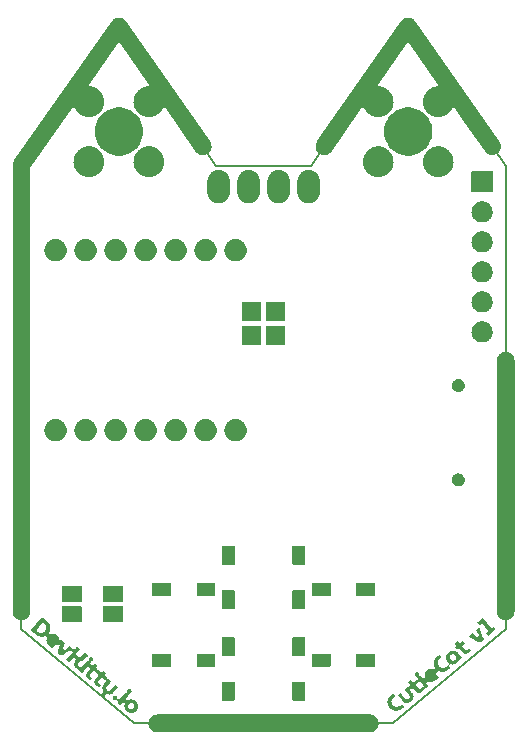
<source format=gts>
G04 #@! TF.GenerationSoftware,KiCad,Pcbnew,7.0.7-7.0.7~ubuntu22.04.1*
G04 #@! TF.CreationDate,2025-01-16T16:21:51-05:00*
G04 #@! TF.ProjectId,CutieCat,43757469-6543-4617-942e-6b696361645f,rev?*
G04 #@! TF.SameCoordinates,Original*
G04 #@! TF.FileFunction,Soldermask,Top*
G04 #@! TF.FilePolarity,Negative*
%FSLAX46Y46*%
G04 Gerber Fmt 4.6, Leading zero omitted, Abs format (unit mm)*
G04 Created by KiCad (PCBNEW 7.0.7-7.0.7~ubuntu22.04.1) date 2025-01-16 16:21:51*
%MOMM*%
%LPD*%
G01*
G04 APERTURE LIST*
G04 #@! TA.AperFunction,Profile*
%ADD10C,0.200000*%
G04 #@! TD*
G04 APERTURE END LIST*
G36*
X9045542Y-27847252D02*
G01*
X9077673Y-27848994D01*
X9078474Y-27849170D01*
X9087070Y-27849671D01*
X9169439Y-27869193D01*
X9239242Y-27884558D01*
X9244467Y-27886975D01*
X9256515Y-27889831D01*
X9325231Y-27924341D01*
X9386285Y-27952588D01*
X9395647Y-27959705D01*
X9412132Y-27967984D01*
X9466015Y-28013198D01*
X9515268Y-28050639D01*
X9526761Y-28064170D01*
X9545530Y-28079919D01*
X9583777Y-28131294D01*
X9620156Y-28174122D01*
X9631274Y-28195093D01*
X9649519Y-28219600D01*
X9672446Y-28272751D01*
X9696048Y-28317269D01*
X9703993Y-28345885D01*
X9718492Y-28379498D01*
X9727484Y-28430495D01*
X9739391Y-28473381D01*
X9741320Y-28508964D01*
X9748731Y-28550991D01*
X9746073Y-28596617D01*
X9748164Y-28635166D01*
X9741439Y-28676181D01*
X9738606Y-28724836D01*
X9727237Y-28762810D01*
X9721952Y-28795048D01*
X9704389Y-28839125D01*
X9688662Y-28891660D01*
X9671869Y-28920745D01*
X9661982Y-28945561D01*
X9632076Y-28989668D01*
X9601592Y-29042469D01*
X9582700Y-29062492D01*
X9571059Y-29079663D01*
X9528188Y-29120271D01*
X9482091Y-29169133D01*
X9464150Y-29180932D01*
X9453435Y-29191083D01*
X9398057Y-29224402D01*
X9336599Y-29264824D01*
X9322112Y-29270096D01*
X9314608Y-29274612D01*
X9248647Y-29296836D01*
X9172962Y-29324384D01*
X9163660Y-29325471D01*
X9161067Y-29326345D01*
X9090768Y-29333990D01*
X9000000Y-29344600D01*
X8993225Y-29344600D01*
X-8996608Y-29344600D01*
X-9000000Y-29344600D01*
X-9045692Y-29341938D01*
X-9077673Y-29340205D01*
X-9078468Y-29340029D01*
X-9087070Y-29339529D01*
X-9169498Y-29319992D01*
X-9239242Y-29304641D01*
X-9244463Y-29302225D01*
X-9256515Y-29299369D01*
X-9325256Y-29264845D01*
X-9386285Y-29236611D01*
X-9395643Y-29229496D01*
X-9412132Y-29221216D01*
X-9466028Y-29175991D01*
X-9515268Y-29138560D01*
X-9526758Y-29125031D01*
X-9545530Y-29109281D01*
X-9583783Y-29057897D01*
X-9620156Y-29015077D01*
X-9631272Y-28994109D01*
X-9649519Y-28969600D01*
X-9672448Y-28916443D01*
X-9696048Y-28871930D01*
X-9703992Y-28843315D01*
X-9718492Y-28809702D01*
X-9727484Y-28758701D01*
X-9739391Y-28715818D01*
X-9741320Y-28680235D01*
X-9748731Y-28638209D01*
X-9746073Y-28592582D01*
X-9748164Y-28554033D01*
X-9741439Y-28513017D01*
X-9738606Y-28464364D01*
X-9727237Y-28426391D01*
X-9721952Y-28394151D01*
X-9704388Y-28350070D01*
X-9688662Y-28297540D01*
X-9671870Y-28268456D01*
X-9661982Y-28243638D01*
X-9632072Y-28199524D01*
X-9601592Y-28146731D01*
X-9582703Y-28126709D01*
X-9571059Y-28109536D01*
X-9528180Y-28068918D01*
X-9482091Y-28020067D01*
X-9464154Y-28008269D01*
X-9453435Y-27998116D01*
X-9398039Y-27964785D01*
X-9336599Y-27924376D01*
X-9322116Y-27919104D01*
X-9314608Y-27914587D01*
X-9248610Y-27892350D01*
X-9172962Y-27864816D01*
X-9163665Y-27863729D01*
X-9161067Y-27862854D01*
X-9090696Y-27855200D01*
X-9000000Y-27844600D01*
X9000000Y-27844600D01*
X9045542Y-27847252D01*
G37*
G36*
X-11348483Y-25700465D02*
G01*
X-11329851Y-25702699D01*
X-11329852Y-25702699D01*
X-11311835Y-25706738D01*
X-11294456Y-25712578D01*
X-11294451Y-25712580D01*
X-11277717Y-25720216D01*
X-11277708Y-25720221D01*
X-11261585Y-25729668D01*
X-11253003Y-25735902D01*
X-11246103Y-25740913D01*
X-11246092Y-25740922D01*
X-11246093Y-25740921D01*
X-11242461Y-25743898D01*
X-11242329Y-25744006D01*
X-11237724Y-25748249D01*
X-11228150Y-25757068D01*
X-11215631Y-25771072D01*
X-11204780Y-25786003D01*
X-11195594Y-25801874D01*
X-11195592Y-25801877D01*
X-11188079Y-25818663D01*
X-11188074Y-25818676D01*
X-11182219Y-25836412D01*
X-11182214Y-25836429D01*
X-11178030Y-25855078D01*
X-11178031Y-25855076D01*
X-11178030Y-25855081D01*
X-11175981Y-25869697D01*
X-11175506Y-25874685D01*
X-11174740Y-25889561D01*
X-11174740Y-25889567D01*
X-11174740Y-25889571D01*
X-11175282Y-25908839D01*
X-11177610Y-25927492D01*
X-11177611Y-25927495D01*
X-11181719Y-25945490D01*
X-11181723Y-25945505D01*
X-11187623Y-25962888D01*
X-11195314Y-25979649D01*
X-11202449Y-25991791D01*
X-11204785Y-25995765D01*
X-11214742Y-26009463D01*
X-11216047Y-26011258D01*
X-11217101Y-26012543D01*
X-11219138Y-26015028D01*
X-11232093Y-26029086D01*
X-11245984Y-26041503D01*
X-11246002Y-26041519D01*
X-11246004Y-26041520D01*
X-11260842Y-26052307D01*
X-11260845Y-26052308D01*
X-11260844Y-26052308D01*
X-11276641Y-26061471D01*
X-11293385Y-26069003D01*
X-11293390Y-26069004D01*
X-11293390Y-26069005D01*
X-11301722Y-26071783D01*
X-11311076Y-26074902D01*
X-11329715Y-26079170D01*
X-11329722Y-26079171D01*
X-11329718Y-26079171D01*
X-11399892Y-26089405D01*
X-11461452Y-26185197D01*
X-11446865Y-26235240D01*
X-11443554Y-26238019D01*
X-11462691Y-26260826D01*
X-11669674Y-26507500D01*
X-11545408Y-26666978D01*
X-11468018Y-26629480D01*
X-11452201Y-26621816D01*
X-11450860Y-26621224D01*
X-11435298Y-26614355D01*
X-11418097Y-26607479D01*
X-11400599Y-26601189D01*
X-11382895Y-26595457D01*
X-11371054Y-26592036D01*
X-11365135Y-26590326D01*
X-11359059Y-26588781D01*
X-11347317Y-26585795D01*
X-11329443Y-26581864D01*
X-11311513Y-26578534D01*
X-11293526Y-26575804D01*
X-11284246Y-26574709D01*
X-11275484Y-26573675D01*
X-11266433Y-26572910D01*
X-11257383Y-26572146D01*
X-11239226Y-26571218D01*
X-11221013Y-26570890D01*
X-11202743Y-26571163D01*
X-11184416Y-26572036D01*
X-11172160Y-26573018D01*
X-11166032Y-26573510D01*
X-11147592Y-26575584D01*
X-11138345Y-26576921D01*
X-11129097Y-26578259D01*
X-11110544Y-26581534D01*
X-11092021Y-26585378D01*
X-11078124Y-26588750D01*
X-11073671Y-26589831D01*
X-11059734Y-26593713D01*
X-11055497Y-26594893D01*
X-11037496Y-26600563D01*
X-11019670Y-26606841D01*
X-11002018Y-26613728D01*
X-10984540Y-26621223D01*
X-10977165Y-26624677D01*
X-10967237Y-26629327D01*
X-10950108Y-26638040D01*
X-10933154Y-26647360D01*
X-10926435Y-26651336D01*
X-10916373Y-26657290D01*
X-10899767Y-26667828D01*
X-10891972Y-26673115D01*
X-10883333Y-26678975D01*
X-10867078Y-26690728D01*
X-10850995Y-26703091D01*
X-10847394Y-26706027D01*
X-10835086Y-26716064D01*
X-10820531Y-26728630D01*
X-10819550Y-26729477D01*
X-10804588Y-26743164D01*
X-10790199Y-26757124D01*
X-10776385Y-26771356D01*
X-10772502Y-26775611D01*
X-10763144Y-26785864D01*
X-10753009Y-26797688D01*
X-10750474Y-26800647D01*
X-10738380Y-26815700D01*
X-10730211Y-26826569D01*
X-10726859Y-26831028D01*
X-10716499Y-26845792D01*
X-10715911Y-26846630D01*
X-10705535Y-26862507D01*
X-10695735Y-26878654D01*
X-10687638Y-26893065D01*
X-10686507Y-26895078D01*
X-10677852Y-26911774D01*
X-10669771Y-26928745D01*
X-10662262Y-26945988D01*
X-10655328Y-26963506D01*
X-10648914Y-26981177D01*
X-10643098Y-26998891D01*
X-10637879Y-27016650D01*
X-10633258Y-27034453D01*
X-10633258Y-27034454D01*
X-10629234Y-27052301D01*
X-10625808Y-27070192D01*
X-10622979Y-27088129D01*
X-10620748Y-27106105D01*
X-10619114Y-27124130D01*
X-10618078Y-27142199D01*
X-10617639Y-27160312D01*
X-10617798Y-27178469D01*
X-10618401Y-27192986D01*
X-10618554Y-27196668D01*
X-10619908Y-27214913D01*
X-10621859Y-27233202D01*
X-10624407Y-27251535D01*
X-10624424Y-27251631D01*
X-10627573Y-27269802D01*
X-10631373Y-27287888D01*
X-10635808Y-27305799D01*
X-10640879Y-27323532D01*
X-10646585Y-27341084D01*
X-10652925Y-27358458D01*
X-10659903Y-27375657D01*
X-10667514Y-27392677D01*
X-10673779Y-27405471D01*
X-10675761Y-27409518D01*
X-10684643Y-27426181D01*
X-10694161Y-27442667D01*
X-10695180Y-27444304D01*
X-10704313Y-27458975D01*
X-10715101Y-27475103D01*
X-10726524Y-27491054D01*
X-10738165Y-27506282D01*
X-10738583Y-27506828D01*
X-10751276Y-27522423D01*
X-10761098Y-27533776D01*
X-10764317Y-27537497D01*
X-10777656Y-27551991D01*
X-10791291Y-27565903D01*
X-10805223Y-27579233D01*
X-10819451Y-27591982D01*
X-10833976Y-27604149D01*
X-10848798Y-27615735D01*
X-10863917Y-27626740D01*
X-10879332Y-27637163D01*
X-10879334Y-27637164D01*
X-10895045Y-27647005D01*
X-10903048Y-27651634D01*
X-10911053Y-27656264D01*
X-10927358Y-27664942D01*
X-10943960Y-27673039D01*
X-10960859Y-27680555D01*
X-10978055Y-27687489D01*
X-10984408Y-27689796D01*
X-10995548Y-27693842D01*
X-11013217Y-27699602D01*
X-11030944Y-27704760D01*
X-11048733Y-27709316D01*
X-11066581Y-27713270D01*
X-11084484Y-27716621D01*
X-11102446Y-27719370D01*
X-11114463Y-27720800D01*
X-11120471Y-27721516D01*
X-11122160Y-27721660D01*
X-11138554Y-27723061D01*
X-11156692Y-27724003D01*
X-11174892Y-27724342D01*
X-11193149Y-27724080D01*
X-11211466Y-27723215D01*
X-11229842Y-27721747D01*
X-11231900Y-27721516D01*
X-11248279Y-27719678D01*
X-11266769Y-27717006D01*
X-11285321Y-27713732D01*
X-11287519Y-27713269D01*
X-11303752Y-27709849D01*
X-11312882Y-27707605D01*
X-11322014Y-27705362D01*
X-11340105Y-27700271D01*
X-11358021Y-27694576D01*
X-11375770Y-27688277D01*
X-11386444Y-27684084D01*
X-11393349Y-27681372D01*
X-11410757Y-27673865D01*
X-11427994Y-27665753D01*
X-11445060Y-27657037D01*
X-11461956Y-27647717D01*
X-11463158Y-27647004D01*
X-11478682Y-27637793D01*
X-11495234Y-27627266D01*
X-11511618Y-27616134D01*
X-11527832Y-27604397D01*
X-11543875Y-27592056D01*
X-11543966Y-27591982D01*
X-11559747Y-27579112D01*
X-11575286Y-27565699D01*
X-11590260Y-27552014D01*
X-11604668Y-27538056D01*
X-11618511Y-27523824D01*
X-11631789Y-27509320D01*
X-11644502Y-27494543D01*
X-11656649Y-27479493D01*
X-11662178Y-27472178D01*
X-11668231Y-27464171D01*
X-11679248Y-27448574D01*
X-11689699Y-27432706D01*
X-11696545Y-27421528D01*
X-11699586Y-27416563D01*
X-11708906Y-27400148D01*
X-11709102Y-27399776D01*
X-11717662Y-27383461D01*
X-11725852Y-27366501D01*
X-11730832Y-27355244D01*
X-11733477Y-27349267D01*
X-11736777Y-27341084D01*
X-11740538Y-27331760D01*
X-11746949Y-27314088D01*
X-11748492Y-27309386D01*
X-11752764Y-27296362D01*
X-11757979Y-27278587D01*
X-11762595Y-27260763D01*
X-11766612Y-27242887D01*
X-11770030Y-27224962D01*
X-11772241Y-27210866D01*
X-11772850Y-27206984D01*
X-11775069Y-27188961D01*
X-11775900Y-27179697D01*
X-11776090Y-27177581D01*
X-11467769Y-27177581D01*
X-11467662Y-27181805D01*
X-11466924Y-27194267D01*
X-11466530Y-27198486D01*
X-11464950Y-27210866D01*
X-11464275Y-27215029D01*
X-11461835Y-27227423D01*
X-11460898Y-27231468D01*
X-11457850Y-27242888D01*
X-11457695Y-27243467D01*
X-11456240Y-27248167D01*
X-11452176Y-27259670D01*
X-11450397Y-27264149D01*
X-11445437Y-27275355D01*
X-11443333Y-27279657D01*
X-11437450Y-27290598D01*
X-11435070Y-27294653D01*
X-11428203Y-27305398D01*
X-11425609Y-27309148D01*
X-11417702Y-27319728D01*
X-11414952Y-27323150D01*
X-11414623Y-27323532D01*
X-11405946Y-27333584D01*
X-11403109Y-27336657D01*
X-11392945Y-27346951D01*
X-11390074Y-27349681D01*
X-11378693Y-27359833D01*
X-11375803Y-27362259D01*
X-11363769Y-27371754D01*
X-11360611Y-27374088D01*
X-11354284Y-27378461D01*
X-11348628Y-27382370D01*
X-11345116Y-27384628D01*
X-11337618Y-27389100D01*
X-11333240Y-27391712D01*
X-11329389Y-27393829D01*
X-11327298Y-27394884D01*
X-11317602Y-27399776D01*
X-11313437Y-27401689D01*
X-11301705Y-27406565D01*
X-11297261Y-27408218D01*
X-11285537Y-27412078D01*
X-11280885Y-27413412D01*
X-11269091Y-27416307D01*
X-11264308Y-27417284D01*
X-11252197Y-27419270D01*
X-11247645Y-27419846D01*
X-11235081Y-27420969D01*
X-11230893Y-27421202D01*
X-11226117Y-27421308D01*
X-11218258Y-27421481D01*
X-11213997Y-27421429D01*
X-11202330Y-27420890D01*
X-11201541Y-27420853D01*
X-11197260Y-27420508D01*
X-11184918Y-27419083D01*
X-11180687Y-27418448D01*
X-11170521Y-27416563D01*
X-11168363Y-27416162D01*
X-11164229Y-27415249D01*
X-11161717Y-27414604D01*
X-11151918Y-27412089D01*
X-11147934Y-27410925D01*
X-11135558Y-27406855D01*
X-11131766Y-27405471D01*
X-11130622Y-27405011D01*
X-11119304Y-27400461D01*
X-11115730Y-27398892D01*
X-11103349Y-27392988D01*
X-11099915Y-27391216D01*
X-11087818Y-27384496D01*
X-11084537Y-27382539D01*
X-11072679Y-27374967D01*
X-11069581Y-27372855D01*
X-11057912Y-27364378D01*
X-11055038Y-27362160D01*
X-11043580Y-27352773D01*
X-11040939Y-27350483D01*
X-11029631Y-27340105D01*
X-11027255Y-27337804D01*
X-11015995Y-27326294D01*
X-11014087Y-27324252D01*
X-11005240Y-27314352D01*
X-11002034Y-27310577D01*
X-10993681Y-27300239D01*
X-10991970Y-27298022D01*
X-10986503Y-27290598D01*
X-10982390Y-27285012D01*
X-10980519Y-27282324D01*
X-10972293Y-27269802D01*
X-10972062Y-27269450D01*
X-10970234Y-27266492D01*
X-10962769Y-27253621D01*
X-10961052Y-27250453D01*
X-10954531Y-27237549D01*
X-10952952Y-27234179D01*
X-10947341Y-27221211D01*
X-10945939Y-27217681D01*
X-10944231Y-27212968D01*
X-10941213Y-27204637D01*
X-10940012Y-27200974D01*
X-10935655Y-27186149D01*
X-10934462Y-27181411D01*
X-10932866Y-27173833D01*
X-10931345Y-27166608D01*
X-10930646Y-27162662D01*
X-10928792Y-27149744D01*
X-10928343Y-27145652D01*
X-10927504Y-27134579D01*
X-10927384Y-27132999D01*
X-10927206Y-27128730D01*
X-10927192Y-27126845D01*
X-10927114Y-27116258D01*
X-10927232Y-27111965D01*
X-10927996Y-27099604D01*
X-10928409Y-27095339D01*
X-10930033Y-27083027D01*
X-10930740Y-27078802D01*
X-10933233Y-27066501D01*
X-10934207Y-27062409D01*
X-10937612Y-27049998D01*
X-10938792Y-27046183D01*
X-10942907Y-27034271D01*
X-10944679Y-27029726D01*
X-10947355Y-27023581D01*
X-10949547Y-27018548D01*
X-10951636Y-27014220D01*
X-10957443Y-27003296D01*
X-10959820Y-26999209D01*
X-10966603Y-26988507D01*
X-10969218Y-26984699D01*
X-10977050Y-26974159D01*
X-10979799Y-26970720D01*
X-10988774Y-26960284D01*
X-10991623Y-26957192D01*
X-11001752Y-26946913D01*
X-11004652Y-26944153D01*
X-11007724Y-26941411D01*
X-11016001Y-26934023D01*
X-11018899Y-26931592D01*
X-11030926Y-26922108D01*
X-11034099Y-26919766D01*
X-11046080Y-26911499D01*
X-11049605Y-26909238D01*
X-11061514Y-26902156D01*
X-11065383Y-26900038D01*
X-11065723Y-26899866D01*
X-11077226Y-26894085D01*
X-11081366Y-26892193D01*
X-11093179Y-26887310D01*
X-11097628Y-26885667D01*
X-11102511Y-26884070D01*
X-11109459Y-26881798D01*
X-11114080Y-26880482D01*
X-11126015Y-26877578D01*
X-11130757Y-26876618D01*
X-11143126Y-26874611D01*
X-11147438Y-26874067D01*
X-11160017Y-26872926D01*
X-11164199Y-26872687D01*
X-11176751Y-26872394D01*
X-11180984Y-26872440D01*
X-11193408Y-26872996D01*
X-11197633Y-26873331D01*
X-11209988Y-26874736D01*
X-11214193Y-26875361D01*
X-11226512Y-26877620D01*
X-11230611Y-26878515D01*
X-11234984Y-26879624D01*
X-11242999Y-26881659D01*
X-11246888Y-26882782D01*
X-11259377Y-26886843D01*
X-11263111Y-26888190D01*
X-11268166Y-26890197D01*
X-11275729Y-26893201D01*
X-11279179Y-26894693D01*
X-11291585Y-26900509D01*
X-11295065Y-26902275D01*
X-11307154Y-26908900D01*
X-11310439Y-26910835D01*
X-11322266Y-26918307D01*
X-11325404Y-26920425D01*
X-11337010Y-26928785D01*
X-11339914Y-26931009D01*
X-11351303Y-26940281D01*
X-11354001Y-26942609D01*
X-11358712Y-26946913D01*
X-11365217Y-26952858D01*
X-11367655Y-26955212D01*
X-11376032Y-26963753D01*
X-11378660Y-26966433D01*
X-11380883Y-26968822D01*
X-11392743Y-26982252D01*
X-11401144Y-26992653D01*
X-11402851Y-26994867D01*
X-11405812Y-26998891D01*
X-11412454Y-27007920D01*
X-11414362Y-27010665D01*
X-11422849Y-27023605D01*
X-11424672Y-27026563D01*
X-11432167Y-27039519D01*
X-11433887Y-27042703D01*
X-11434615Y-27044148D01*
X-11440424Y-27055686D01*
X-11442000Y-27059064D01*
X-11447625Y-27072123D01*
X-11449031Y-27075683D01*
X-11453766Y-27088837D01*
X-11454962Y-27092512D01*
X-11459316Y-27107447D01*
X-11460523Y-27112304D01*
X-11463580Y-27127110D01*
X-11464257Y-27131008D01*
X-11466093Y-27144009D01*
X-11466532Y-27148070D01*
X-11467490Y-27160820D01*
X-11467663Y-27164975D01*
X-11467769Y-27177581D01*
X-11776090Y-27177581D01*
X-11776691Y-27170883D01*
X-11777713Y-27152756D01*
X-11778136Y-27134579D01*
X-11777960Y-27116349D01*
X-11777185Y-27098072D01*
X-11775811Y-27079742D01*
X-11773839Y-27061363D01*
X-11771267Y-27042935D01*
X-11769785Y-27034454D01*
X-11768054Y-27024542D01*
X-11764216Y-27006346D01*
X-11759754Y-26988344D01*
X-11754668Y-26970538D01*
X-11754645Y-26970468D01*
X-11731328Y-26888866D01*
X-11910035Y-26793951D01*
X-12126620Y-27052066D01*
X-12135672Y-27062854D01*
X-12386574Y-26852322D01*
X-12378661Y-26842891D01*
X-12378653Y-26842877D01*
X-12326211Y-26780350D01*
X-12430702Y-26624387D01*
X-12510134Y-26649628D01*
X-12510147Y-26649633D01*
X-12526039Y-26654683D01*
X-12542044Y-26658448D01*
X-12542049Y-26658448D01*
X-12542050Y-26658449D01*
X-12542047Y-26658449D01*
X-12550457Y-26659742D01*
X-12558162Y-26660927D01*
X-12558166Y-26660927D01*
X-12558171Y-26660928D01*
X-12567984Y-26661649D01*
X-12574392Y-26662121D01*
X-12574394Y-26662120D01*
X-12574395Y-26662121D01*
X-12574397Y-26662121D01*
X-12590739Y-26662029D01*
X-12607196Y-26660653D01*
X-12607191Y-26660653D01*
X-12609706Y-26660306D01*
X-12613802Y-26659742D01*
X-12613807Y-26659741D01*
X-12613809Y-26659741D01*
X-12630056Y-26656435D01*
X-12630057Y-26656435D01*
X-12636502Y-26654526D01*
X-12645864Y-26651754D01*
X-12657968Y-26646982D01*
X-12661216Y-26645702D01*
X-12661218Y-26645701D01*
X-12676118Y-26638277D01*
X-12676117Y-26638278D01*
X-12690568Y-26629480D01*
X-12690569Y-26629479D01*
X-12704579Y-26619301D01*
X-12704577Y-26619303D01*
X-12710045Y-26614853D01*
X-12710044Y-26614854D01*
X-12721495Y-26604556D01*
X-12721495Y-26604555D01*
X-12731948Y-26593718D01*
X-12741406Y-26582334D01*
X-12752471Y-26566310D01*
X-12761767Y-26549318D01*
X-12769295Y-26531359D01*
X-12773780Y-26517254D01*
X-12777271Y-26502606D01*
X-12779768Y-26487413D01*
X-12780418Y-26481314D01*
X-12780879Y-26476987D01*
X-12781595Y-26461341D01*
X-12781595Y-26461340D01*
X-12781507Y-26457313D01*
X-12781263Y-26446061D01*
X-12781264Y-26446064D01*
X-12779883Y-26431161D01*
X-12779883Y-26431160D01*
X-12777456Y-26416638D01*
X-12777456Y-26416639D01*
X-12775402Y-26408713D01*
X-12772589Y-26397853D01*
X-12765861Y-26379735D01*
X-12765857Y-26379726D01*
X-12757274Y-26362291D01*
X-12757273Y-26362291D01*
X-12757270Y-26362284D01*
X-12749605Y-26349632D01*
X-12740892Y-26337355D01*
X-12734502Y-26329379D01*
X-12734493Y-26329369D01*
X-12734496Y-26329371D01*
X-12724171Y-26317877D01*
X-12724168Y-26317874D01*
X-12690883Y-26285670D01*
X-12655609Y-26271422D01*
X-12655605Y-26271421D01*
X-12641739Y-26266528D01*
X-12641740Y-26266528D01*
X-12627342Y-26262625D01*
X-12612415Y-26259714D01*
X-12612419Y-26259714D01*
X-12604739Y-26258760D01*
X-12596958Y-26257794D01*
X-12581363Y-26256949D01*
X-12581360Y-26256949D01*
X-12566124Y-26257172D01*
X-12566126Y-26257172D01*
X-12562407Y-26257495D01*
X-12551250Y-26258465D01*
X-12549469Y-26258754D01*
X-12536730Y-26260825D01*
X-12517934Y-26265637D01*
X-12499775Y-26272348D01*
X-12485250Y-26279488D01*
X-12482249Y-26280963D01*
X-12469526Y-26288670D01*
X-12469520Y-26288674D01*
X-12469521Y-26288673D01*
X-12457160Y-26297447D01*
X-12457159Y-26297448D01*
X-12449130Y-26303882D01*
X-12449128Y-26303883D01*
X-12437616Y-26314227D01*
X-12429885Y-26322228D01*
X-12427114Y-26325096D01*
X-12423543Y-26329379D01*
X-12417599Y-26336507D01*
X-12409092Y-26348437D01*
X-12409087Y-26348445D01*
X-12399292Y-26365182D01*
X-12399290Y-26365186D01*
X-12399287Y-26365193D01*
X-12391253Y-26382897D01*
X-12386389Y-26396799D01*
X-12386388Y-26396802D01*
X-12386388Y-26396801D01*
X-12382521Y-26411235D01*
X-12382521Y-26411236D01*
X-12379647Y-26426208D01*
X-12377770Y-26441715D01*
X-12376926Y-26457313D01*
X-12377156Y-26472556D01*
X-12377922Y-26481314D01*
X-12386592Y-26580359D01*
X-12217237Y-26650513D01*
X-11702368Y-26036916D01*
X-11702367Y-26036915D01*
X-11694456Y-26027487D01*
X-11691145Y-26030264D01*
X-11637990Y-26036085D01*
X-11554039Y-25957070D01*
X-11556419Y-25908033D01*
X-11556422Y-25908011D01*
X-11557141Y-25893183D01*
X-11556559Y-25873973D01*
X-11554213Y-25855406D01*
X-11550105Y-25837482D01*
X-11549747Y-25836429D01*
X-11544234Y-25820199D01*
X-11542198Y-25815761D01*
X-11536601Y-25803558D01*
X-11536284Y-25803019D01*
X-11527205Y-25787562D01*
X-11526074Y-25786006D01*
X-11516045Y-25772204D01*
X-11512980Y-25768465D01*
X-11512974Y-25768459D01*
X-11512975Y-25768459D01*
X-11502496Y-25757072D01*
X-11499919Y-25754271D01*
X-11485934Y-25741719D01*
X-11484843Y-25740921D01*
X-11471023Y-25730808D01*
X-11471017Y-25730804D01*
X-11455191Y-25721540D01*
X-11438450Y-25713920D01*
X-11438440Y-25713916D01*
X-11438438Y-25713916D01*
X-11420758Y-25707932D01*
X-11402154Y-25703590D01*
X-11402152Y-25703589D01*
X-11402150Y-25703589D01*
X-11387596Y-25701411D01*
X-11382628Y-25700890D01*
X-11382627Y-25700890D01*
X-11367759Y-25700032D01*
X-11348483Y-25700465D01*
G37*
G36*
X10973978Y-26064939D02*
G01*
X10973979Y-26064940D01*
X11153547Y-26278940D01*
X11153546Y-26278940D01*
X11155405Y-26281155D01*
X11073798Y-26349631D01*
X10988416Y-26421275D01*
X10974473Y-26433362D01*
X10961161Y-26445692D01*
X10948481Y-26458265D01*
X10936433Y-26471081D01*
X10925021Y-26484139D01*
X10914240Y-26497438D01*
X10910369Y-26502603D01*
X10904088Y-26510984D01*
X10902391Y-26513442D01*
X10894568Y-26524773D01*
X10887083Y-26536595D01*
X10885686Y-26538800D01*
X10877433Y-26553072D01*
X10876802Y-26554254D01*
X10872283Y-26562724D01*
X10865082Y-26577230D01*
X10864618Y-26578259D01*
X10858487Y-26591846D01*
X10857248Y-26594893D01*
X10852501Y-26606564D01*
X10847123Y-26621383D01*
X10842354Y-26636307D01*
X10840731Y-26642164D01*
X10838191Y-26651336D01*
X10834637Y-26666467D01*
X10832541Y-26677309D01*
X10831691Y-26681707D01*
X10829354Y-26697042D01*
X10827625Y-26712480D01*
X10827202Y-26717840D01*
X10826809Y-26722834D01*
X10826041Y-26738324D01*
X10825866Y-26753781D01*
X10825956Y-26757123D01*
X10826283Y-26769206D01*
X10827293Y-26784593D01*
X10828896Y-26799945D01*
X10831092Y-26815262D01*
X10833881Y-26830545D01*
X10837263Y-26845793D01*
X10841236Y-26861004D01*
X10845802Y-26876181D01*
X10849176Y-26886281D01*
X10854718Y-26901339D01*
X10860826Y-26916241D01*
X10867501Y-26930986D01*
X10874743Y-26945578D01*
X10882553Y-26960014D01*
X10890928Y-26974290D01*
X10899869Y-26988410D01*
X10903498Y-26993741D01*
X10908582Y-27001209D01*
X10909379Y-27002379D01*
X10919455Y-27016186D01*
X10921319Y-27018578D01*
X10930097Y-27029840D01*
X10937506Y-27038855D01*
X10939436Y-27041085D01*
X10948941Y-27052066D01*
X10960633Y-27064753D01*
X10972590Y-27076924D01*
X10984806Y-27088572D01*
X10997282Y-27099697D01*
X11010019Y-27110303D01*
X11023012Y-27120383D01*
X11031971Y-27126847D01*
X11036270Y-27129948D01*
X11037647Y-27130869D01*
X11049790Y-27138990D01*
X11063562Y-27147506D01*
X11067511Y-27149788D01*
X11072896Y-27152899D01*
X11086998Y-27160465D01*
X11091401Y-27162624D01*
X11101228Y-27167442D01*
X11108958Y-27170882D01*
X11115590Y-27173833D01*
X11121378Y-27176151D01*
X11130083Y-27179638D01*
X11144694Y-27184850D01*
X11152698Y-27187362D01*
X11159446Y-27189480D01*
X11166338Y-27191351D01*
X11174328Y-27193521D01*
X11189327Y-27196972D01*
X11204459Y-27199838D01*
X11212069Y-27200974D01*
X11219728Y-27202117D01*
X11224020Y-27202616D01*
X11229980Y-27203309D01*
X11239588Y-27204084D01*
X11245356Y-27204550D01*
X11260757Y-27205194D01*
X11276179Y-27205240D01*
X11285443Y-27204911D01*
X11291618Y-27204692D01*
X11307082Y-27203545D01*
X11322566Y-27201800D01*
X11332453Y-27200307D01*
X11338066Y-27199460D01*
X11353588Y-27196521D01*
X11369131Y-27192986D01*
X11382336Y-27189480D01*
X11384697Y-27188853D01*
X11395083Y-27185766D01*
X11410654Y-27180562D01*
X11426102Y-27174691D01*
X11441416Y-27168155D01*
X11456600Y-27160957D01*
X11471661Y-27153091D01*
X11481434Y-27147506D01*
X11486589Y-27144560D01*
X11501388Y-27135365D01*
X11508784Y-27130394D01*
X11516058Y-27125504D01*
X11525423Y-27118725D01*
X11530599Y-27114980D01*
X11540299Y-27107447D01*
X11545010Y-27103788D01*
X11552030Y-27098025D01*
X11554546Y-27095960D01*
X11616293Y-27044148D01*
X11712103Y-26963753D01*
X11712105Y-26963751D01*
X11721533Y-26955841D01*
X11910871Y-27181484D01*
X11770649Y-27299144D01*
X11737147Y-27327256D01*
X11729454Y-27333584D01*
X11719820Y-27341509D01*
X11702429Y-27355245D01*
X11684972Y-27368463D01*
X11667452Y-27381164D01*
X11649867Y-27393347D01*
X11632217Y-27405012D01*
X11614503Y-27416160D01*
X11597745Y-27426181D01*
X11596723Y-27426792D01*
X11578881Y-27436904D01*
X11560976Y-27446498D01*
X11543005Y-27455576D01*
X11524968Y-27464136D01*
X11506868Y-27472178D01*
X11488702Y-27479703D01*
X11470471Y-27486711D01*
X11452180Y-27493199D01*
X11433871Y-27499191D01*
X11415597Y-27504705D01*
X11397363Y-27509738D01*
X11379162Y-27514295D01*
X11360998Y-27518373D01*
X11357451Y-27519077D01*
X11342867Y-27521972D01*
X11324774Y-27525094D01*
X11306716Y-27527737D01*
X11305050Y-27527937D01*
X11288692Y-27529902D01*
X11270709Y-27531587D01*
X11252759Y-27532795D01*
X11234844Y-27533525D01*
X11216965Y-27533776D01*
X11216964Y-27533775D01*
X11216964Y-27533776D01*
X11212503Y-27533719D01*
X11199118Y-27533548D01*
X11181311Y-27532843D01*
X11163544Y-27531660D01*
X11150354Y-27530435D01*
X11145844Y-27530017D01*
X11128257Y-27527938D01*
X11113297Y-27525783D01*
X11110780Y-27525421D01*
X11101391Y-27523824D01*
X11093418Y-27522468D01*
X11076165Y-27519077D01*
X11059024Y-27515249D01*
X11041993Y-27510984D01*
X11025076Y-27506282D01*
X11008269Y-27501142D01*
X10999921Y-27498354D01*
X10991574Y-27495567D01*
X10983817Y-27492753D01*
X10974989Y-27489552D01*
X10958516Y-27483100D01*
X10958513Y-27483099D01*
X10942155Y-27476212D01*
X10925905Y-27468886D01*
X10909765Y-27461124D01*
X10893740Y-27452925D01*
X10877877Y-27444304D01*
X10871257Y-27440484D01*
X10862232Y-27435279D01*
X10846806Y-27425852D01*
X10831598Y-27416021D01*
X10816608Y-27405787D01*
X10801836Y-27395149D01*
X10787282Y-27384108D01*
X10772947Y-27372663D01*
X10758830Y-27360814D01*
X10752510Y-27355244D01*
X10744930Y-27348564D01*
X10731248Y-27335907D01*
X10717788Y-27322851D01*
X10709166Y-27314086D01*
X10704542Y-27309386D01*
X10691515Y-27295520D01*
X10678707Y-27281251D01*
X10666117Y-27266578D01*
X10653853Y-27251631D01*
X10642025Y-27236540D01*
X10639528Y-27233201D01*
X10630631Y-27221302D01*
X10619673Y-27205921D01*
X10609151Y-27190397D01*
X10599064Y-27174725D01*
X10589411Y-27158909D01*
X10580195Y-27142951D01*
X10571414Y-27126847D01*
X10566023Y-27116350D01*
X10563067Y-27110595D01*
X10555156Y-27094200D01*
X10547680Y-27077661D01*
X10540639Y-27060977D01*
X10534034Y-27044148D01*
X10527863Y-27027174D01*
X10522129Y-27010056D01*
X10516837Y-26992847D01*
X10511998Y-26975603D01*
X10511664Y-26974290D01*
X10508927Y-26963506D01*
X10507611Y-26958323D01*
X10503676Y-26941008D01*
X10500193Y-26923657D01*
X10497163Y-26906270D01*
X10496555Y-26902162D01*
X10494583Y-26888845D01*
X10492458Y-26871391D01*
X10490783Y-26853898D01*
X10489561Y-26836366D01*
X10488790Y-26818799D01*
X10488473Y-26801204D01*
X10488480Y-26800348D01*
X10488607Y-26783566D01*
X10489193Y-26765894D01*
X10489713Y-26757019D01*
X10490230Y-26748189D01*
X10491721Y-26730445D01*
X10493646Y-26712674D01*
X10496048Y-26694965D01*
X10498927Y-26677310D01*
X10502282Y-26659709D01*
X10506113Y-26642166D01*
X10509013Y-26630393D01*
X10510422Y-26624676D01*
X10515207Y-26607244D01*
X10520468Y-26589868D01*
X10526206Y-26572547D01*
X10532421Y-26555283D01*
X10539112Y-26538074D01*
X10546280Y-26520921D01*
X10550723Y-26510985D01*
X10553925Y-26503824D01*
X10562045Y-26486785D01*
X10570642Y-26469800D01*
X10579718Y-26452870D01*
X10589251Y-26436009D01*
X10599285Y-26419301D01*
X10609820Y-26402743D01*
X10620855Y-26386337D01*
X10632392Y-26370084D01*
X10644430Y-26353980D01*
X10647848Y-26349632D01*
X10656968Y-26338029D01*
X10670007Y-26322229D01*
X10673775Y-26317874D01*
X10683545Y-26306580D01*
X10697585Y-26291085D01*
X10699260Y-26289317D01*
X10712128Y-26275738D01*
X10722127Y-26265637D01*
X10727168Y-26260544D01*
X10742712Y-26245501D01*
X10758756Y-26230609D01*
X10775299Y-26215869D01*
X10792344Y-26201282D01*
X10956637Y-26063423D01*
X10956639Y-26063421D01*
X10966067Y-26055511D01*
X10973978Y-26064939D01*
G37*
G36*
X16331279Y-22513536D02*
G01*
X16382358Y-22555331D01*
X16382366Y-22555337D01*
X16396855Y-22567192D01*
X16411093Y-22579581D01*
X16419154Y-22587028D01*
X16425084Y-22592506D01*
X16438820Y-22605963D01*
X16452309Y-22619956D01*
X16465549Y-22634487D01*
X16478538Y-22649550D01*
X16570772Y-22759470D01*
X16822830Y-23059861D01*
X16578102Y-23265212D01*
X16575313Y-23261888D01*
X16552662Y-23255280D01*
X16463381Y-23302053D01*
X16457500Y-23319692D01*
X16454971Y-23328358D01*
X16449488Y-23344168D01*
X16443157Y-23359912D01*
X16443155Y-23359916D01*
X16435981Y-23375587D01*
X16435980Y-23375587D01*
X16435979Y-23375590D01*
X16434245Y-23378963D01*
X16427957Y-23391198D01*
X16427958Y-23391195D01*
X16419013Y-23406664D01*
X16419012Y-23406665D01*
X16418488Y-23407464D01*
X16408958Y-23421997D01*
X16397781Y-23437211D01*
X16385486Y-23452303D01*
X16375530Y-23463542D01*
X16372934Y-23466281D01*
X16364943Y-23474714D01*
X16353730Y-23485814D01*
X16341889Y-23496845D01*
X16336597Y-23501496D01*
X16329414Y-23507809D01*
X16327087Y-23509779D01*
X16325113Y-23511452D01*
X16311316Y-23522653D01*
X16297348Y-23533248D01*
X16287363Y-23540299D01*
X16283209Y-23543233D01*
X16274617Y-23548864D01*
X16268904Y-23552608D01*
X16254431Y-23561373D01*
X16239790Y-23569528D01*
X16224980Y-23577074D01*
X16210003Y-23584009D01*
X16198816Y-23588680D01*
X16194858Y-23590333D01*
X16187031Y-23593254D01*
X16179544Y-23596048D01*
X16164061Y-23601154D01*
X16148413Y-23605648D01*
X16132595Y-23609533D01*
X16116609Y-23612808D01*
X16100455Y-23615474D01*
X16084133Y-23617529D01*
X16082687Y-23617656D01*
X16067776Y-23618975D01*
X16051451Y-23619866D01*
X16035155Y-23620207D01*
X16035154Y-23620206D01*
X16035154Y-23620207D01*
X16018888Y-23619996D01*
X16002652Y-23619233D01*
X15986446Y-23617917D01*
X15978358Y-23616983D01*
X15970269Y-23616050D01*
X15966814Y-23615532D01*
X15954124Y-23613631D01*
X15938008Y-23610660D01*
X15921922Y-23607136D01*
X15905867Y-23603061D01*
X15891032Y-23598778D01*
X15889840Y-23598434D01*
X15789835Y-23566049D01*
X15684621Y-23722200D01*
X15772961Y-23827480D01*
X15817580Y-23880655D01*
X15828763Y-23893982D01*
X15716769Y-23987956D01*
X15655041Y-24039753D01*
X15644523Y-24048405D01*
X15637713Y-24054007D01*
X15620321Y-24067743D01*
X15612966Y-24073312D01*
X15602864Y-24080962D01*
X15585343Y-24093663D01*
X15567761Y-24105844D01*
X15567759Y-24105845D01*
X15550110Y-24117510D01*
X15532396Y-24128658D01*
X15526735Y-24132043D01*
X15514616Y-24139290D01*
X15496775Y-24149401D01*
X15478867Y-24158996D01*
X15460896Y-24168074D01*
X15442860Y-24176634D01*
X15424759Y-24184676D01*
X15408343Y-24191477D01*
X15406595Y-24192201D01*
X15388365Y-24199208D01*
X15370072Y-24205697D01*
X15351762Y-24211690D01*
X15333490Y-24217203D01*
X15315256Y-24222236D01*
X15297054Y-24226793D01*
X15278889Y-24230871D01*
X15260760Y-24234470D01*
X15242666Y-24237592D01*
X15224609Y-24240235D01*
X15220743Y-24240699D01*
X15206586Y-24242400D01*
X15188602Y-24244085D01*
X15170651Y-24245293D01*
X15152736Y-24246022D01*
X15134856Y-24246274D01*
X15117013Y-24246046D01*
X15099206Y-24245341D01*
X15081434Y-24244156D01*
X15065543Y-24242682D01*
X15063735Y-24242515D01*
X15054942Y-24241475D01*
X15046149Y-24240436D01*
X15037411Y-24239177D01*
X15028673Y-24237919D01*
X15019992Y-24236442D01*
X15011310Y-24234966D01*
X14994057Y-24231575D01*
X14976916Y-24227747D01*
X14959885Y-24223482D01*
X14942968Y-24218780D01*
X14926161Y-24213640D01*
X14917813Y-24210852D01*
X14909466Y-24208065D01*
X14901709Y-24205251D01*
X14892881Y-24202050D01*
X14876408Y-24195598D01*
X14876405Y-24195597D01*
X14860047Y-24188710D01*
X14851097Y-24184675D01*
X14843797Y-24181384D01*
X14843786Y-24181378D01*
X14788877Y-24156623D01*
X14678646Y-24218828D01*
X14669679Y-24293383D01*
X14671635Y-24297240D01*
X14666413Y-24301621D01*
X14666168Y-24302058D01*
X14625159Y-24342635D01*
X14630970Y-24454515D01*
X14688503Y-24500690D01*
X14690379Y-24499117D01*
X14698291Y-24508546D01*
X14698292Y-24508547D01*
X14750421Y-24570672D01*
X14862761Y-24704554D01*
X14618314Y-24909670D01*
X14600772Y-24924044D01*
X14583157Y-24937787D01*
X14571200Y-24946652D01*
X14565468Y-24950902D01*
X14547709Y-24963385D01*
X14529875Y-24975238D01*
X14511969Y-24986462D01*
X14493989Y-24997055D01*
X14475937Y-25007019D01*
X14457812Y-25016352D01*
X14439614Y-25025055D01*
X14421344Y-25033128D01*
X14409016Y-25038130D01*
X14403000Y-25040571D01*
X14384585Y-25047384D01*
X14378402Y-25049451D01*
X14366094Y-25053567D01*
X14347532Y-25059120D01*
X14328897Y-25064042D01*
X14319588Y-25066158D01*
X14310280Y-25068275D01*
X14301017Y-25070080D01*
X14291755Y-25071885D01*
X14273327Y-25074875D01*
X14254994Y-25077243D01*
X14236757Y-25078989D01*
X14218614Y-25080114D01*
X14200564Y-25080617D01*
X14182610Y-25080499D01*
X14174056Y-25080145D01*
X14164752Y-25079760D01*
X14154689Y-25078989D01*
X14146987Y-25078399D01*
X14135209Y-25077077D01*
X14129320Y-25076416D01*
X14111747Y-25073812D01*
X14094269Y-25070586D01*
X14084578Y-25068441D01*
X14076884Y-25066739D01*
X14059597Y-25062271D01*
X14048954Y-25059120D01*
X14042404Y-25057181D01*
X14025367Y-25051440D01*
X14008607Y-25045090D01*
X13992124Y-25038130D01*
X13989953Y-25037116D01*
X13897427Y-24993902D01*
X13775196Y-25153096D01*
X14003688Y-25425402D01*
X13752785Y-25635934D01*
X13750004Y-25632620D01*
X13693893Y-25616266D01*
X13591528Y-25702162D01*
X13597891Y-25760258D01*
X13600672Y-25763572D01*
X13366329Y-25960210D01*
X13354820Y-25969518D01*
X13352099Y-25971719D01*
X13337831Y-25982397D01*
X13332581Y-25986010D01*
X13323519Y-25992248D01*
X13314496Y-25997919D01*
X13309165Y-26001271D01*
X13294777Y-26009462D01*
X13294776Y-26009463D01*
X13280341Y-26016828D01*
X13280339Y-26016829D01*
X13265860Y-26023367D01*
X13265863Y-26023366D01*
X13258395Y-26026302D01*
X13251350Y-26029072D01*
X13251349Y-26029073D01*
X13236782Y-26033956D01*
X13236784Y-26033955D01*
X13222185Y-26038007D01*
X13207544Y-26041230D01*
X13207543Y-26041230D01*
X13205807Y-26041513D01*
X13192870Y-26043623D01*
X13189891Y-26043940D01*
X13178136Y-26045191D01*
X13178137Y-26045191D01*
X13163383Y-26045929D01*
X13163381Y-26045929D01*
X13163371Y-26045928D01*
X13163370Y-26045929D01*
X13153190Y-26045866D01*
X13148559Y-26045838D01*
X13148561Y-26045838D01*
X13133715Y-26044919D01*
X13133716Y-26044919D01*
X13118952Y-26043129D01*
X13104387Y-26040557D01*
X13090020Y-26037201D01*
X13083212Y-26035212D01*
X13075850Y-26033063D01*
X13066539Y-26029781D01*
X13061883Y-26028141D01*
X13048111Y-26022436D01*
X13048104Y-26022432D01*
X13048100Y-26022431D01*
X13034544Y-26015951D01*
X13026102Y-26011361D01*
X13021165Y-26008677D01*
X13021159Y-26008673D01*
X13021151Y-26008669D01*
X13021150Y-26008668D01*
X13007995Y-26000627D01*
X13007995Y-26000626D01*
X13007990Y-26000623D01*
X12995013Y-25991786D01*
X12982234Y-25982165D01*
X12969655Y-25971762D01*
X12959837Y-25962892D01*
X12957273Y-25960575D01*
X12945090Y-25948606D01*
X12933106Y-25935853D01*
X12921321Y-25922317D01*
X12910011Y-25908839D01*
X12649762Y-25598686D01*
X12546605Y-25589661D01*
X12467703Y-25655869D01*
X12466128Y-25653992D01*
X12419128Y-25679778D01*
X12397327Y-25795991D01*
X12514685Y-25935853D01*
X12584189Y-26018685D01*
X12594797Y-26031713D01*
X12604897Y-26044905D01*
X12614489Y-26058262D01*
X12617146Y-26062217D01*
X12623572Y-26071783D01*
X12625526Y-26074902D01*
X12632148Y-26085471D01*
X12640216Y-26099322D01*
X12640217Y-26099324D01*
X12647775Y-26113337D01*
X12652565Y-26122970D01*
X12654827Y-26127519D01*
X12661370Y-26141865D01*
X12667405Y-26156376D01*
X12672932Y-26171052D01*
X12677951Y-26185892D01*
X12682462Y-26200897D01*
X12686412Y-26215869D01*
X12686465Y-26216068D01*
X12689960Y-26231401D01*
X12692676Y-26245501D01*
X12692946Y-26246901D01*
X12695400Y-26262489D01*
X12696485Y-26271421D01*
X12697296Y-26278091D01*
X12698635Y-26293703D01*
X12699143Y-26303891D01*
X12699414Y-26309326D01*
X12699637Y-26324962D01*
X12699302Y-26340611D01*
X12698409Y-26356272D01*
X12697913Y-26361633D01*
X12696959Y-26371945D01*
X12694951Y-26387631D01*
X12692385Y-26403328D01*
X12689261Y-26419038D01*
X12685581Y-26434758D01*
X12681341Y-26450493D01*
X12676544Y-26466240D01*
X12671190Y-26481996D01*
X12665277Y-26497767D01*
X12658813Y-26513441D01*
X12656238Y-26519088D01*
X12651730Y-26528974D01*
X12644031Y-26544363D01*
X12640676Y-26550513D01*
X12635906Y-26559259D01*
X12635715Y-26559608D01*
X12626781Y-26574709D01*
X12617230Y-26589668D01*
X12607062Y-26604483D01*
X12605533Y-26606563D01*
X12596276Y-26619155D01*
X12584875Y-26633681D01*
X12581034Y-26638278D01*
X12572854Y-26648067D01*
X12560216Y-26662308D01*
X12546962Y-26676406D01*
X12533090Y-26690361D01*
X12518601Y-26704172D01*
X12506286Y-26715314D01*
X12503494Y-26717840D01*
X12501831Y-26719270D01*
X12487771Y-26731364D01*
X12471850Y-26744392D01*
X12455871Y-26756808D01*
X12449603Y-26761421D01*
X12439835Y-26768612D01*
X12434829Y-26772092D01*
X12423738Y-26779803D01*
X12411900Y-26787555D01*
X12407583Y-26790382D01*
X12391372Y-26800348D01*
X12375105Y-26809699D01*
X12358773Y-26818442D01*
X12342390Y-26826569D01*
X12334874Y-26830003D01*
X12325945Y-26834085D01*
X12309442Y-26840988D01*
X12294590Y-26846630D01*
X12292882Y-26847279D01*
X12276261Y-26852958D01*
X12259585Y-26858024D01*
X12242853Y-26862476D01*
X12232896Y-26864752D01*
X12226058Y-26866316D01*
X12209325Y-26869547D01*
X12203955Y-26870414D01*
X12192699Y-26872232D01*
X12176186Y-26874368D01*
X12159780Y-26875958D01*
X12143483Y-26877000D01*
X12127295Y-26877496D01*
X12127293Y-26877495D01*
X12127293Y-26877496D01*
X12111214Y-26877444D01*
X12095241Y-26876845D01*
X12079379Y-26875699D01*
X12063627Y-26874006D01*
X12047982Y-26871766D01*
X12032447Y-26868978D01*
X12017020Y-26865644D01*
X12001701Y-26861762D01*
X11996454Y-26860234D01*
X11986493Y-26857334D01*
X11971392Y-26852357D01*
X11956508Y-26846839D01*
X11941892Y-26840843D01*
X11939444Y-26839739D01*
X11927525Y-26834364D01*
X11927502Y-26834352D01*
X11854654Y-26801496D01*
X11855726Y-26798341D01*
X11809981Y-26754559D01*
X11809929Y-26754512D01*
X11798159Y-26743244D01*
X11786649Y-26731496D01*
X11775398Y-26719270D01*
X11764406Y-26706565D01*
X11686507Y-26613729D01*
X11368512Y-26234758D01*
X11368512Y-26234757D01*
X11366656Y-26232545D01*
X11379437Y-26221820D01*
X11606444Y-26031337D01*
X11606446Y-26031335D01*
X11615874Y-26023425D01*
X11623786Y-26032854D01*
X11623787Y-26032855D01*
X11751617Y-26185197D01*
X12008208Y-26490991D01*
X12018209Y-26502025D01*
X12021616Y-26505498D01*
X12030389Y-26513765D01*
X12034212Y-26517084D01*
X12043344Y-26524386D01*
X12047495Y-26527434D01*
X12057090Y-26533888D01*
X12061498Y-26536595D01*
X12064146Y-26538074D01*
X12071644Y-26542261D01*
X12076210Y-26544571D01*
X12089148Y-26550463D01*
X12095973Y-26553101D01*
X12109479Y-26557431D01*
X12114289Y-26558764D01*
X12125779Y-26561459D01*
X12130751Y-26562414D01*
X12142299Y-26564151D01*
X12147374Y-26564703D01*
X12159042Y-26565493D01*
X12164088Y-26565630D01*
X12175988Y-26565474D01*
X12180914Y-26565214D01*
X12195540Y-26563862D01*
X12196750Y-26563685D01*
X12202859Y-26562758D01*
X12210611Y-26561112D01*
X12216720Y-26559815D01*
X12221915Y-26558476D01*
X12233225Y-26555038D01*
X12238305Y-26553252D01*
X12249326Y-26548834D01*
X12254187Y-26546640D01*
X12265041Y-26541174D01*
X12269574Y-26538649D01*
X12280304Y-26532077D01*
X12284462Y-26529295D01*
X12295698Y-26521110D01*
X12298325Y-26519088D01*
X12301648Y-26516385D01*
X12303811Y-26514544D01*
X12312159Y-26507102D01*
X12315318Y-26504081D01*
X12324537Y-26494626D01*
X12327946Y-26490832D01*
X12335821Y-26481314D01*
X12339030Y-26477083D01*
X12345796Y-26467323D01*
X12348707Y-26462707D01*
X12354468Y-26452620D01*
X12356981Y-26447734D01*
X12362050Y-26436711D01*
X12363747Y-26432650D01*
X12364541Y-26430543D01*
X12365834Y-26427114D01*
X12367227Y-26422986D01*
X12370790Y-26411077D01*
X12372010Y-26406328D01*
X12374514Y-26394709D01*
X12375374Y-26389764D01*
X12376903Y-26378245D01*
X12377367Y-26373179D01*
X12377951Y-26361633D01*
X12378002Y-26356573D01*
X12377648Y-26344924D01*
X12377295Y-26339926D01*
X12375905Y-26327398D01*
X12375460Y-26324163D01*
X12375135Y-26322183D01*
X12374856Y-26320510D01*
X12374272Y-26317457D01*
X12371498Y-26304755D01*
X12370199Y-26299796D01*
X12366790Y-26288659D01*
X12365060Y-26283748D01*
X12360781Y-26273046D01*
X12358637Y-26268273D01*
X12353452Y-26257915D01*
X12350945Y-26253386D01*
X12344803Y-26243301D01*
X12342010Y-26239106D01*
X12337249Y-26232545D01*
X12334394Y-26228611D01*
X12332325Y-26225919D01*
X12328992Y-26221820D01*
X11936659Y-25754255D01*
X11946085Y-25746345D01*
X11946088Y-25746342D01*
X12177008Y-25552577D01*
X12177010Y-25552575D01*
X12186438Y-25544665D01*
X12188294Y-25546877D01*
X12229030Y-25542416D01*
X12287122Y-25493671D01*
X12298590Y-25454328D01*
X12296734Y-25452116D01*
X12306164Y-25444202D01*
X12306166Y-25444201D01*
X12372115Y-25388862D01*
X12899822Y-25388862D01*
X13151867Y-25689236D01*
X13255025Y-25698261D01*
X13416270Y-25562960D01*
X13416272Y-25562958D01*
X13425700Y-25555048D01*
X13427555Y-25557259D01*
X13506965Y-25548562D01*
X13562792Y-25409509D01*
X13506179Y-25342041D01*
X13334623Y-25137588D01*
X13246655Y-25032752D01*
X13100018Y-25063587D01*
X13077665Y-25140277D01*
X13079523Y-25142491D01*
X12908847Y-25285703D01*
X12899822Y-25388862D01*
X12372115Y-25388862D01*
X12375635Y-25385908D01*
X12384659Y-25282751D01*
X12270555Y-25146766D01*
X12270553Y-25146763D01*
X12262643Y-25137336D01*
X12272072Y-25129423D01*
X12272074Y-25129422D01*
X12503273Y-24935422D01*
X12503275Y-24935420D01*
X12512703Y-24927510D01*
X12520615Y-24936939D01*
X12520616Y-24936940D01*
X12568190Y-24993637D01*
X12633847Y-25071885D01*
X12634720Y-25072925D01*
X12737878Y-25081950D01*
X12899121Y-24946652D01*
X12899125Y-24946649D01*
X12908554Y-24938738D01*
X12911331Y-24942048D01*
X12967446Y-24958404D01*
X13069808Y-24872511D01*
X13063445Y-24814410D01*
X13060667Y-24811100D01*
X13063978Y-24808321D01*
X13078941Y-24756987D01*
X13015702Y-24660588D01*
X12966982Y-24654416D01*
X12966975Y-24654416D01*
X12952247Y-24652550D01*
X12952249Y-24652551D01*
X12941253Y-24650265D01*
X12933431Y-24648640D01*
X12915554Y-24643106D01*
X12898614Y-24635948D01*
X12898612Y-24635947D01*
X12898605Y-24635944D01*
X12882615Y-24627166D01*
X12882609Y-24627162D01*
X12867554Y-24616760D01*
X12867544Y-24616752D01*
X12853436Y-24604733D01*
X12853432Y-24604730D01*
X12849413Y-24600568D01*
X12840243Y-24591070D01*
X12837093Y-24587402D01*
X12837086Y-24587393D01*
X12837081Y-24587388D01*
X12825382Y-24572074D01*
X12815452Y-24556127D01*
X12815447Y-24556118D01*
X12807293Y-24539543D01*
X12800917Y-24522349D01*
X12800916Y-24522345D01*
X12796317Y-24504525D01*
X12793494Y-24486075D01*
X12793493Y-24486062D01*
X12792449Y-24467002D01*
X12792831Y-24452274D01*
X12793180Y-24447302D01*
X12794917Y-24432505D01*
X12798686Y-24413615D01*
X12798689Y-24413603D01*
X12804129Y-24395628D01*
X12811229Y-24378602D01*
X12820003Y-24362491D01*
X12830433Y-24347330D01*
X12842537Y-24333092D01*
X12852612Y-24323360D01*
X12856302Y-24319795D01*
X12860004Y-24316616D01*
X12860008Y-24316612D01*
X12860015Y-24316607D01*
X12875329Y-24304921D01*
X12875333Y-24304918D01*
X12891293Y-24295023D01*
X12907877Y-24286933D01*
X12907891Y-24286927D01*
X12920253Y-24282412D01*
X12925108Y-24280639D01*
X12925112Y-24280637D01*
X12925125Y-24280634D01*
X12942959Y-24276150D01*
X12961430Y-24273466D01*
X12961438Y-24273465D01*
X12977371Y-24272728D01*
X12980557Y-24272581D01*
X12980558Y-24272581D01*
X12980561Y-24272581D01*
X12995307Y-24273102D01*
X12996971Y-24273234D01*
X13000301Y-24273500D01*
X13015076Y-24275328D01*
X13015078Y-24275328D01*
X13015081Y-24275328D01*
X13015084Y-24275329D01*
X13033977Y-24279211D01*
X13051937Y-24284741D01*
X13068972Y-24291924D01*
X13083200Y-24299730D01*
X13085063Y-24300752D01*
X13100227Y-24311231D01*
X13112875Y-24322011D01*
X13114460Y-24323362D01*
X13114466Y-24323367D01*
X13127758Y-24337139D01*
X13127759Y-24337140D01*
X13130931Y-24340835D01*
X13130935Y-24340840D01*
X13142531Y-24356039D01*
X13152355Y-24371888D01*
X13160407Y-24388386D01*
X13166688Y-24405534D01*
X13171197Y-24423331D01*
X13172142Y-24429696D01*
X13173935Y-24441778D01*
X13173936Y-24441783D01*
X13174901Y-24460868D01*
X13174901Y-24460875D01*
X13174720Y-24466995D01*
X13172799Y-24531768D01*
X13256442Y-24609019D01*
X13308259Y-24603345D01*
X13311570Y-24600568D01*
X13319481Y-24609996D01*
X13319482Y-24609997D01*
X13524218Y-24853992D01*
X13702381Y-24760769D01*
X13671786Y-24648483D01*
X13667632Y-24630619D01*
X13664174Y-24612695D01*
X13661396Y-24594760D01*
X13659210Y-24576925D01*
X13657616Y-24559190D01*
X13657441Y-24556118D01*
X13656615Y-24541559D01*
X13656207Y-24524027D01*
X13656391Y-24506596D01*
X13657168Y-24489265D01*
X13657267Y-24488025D01*
X13658537Y-24472033D01*
X13660464Y-24455201D01*
X13660497Y-24454917D01*
X13663053Y-24437875D01*
X13666200Y-24420947D01*
X13669940Y-24404119D01*
X13672488Y-24394281D01*
X13674272Y-24387392D01*
X13676877Y-24378597D01*
X13679197Y-24370764D01*
X13684714Y-24354239D01*
X13689031Y-24342635D01*
X13690824Y-24337814D01*
X13697510Y-24321547D01*
X13704686Y-24305558D01*
X13712351Y-24289844D01*
X13720507Y-24274407D01*
X13729152Y-24259247D01*
X13737254Y-24246046D01*
X13738287Y-24244362D01*
X13747911Y-24229757D01*
X13747912Y-24229755D01*
X13758027Y-24215425D01*
X13765366Y-24205697D01*
X13768632Y-24201367D01*
X13779725Y-24187593D01*
X13791308Y-24174093D01*
X13793241Y-24171975D01*
X13803384Y-24160866D01*
X13815948Y-24147917D01*
X13829001Y-24135245D01*
X13842545Y-24122850D01*
X13856578Y-24110731D01*
X13872868Y-24097424D01*
X13889181Y-24084823D01*
X13889182Y-24084822D01*
X13905517Y-24072927D01*
X13921878Y-24061736D01*
X13938262Y-24051250D01*
X13954670Y-24041469D01*
X13971103Y-24032392D01*
X13987557Y-24024022D01*
X14004036Y-24016355D01*
X14020537Y-24009394D01*
X14037064Y-24003138D01*
X14053613Y-23997587D01*
X14070184Y-23992742D01*
X14070181Y-23992742D01*
X14070187Y-23992741D01*
X14086784Y-23988600D01*
X14103405Y-23985164D01*
X14120049Y-23982433D01*
X14136675Y-23980290D01*
X14153227Y-23978745D01*
X14161467Y-23978272D01*
X14169706Y-23977800D01*
X14186112Y-23977454D01*
X14186113Y-23977454D01*
X14186115Y-23977454D01*
X14195915Y-23977605D01*
X14202451Y-23977707D01*
X14218713Y-23978558D01*
X14234900Y-23980009D01*
X14251017Y-23982059D01*
X14267060Y-23984707D01*
X14280331Y-23987406D01*
X14283031Y-23987956D01*
X14298929Y-23991803D01*
X14314754Y-23996250D01*
X14322437Y-23998710D01*
X14330583Y-24001319D01*
X14409126Y-24029479D01*
X14521306Y-23901649D01*
X14489314Y-23839360D01*
X14489305Y-23839343D01*
X14480959Y-23823093D01*
X14473048Y-23806698D01*
X14465572Y-23790159D01*
X14458531Y-23773475D01*
X14451926Y-23756646D01*
X14445756Y-23739672D01*
X14440021Y-23722554D01*
X14434730Y-23705345D01*
X14429890Y-23688101D01*
X14429556Y-23686788D01*
X14425503Y-23670821D01*
X14423839Y-23663498D01*
X14421569Y-23653506D01*
X14418086Y-23636155D01*
X14415055Y-23618768D01*
X14414325Y-23613837D01*
X14412475Y-23601345D01*
X14410350Y-23583889D01*
X14408675Y-23566396D01*
X14407453Y-23548864D01*
X14406682Y-23531297D01*
X14406365Y-23513702D01*
X14406499Y-23496064D01*
X14407085Y-23478392D01*
X14408123Y-23460685D01*
X14409614Y-23442941D01*
X14411539Y-23425174D01*
X14413342Y-23411883D01*
X14413941Y-23407463D01*
X14416819Y-23389807D01*
X14419529Y-23375590D01*
X14420174Y-23372205D01*
X14424005Y-23354664D01*
X14428290Y-23337272D01*
X14428314Y-23337174D01*
X14433099Y-23319742D01*
X14437598Y-23304882D01*
X14438360Y-23302365D01*
X14444098Y-23285047D01*
X14447635Y-23275220D01*
X14450313Y-23267781D01*
X14457005Y-23250572D01*
X14464172Y-23233419D01*
X14471817Y-23216323D01*
X14479938Y-23199282D01*
X14488536Y-23182297D01*
X14497610Y-23165368D01*
X14499133Y-23162674D01*
X14507144Y-23148507D01*
X14517178Y-23131799D01*
X14527713Y-23115241D01*
X14538748Y-23098836D01*
X14544849Y-23090240D01*
X14550285Y-23082581D01*
X14562322Y-23066478D01*
X14574860Y-23050527D01*
X14587899Y-23034727D01*
X14601439Y-23019078D01*
X14615479Y-23003581D01*
X14626632Y-22991811D01*
X14630019Y-22988237D01*
X14645062Y-22973041D01*
X14660605Y-22957998D01*
X14676649Y-22943107D01*
X14693191Y-22928369D01*
X14706312Y-22917139D01*
X14710236Y-22913780D01*
X14733193Y-22894517D01*
X14874530Y-22775921D01*
X14874532Y-22775919D01*
X14883960Y-22768009D01*
X14891871Y-22777437D01*
X14891872Y-22777438D01*
X14935399Y-22829312D01*
X15073297Y-22993653D01*
X14957984Y-23090412D01*
X14906312Y-23133771D01*
X14892365Y-23145859D01*
X14879051Y-23158192D01*
X14866375Y-23170763D01*
X14857276Y-23180441D01*
X14854327Y-23183578D01*
X14842912Y-23196637D01*
X14832130Y-23209938D01*
X14821980Y-23223482D01*
X14819300Y-23227364D01*
X14812462Y-23237270D01*
X14803579Y-23251297D01*
X14795324Y-23265572D01*
X14790175Y-23275222D01*
X14785136Y-23285372D01*
X14782973Y-23289730D01*
X14776379Y-23304344D01*
X14775794Y-23305783D01*
X14770393Y-23319062D01*
X14765015Y-23333881D01*
X14760245Y-23348806D01*
X14758354Y-23355636D01*
X14756083Y-23363834D01*
X14753323Y-23375590D01*
X14752530Y-23378963D01*
X14750165Y-23391198D01*
X14749584Y-23394200D01*
X14747246Y-23409538D01*
X14745517Y-23424980D01*
X14744701Y-23435332D01*
X14743933Y-23450824D01*
X14743758Y-23466281D01*
X14744176Y-23481704D01*
X14745118Y-23496064D01*
X14745186Y-23497094D01*
X14746789Y-23512440D01*
X14747436Y-23516957D01*
X14748984Y-23527760D01*
X14750941Y-23538485D01*
X14751774Y-23543047D01*
X14755155Y-23558291D01*
X14757181Y-23566049D01*
X14759128Y-23573502D01*
X14762289Y-23584009D01*
X14763695Y-23588681D01*
X14767068Y-23598776D01*
X14772609Y-23613834D01*
X14778720Y-23628743D01*
X14783287Y-23638832D01*
X14785394Y-23643485D01*
X14792635Y-23658076D01*
X14800444Y-23672510D01*
X14808819Y-23686787D01*
X14817762Y-23700909D01*
X14827271Y-23714875D01*
X14837346Y-23728684D01*
X14847989Y-23742338D01*
X14855399Y-23751353D01*
X14866833Y-23764564D01*
X14875043Y-23773473D01*
X14878529Y-23777255D01*
X14890482Y-23789422D01*
X14902698Y-23801070D01*
X14915175Y-23812196D01*
X14927909Y-23822799D01*
X14940905Y-23832882D01*
X14954163Y-23842446D01*
X14967680Y-23851487D01*
X14981453Y-23860004D01*
X14990786Y-23865396D01*
X15004894Y-23872965D01*
X15019122Y-23879941D01*
X15033482Y-23886331D01*
X15047971Y-23892133D01*
X15057373Y-23895488D01*
X15062590Y-23897350D01*
X15077338Y-23901978D01*
X15092215Y-23906018D01*
X15100825Y-23907999D01*
X15107222Y-23909471D01*
X15122352Y-23912336D01*
X15129988Y-23913476D01*
X15137620Y-23914615D01*
X15143104Y-23915252D01*
X15147872Y-23915807D01*
X15158122Y-23916634D01*
X15163249Y-23917048D01*
X15178650Y-23917692D01*
X15194071Y-23917738D01*
X15203335Y-23917409D01*
X15209510Y-23917190D01*
X15224974Y-23916043D01*
X15240457Y-23914298D01*
X15251025Y-23912702D01*
X15255958Y-23911958D01*
X15271481Y-23909019D01*
X15287023Y-23905484D01*
X15302586Y-23901352D01*
X15307779Y-23899809D01*
X15312972Y-23898266D01*
X15328546Y-23893060D01*
X15343993Y-23887190D01*
X15359307Y-23880655D01*
X15374495Y-23873454D01*
X15389555Y-23865588D01*
X15399321Y-23860007D01*
X15404481Y-23857058D01*
X15419280Y-23847863D01*
X15426676Y-23842892D01*
X15433950Y-23838002D01*
X15443315Y-23831223D01*
X15448491Y-23827478D01*
X15462169Y-23816856D01*
X15462903Y-23816286D01*
X15472438Y-23808458D01*
X15629997Y-23676250D01*
X15629999Y-23676248D01*
X15639426Y-23668339D01*
X15640999Y-23670213D01*
X15698201Y-23638832D01*
X15712961Y-23510382D01*
X15663472Y-23466041D01*
X15649937Y-23453239D01*
X15636614Y-23439946D01*
X15623496Y-23426161D01*
X15610585Y-23411883D01*
X15597882Y-23397114D01*
X15585053Y-23381391D01*
X15580583Y-23375587D01*
X15572819Y-23365508D01*
X15561182Y-23349469D01*
X15550142Y-23333273D01*
X15539699Y-23316920D01*
X15529852Y-23300410D01*
X15525046Y-23291750D01*
X15520603Y-23283744D01*
X15511950Y-23266919D01*
X15503894Y-23249937D01*
X15496435Y-23232800D01*
X15489573Y-23215504D01*
X15487314Y-23209212D01*
X15483308Y-23198052D01*
X15477639Y-23180442D01*
X15472567Y-23162676D01*
X15469668Y-23151066D01*
X15468091Y-23144751D01*
X15464214Y-23126673D01*
X15460951Y-23108528D01*
X15458911Y-23094476D01*
X15458321Y-23090412D01*
X15457101Y-23079359D01*
X15456325Y-23072327D01*
X15454962Y-23054267D01*
X15454644Y-23046402D01*
X15454232Y-23036240D01*
X15454136Y-23018240D01*
X15454673Y-23000270D01*
X15455493Y-22987702D01*
X15455716Y-22984282D01*
X15770045Y-22984282D01*
X15770126Y-22988236D01*
X15770294Y-22996421D01*
X15770528Y-23000680D01*
X15771059Y-23006610D01*
X15771628Y-23012972D01*
X15772141Y-23017125D01*
X15773554Y-23026082D01*
X15774114Y-23029627D01*
X15774880Y-23033630D01*
X15777760Y-23046402D01*
X15778734Y-23050171D01*
X15782510Y-23063098D01*
X15783674Y-23066675D01*
X15786272Y-23073900D01*
X15788303Y-23079547D01*
X15789668Y-23083015D01*
X15795176Y-23095870D01*
X15796701Y-23099161D01*
X15803102Y-23111988D01*
X15804746Y-23115062D01*
X15811381Y-23126673D01*
X15812086Y-23127906D01*
X15813831Y-23130778D01*
X15817989Y-23137219D01*
X15822147Y-23143660D01*
X15823965Y-23146323D01*
X15833269Y-23159217D01*
X15835116Y-23161648D01*
X15846356Y-23175708D01*
X15850302Y-23180247D01*
X15856100Y-23186915D01*
X15868371Y-23199879D01*
X15870579Y-23202098D01*
X15882025Y-23213038D01*
X15884433Y-23215221D01*
X15896082Y-23225247D01*
X15898679Y-23227364D01*
X15910555Y-23236520D01*
X15913359Y-23238560D01*
X15925456Y-23246860D01*
X15928427Y-23248777D01*
X15931390Y-23250572D01*
X15939432Y-23255445D01*
X15940756Y-23256247D01*
X15943895Y-23258027D01*
X15958055Y-23265525D01*
X15962396Y-23267614D01*
X15976331Y-23273670D01*
X15980108Y-23275167D01*
X15985877Y-23277240D01*
X15992410Y-23279587D01*
X15996390Y-23280867D01*
X16004814Y-23283267D01*
X16008546Y-23284330D01*
X16012751Y-23285372D01*
X16024832Y-23287923D01*
X16029174Y-23288682D01*
X16038911Y-23290030D01*
X16041201Y-23290347D01*
X16045637Y-23290800D01*
X16057724Y-23291602D01*
X16062168Y-23291738D01*
X16068004Y-23291709D01*
X16074367Y-23291677D01*
X16078749Y-23291501D01*
X16090825Y-23290588D01*
X16095671Y-23290030D01*
X16107362Y-23288221D01*
X16112141Y-23287290D01*
X16123682Y-23284570D01*
X16128377Y-23283268D01*
X16135870Y-23280873D01*
X16139751Y-23279632D01*
X16144260Y-23277997D01*
X16155581Y-23273394D01*
X16159846Y-23271471D01*
X16171149Y-23265856D01*
X16175106Y-23263710D01*
X16186483Y-23256997D01*
X16190107Y-23254687D01*
X16201510Y-23246856D01*
X16204796Y-23244438D01*
X16216253Y-23235415D01*
X16219245Y-23232903D01*
X16229955Y-23223327D01*
X16232933Y-23220483D01*
X16242448Y-23210774D01*
X16245392Y-23207552D01*
X16253770Y-23197717D01*
X16256602Y-23194135D01*
X16263897Y-23184182D01*
X16266557Y-23180247D01*
X16272852Y-23170126D01*
X16275269Y-23165880D01*
X16280622Y-23155556D01*
X16282728Y-23151066D01*
X16287200Y-23140458D01*
X16288944Y-23135816D01*
X16292577Y-23124839D01*
X16293939Y-23120110D01*
X16296774Y-23108570D01*
X16297667Y-23104293D01*
X16299098Y-23095999D01*
X16299718Y-23092402D01*
X16300313Y-23088042D01*
X16301515Y-23076100D01*
X16301801Y-23071718D01*
X16302167Y-23059580D01*
X16302147Y-23055260D01*
X16301661Y-23042907D01*
X16301350Y-23038682D01*
X16299995Y-23026082D01*
X16299421Y-23022011D01*
X16297162Y-23009082D01*
X16296357Y-23005203D01*
X16293132Y-22991811D01*
X16292194Y-22988353D01*
X16288065Y-22974697D01*
X16286910Y-22971246D01*
X16281961Y-22957766D01*
X16280625Y-22954425D01*
X16279066Y-22950834D01*
X16277199Y-22946531D01*
X16274822Y-22941054D01*
X16273331Y-22937867D01*
X16269251Y-22929749D01*
X16266637Y-22924550D01*
X16265038Y-22921575D01*
X16257442Y-22908330D01*
X16255715Y-22905497D01*
X16252954Y-22901227D01*
X16247204Y-22892332D01*
X16245398Y-22889690D01*
X16235034Y-22875328D01*
X16233246Y-22873064D01*
X16225886Y-22863741D01*
X16225013Y-22862689D01*
X16222709Y-22859910D01*
X16213066Y-22848830D01*
X16203360Y-22838604D01*
X16200975Y-22836092D01*
X16198720Y-22833836D01*
X16187504Y-22823186D01*
X16185011Y-22820944D01*
X16181339Y-22817817D01*
X16173674Y-22811289D01*
X16170951Y-22809100D01*
X16159444Y-22800369D01*
X16156505Y-22798272D01*
X16144847Y-22790454D01*
X16141682Y-22788466D01*
X16140159Y-22787572D01*
X16129841Y-22781514D01*
X16126490Y-22779683D01*
X16112927Y-22772800D01*
X16109225Y-22771087D01*
X16108795Y-22770889D01*
X16094855Y-22765042D01*
X16091200Y-22763644D01*
X16083497Y-22760974D01*
X16079157Y-22759470D01*
X16075242Y-22758255D01*
X16063313Y-22754979D01*
X16059227Y-22754003D01*
X16054057Y-22752950D01*
X16047320Y-22751578D01*
X16043132Y-22750874D01*
X16031233Y-22749287D01*
X16027008Y-22748870D01*
X16015005Y-22748103D01*
X16010775Y-22747977D01*
X15998658Y-22748034D01*
X15994481Y-22748194D01*
X15982248Y-22749079D01*
X15978048Y-22749528D01*
X15966230Y-22751201D01*
X15961326Y-22752097D01*
X15956895Y-22753089D01*
X15950048Y-22754624D01*
X15945279Y-22755895D01*
X15934129Y-22759348D01*
X15929541Y-22760969D01*
X15918445Y-22765388D01*
X15914100Y-22767315D01*
X15903010Y-22772749D01*
X15898996Y-22774903D01*
X15887838Y-22781431D01*
X15884157Y-22783763D01*
X15873076Y-22791341D01*
X15872944Y-22791431D01*
X15869596Y-22793888D01*
X15858312Y-22802760D01*
X15855320Y-22805269D01*
X15847913Y-22811893D01*
X15844456Y-22814986D01*
X15841492Y-22817817D01*
X15831807Y-22827694D01*
X15828908Y-22830865D01*
X15820330Y-22840927D01*
X15817553Y-22844435D01*
X15810079Y-22854618D01*
X15807440Y-22858511D01*
X15800967Y-22868886D01*
X15798588Y-22873048D01*
X15793057Y-22883659D01*
X15790974Y-22888068D01*
X15786330Y-22898986D01*
X15784603Y-22903536D01*
X15780711Y-22915138D01*
X15779513Y-22919157D01*
X15776348Y-22931258D01*
X15775431Y-22935323D01*
X15773141Y-22947376D01*
X15772487Y-22951619D01*
X15771056Y-22963627D01*
X15770696Y-22967903D01*
X15770105Y-22979960D01*
X15770045Y-22984282D01*
X15455716Y-22984282D01*
X15455845Y-22982310D01*
X15455866Y-22982102D01*
X15457647Y-22964416D01*
X15460085Y-22946531D01*
X15463154Y-22928680D01*
X15466251Y-22913780D01*
X15466859Y-22910852D01*
X15471196Y-22893056D01*
X15476167Y-22875288D01*
X15481771Y-22857550D01*
X15482804Y-22854618D01*
X15488008Y-22839841D01*
X15488414Y-22838797D01*
X15494867Y-22822212D01*
X15499744Y-22810926D01*
X15502395Y-22804789D01*
X15508195Y-22792606D01*
X15510592Y-22787571D01*
X15519457Y-22770558D01*
X15528991Y-22753750D01*
X15532924Y-22747348D01*
X15539194Y-22737145D01*
X15550065Y-22720747D01*
X15561606Y-22704553D01*
X15573815Y-22688563D01*
X15586693Y-22672779D01*
X15600240Y-22657199D01*
X15614456Y-22641823D01*
X15629339Y-22626655D01*
X15644893Y-22611688D01*
X15661114Y-22596928D01*
X15678005Y-22582372D01*
X15695260Y-22568274D01*
X15712569Y-22554893D01*
X15726819Y-22544500D01*
X15729938Y-22542225D01*
X15747364Y-22530270D01*
X15764847Y-22519030D01*
X15782388Y-22508504D01*
X15790310Y-22504087D01*
X15799987Y-22498691D01*
X15817642Y-22489593D01*
X15835352Y-22481211D01*
X15838725Y-22479755D01*
X15853124Y-22473540D01*
X15870952Y-22466584D01*
X15888837Y-22460342D01*
X15906779Y-22454815D01*
X15913351Y-22453057D01*
X15924781Y-22450000D01*
X15942835Y-22445901D01*
X15960950Y-22442516D01*
X15979026Y-22439762D01*
X15997022Y-22437626D01*
X16014939Y-22436110D01*
X16023858Y-22435661D01*
X16032777Y-22435212D01*
X16050539Y-22434934D01*
X16068222Y-22435274D01*
X16085822Y-22436232D01*
X16101613Y-22437654D01*
X16103349Y-22437811D01*
X16120795Y-22440008D01*
X16138163Y-22442823D01*
X16155453Y-22446258D01*
X16168611Y-22449356D01*
X16172664Y-22450311D01*
X16182946Y-22453115D01*
X16189796Y-22454984D01*
X16189800Y-22454985D01*
X16189799Y-22454985D01*
X16295483Y-22487771D01*
X16339806Y-22421103D01*
X16331279Y-22513536D01*
G37*
G36*
X-2480483Y-25077882D02*
G01*
X-2463938Y-25088938D01*
X-2452882Y-25105483D01*
X-2449000Y-25125000D01*
X-2449000Y-26625000D01*
X-2452882Y-26644517D01*
X-2463938Y-26661062D01*
X-2480483Y-26672118D01*
X-2500000Y-26676000D01*
X-3500000Y-26676000D01*
X-3519517Y-26672118D01*
X-3536062Y-26661062D01*
X-3547118Y-26644517D01*
X-3551000Y-26625000D01*
X-3551000Y-25125000D01*
X-3547118Y-25105483D01*
X-3536062Y-25088938D01*
X-3519517Y-25077882D01*
X-3500000Y-25074000D01*
X-2500000Y-25074000D01*
X-2480483Y-25077882D01*
G37*
G36*
X3519517Y-25077882D02*
G01*
X3536062Y-25088938D01*
X3547118Y-25105483D01*
X3551000Y-25125000D01*
X3551000Y-26625000D01*
X3547118Y-26644517D01*
X3536062Y-26661062D01*
X3519517Y-26672118D01*
X3500000Y-26676000D01*
X2500000Y-26676000D01*
X2480483Y-26672118D01*
X2463938Y-26661062D01*
X2452882Y-26644517D01*
X2449000Y-26625000D01*
X2449000Y-25125000D01*
X2452882Y-25105483D01*
X2463938Y-25088938D01*
X2480483Y-25077882D01*
X2500000Y-25074000D01*
X3500000Y-25074000D01*
X3519517Y-25077882D01*
G37*
G36*
X-18743590Y-19599394D02*
G01*
X-18743588Y-19599396D01*
X-18638415Y-19687647D01*
X-18340741Y-19937425D01*
X-18318816Y-19956304D01*
X-18297734Y-19975441D01*
X-18277494Y-19994833D01*
X-18258098Y-20014483D01*
X-18239545Y-20034389D01*
X-18221835Y-20054551D01*
X-18204967Y-20074970D01*
X-18188943Y-20095646D01*
X-18173762Y-20116578D01*
X-18159424Y-20137767D01*
X-18150931Y-20151263D01*
X-18145928Y-20159214D01*
X-18133277Y-20180914D01*
X-18121468Y-20202873D01*
X-18121468Y-20202874D01*
X-18110502Y-20225089D01*
X-18100379Y-20247561D01*
X-18091099Y-20270290D01*
X-18082861Y-20292593D01*
X-18082650Y-20293166D01*
X-18075020Y-20316079D01*
X-18068449Y-20338227D01*
X-18068211Y-20339028D01*
X-18062221Y-20362014D01*
X-18057051Y-20385039D01*
X-18052700Y-20408100D01*
X-18049168Y-20431198D01*
X-18046457Y-20454334D01*
X-18044564Y-20477507D01*
X-18043492Y-20500717D01*
X-18043238Y-20523964D01*
X-18043805Y-20547248D01*
X-18045191Y-20570569D01*
X-18047054Y-20590300D01*
X-18047396Y-20593928D01*
X-18050421Y-20617324D01*
X-18054266Y-20640758D01*
X-18058892Y-20664146D01*
X-18064330Y-20687349D01*
X-18070580Y-20710366D01*
X-18077644Y-20733201D01*
X-18085520Y-20755850D01*
X-18094209Y-20778314D01*
X-18103710Y-20800593D01*
X-18114022Y-20822685D01*
X-18125150Y-20844597D01*
X-18172067Y-20929977D01*
X-18065941Y-21060565D01*
X-17968680Y-21030850D01*
X-17960040Y-21028513D01*
X-17951493Y-21026201D01*
X-17942897Y-21024177D01*
X-17934303Y-21022154D01*
X-17925704Y-21020430D01*
X-17917107Y-21018707D01*
X-17913696Y-21018142D01*
X-17899907Y-21015861D01*
X-17882707Y-21013617D01*
X-17865502Y-21011974D01*
X-17854026Y-21011278D01*
X-17848290Y-21010931D01*
X-17831076Y-21010490D01*
X-17831074Y-21010490D01*
X-17822467Y-21010569D01*
X-17813858Y-21010649D01*
X-17796636Y-21011410D01*
X-17785152Y-21012317D01*
X-17779410Y-21012771D01*
X-17762180Y-21014734D01*
X-17750693Y-21016443D01*
X-17744949Y-21017298D01*
X-17727712Y-21020462D01*
X-17710530Y-21024222D01*
X-17693538Y-21028513D01*
X-17676735Y-21033332D01*
X-17660114Y-21038684D01*
X-17643682Y-21044566D01*
X-17635561Y-21047771D01*
X-17627439Y-21050977D01*
X-17616605Y-21055661D01*
X-17611382Y-21057919D01*
X-17595511Y-21065392D01*
X-17579830Y-21073395D01*
X-17564336Y-21081927D01*
X-17549027Y-21090992D01*
X-17533906Y-21100586D01*
X-17518973Y-21110710D01*
X-17504226Y-21121365D01*
X-17489667Y-21132550D01*
X-17475296Y-21144266D01*
X-17459363Y-21157997D01*
X-17444120Y-21171875D01*
X-17429568Y-21185898D01*
X-17415706Y-21200066D01*
X-17402534Y-21214381D01*
X-17396293Y-21221611D01*
X-17390051Y-21228842D01*
X-17378260Y-21243448D01*
X-17373291Y-21250051D01*
X-17367160Y-21258198D01*
X-17356748Y-21273095D01*
X-17347028Y-21288138D01*
X-17337997Y-21303327D01*
X-17329656Y-21318661D01*
X-17322006Y-21334141D01*
X-17315046Y-21349767D01*
X-17308776Y-21365539D01*
X-17303196Y-21381456D01*
X-17301367Y-21387313D01*
X-17298197Y-21397459D01*
X-17293802Y-21413492D01*
X-17290010Y-21429553D01*
X-17290010Y-21429555D01*
X-17286820Y-21445653D01*
X-17284588Y-21459569D01*
X-17284233Y-21461784D01*
X-17282247Y-21477950D01*
X-17273254Y-21583191D01*
X-17099655Y-21626308D01*
X-17049873Y-21549007D01*
X-17045354Y-21537551D01*
X-17037624Y-21544037D01*
X-17037621Y-21544039D01*
X-16781712Y-21758773D01*
X-16781710Y-21758774D01*
X-16772281Y-21766687D01*
X-16775475Y-21773803D01*
X-16775476Y-21773804D01*
X-16802084Y-21833072D01*
X-16981821Y-22233428D01*
X-16989333Y-22250159D01*
X-16844795Y-22371659D01*
X-16415665Y-22081375D01*
X-16415664Y-22081374D01*
X-16405469Y-22074478D01*
X-16399461Y-22079519D01*
X-16399459Y-22079520D01*
X-16147438Y-22290991D01*
X-16147435Y-22290994D01*
X-16138009Y-22298904D01*
X-16140071Y-22300168D01*
X-16102983Y-22346377D01*
X-15984753Y-22347664D01*
X-15857280Y-22195749D01*
X-15771379Y-22093376D01*
X-15761951Y-22101286D01*
X-15761949Y-22101288D01*
X-15511663Y-22311302D01*
X-15511660Y-22311305D01*
X-15502234Y-22319215D01*
X-15526106Y-22347664D01*
X-15837610Y-22718901D01*
X-15828585Y-22822059D01*
X-15698041Y-22931599D01*
X-15687320Y-22940122D01*
X-15684592Y-22942171D01*
X-15675153Y-22948868D01*
X-15672209Y-22950834D01*
X-15662934Y-22956654D01*
X-15659354Y-22958739D01*
X-15647255Y-22965257D01*
X-15642993Y-22967348D01*
X-15630995Y-22972680D01*
X-15626485Y-22974478D01*
X-15614328Y-22978785D01*
X-15609652Y-22980239D01*
X-15597248Y-22983568D01*
X-15592484Y-22984648D01*
X-15580139Y-22986946D01*
X-15574809Y-22987702D01*
X-15562885Y-22988873D01*
X-15557393Y-22989170D01*
X-15545607Y-22989286D01*
X-15540078Y-22989096D01*
X-15534415Y-22988649D01*
X-15528325Y-22988169D01*
X-15522878Y-22987498D01*
X-15513010Y-22985839D01*
X-15511012Y-22985503D01*
X-15505765Y-22984387D01*
X-15503234Y-22983735D01*
X-15491252Y-22980644D01*
X-15483820Y-22978223D01*
X-15469880Y-22972696D01*
X-15465055Y-22970543D01*
X-15463483Y-22969760D01*
X-15456298Y-22966182D01*
X-15452293Y-22964000D01*
X-15447244Y-22961004D01*
X-15443348Y-22958692D01*
X-15439610Y-22956290D01*
X-15430730Y-22950127D01*
X-15427306Y-22947573D01*
X-15418419Y-22940459D01*
X-15415341Y-22937827D01*
X-15406491Y-22929749D01*
X-15403740Y-22927079D01*
X-15394717Y-22917767D01*
X-15392592Y-22915460D01*
X-15385269Y-22907093D01*
X-15188840Y-22672998D01*
X-15152035Y-22629135D01*
X-15152034Y-22629134D01*
X-15144123Y-22619706D01*
X-15134695Y-22627616D01*
X-15134693Y-22627618D01*
X-14884407Y-22837632D01*
X-14884404Y-22837635D01*
X-14874978Y-22845545D01*
X-14882897Y-22854983D01*
X-14910959Y-22906124D01*
X-14809692Y-23009917D01*
X-14953047Y-22938584D01*
X-14954620Y-22940459D01*
X-15142892Y-23164834D01*
X-15165006Y-23184668D01*
X-15177444Y-23195825D01*
X-15190135Y-23206467D01*
X-15194568Y-23209936D01*
X-15203080Y-23216597D01*
X-15216273Y-23226210D01*
X-15229723Y-23235311D01*
X-15243421Y-23243896D01*
X-15257372Y-23251967D01*
X-15271577Y-23259524D01*
X-15286034Y-23266566D01*
X-15300742Y-23273095D01*
X-15315704Y-23279109D01*
X-15330918Y-23284610D01*
X-15346240Y-23289642D01*
X-15353351Y-23291750D01*
X-15361605Y-23294197D01*
X-15377008Y-23298274D01*
X-15392452Y-23301873D01*
X-15407935Y-23304994D01*
X-15423458Y-23307638D01*
X-15439021Y-23309803D01*
X-15444222Y-23310365D01*
X-15454622Y-23311490D01*
X-15470266Y-23312699D01*
X-15485944Y-23313430D01*
X-15486649Y-23313441D01*
X-15501670Y-23313683D01*
X-15501715Y-23313682D01*
X-15529879Y-23314133D01*
X-15596102Y-23366151D01*
X-15673432Y-23662623D01*
X-15651426Y-23731615D01*
X-15559850Y-23808456D01*
X-15559845Y-23808461D01*
X-15550423Y-23816368D01*
X-15551995Y-23818241D01*
X-15522877Y-23854519D01*
X-15404649Y-23855806D01*
X-14948947Y-23312721D01*
X-14948944Y-23312719D01*
X-14941031Y-23303288D01*
X-14937720Y-23306065D01*
X-14884564Y-23311886D01*
X-14800613Y-23232870D01*
X-14803070Y-23182297D01*
X-14803716Y-23168983D01*
X-14803133Y-23149774D01*
X-14800788Y-23131207D01*
X-14796680Y-23113282D01*
X-14796675Y-23113269D01*
X-14779289Y-23037421D01*
X-14701820Y-22997365D01*
X-14685010Y-22989716D01*
X-14685008Y-22989715D01*
X-14667341Y-22983735D01*
X-14667320Y-22983729D01*
X-14648725Y-22979390D01*
X-14648727Y-22979390D01*
X-14634172Y-22977212D01*
X-14632182Y-22977003D01*
X-14629201Y-22976691D01*
X-14614334Y-22975833D01*
X-14595063Y-22976266D01*
X-14576420Y-22978501D01*
X-14561776Y-22981784D01*
X-14559434Y-22982310D01*
X-14558408Y-22982540D01*
X-14541026Y-22988381D01*
X-14541023Y-22988382D01*
X-14524296Y-22996014D01*
X-14524280Y-22996022D01*
X-14508170Y-23005462D01*
X-14497829Y-23012972D01*
X-14492677Y-23016713D01*
X-14491693Y-23017520D01*
X-14488900Y-23019810D01*
X-14488903Y-23019808D01*
X-14474720Y-23032873D01*
X-14462202Y-23046874D01*
X-14462201Y-23046876D01*
X-14451362Y-23061794D01*
X-14451351Y-23061811D01*
X-14442166Y-23077676D01*
X-14434652Y-23094465D01*
X-14434648Y-23094476D01*
X-14428791Y-23112218D01*
X-14424604Y-23130879D01*
X-14424605Y-23130877D01*
X-14424604Y-23130882D01*
X-14422555Y-23145497D01*
X-14422080Y-23150486D01*
X-14421932Y-23153356D01*
X-14421315Y-23165351D01*
X-14421315Y-23165357D01*
X-14421315Y-23165361D01*
X-14421733Y-23180247D01*
X-14421856Y-23184638D01*
X-14421858Y-23184665D01*
X-14424183Y-23203280D01*
X-14424184Y-23203289D01*
X-14428298Y-23221305D01*
X-14434199Y-23238693D01*
X-14439650Y-23250572D01*
X-14441886Y-23255445D01*
X-14451359Y-23271566D01*
X-14451364Y-23271573D01*
X-14451366Y-23271576D01*
X-14453478Y-23274481D01*
X-14462619Y-23287055D01*
X-14463331Y-23287923D01*
X-14465717Y-23290835D01*
X-14465714Y-23290831D01*
X-14478168Y-23304346D01*
X-14478667Y-23304887D01*
X-14492558Y-23317304D01*
X-14492576Y-23317320D01*
X-14507413Y-23328105D01*
X-14507420Y-23328110D01*
X-14507848Y-23328358D01*
X-14523216Y-23337272D01*
X-14539960Y-23344803D01*
X-14557651Y-23350703D01*
X-14576289Y-23354971D01*
X-14576296Y-23354972D01*
X-14576295Y-23354972D01*
X-14579163Y-23355390D01*
X-14590890Y-23357100D01*
X-14590901Y-23357101D01*
X-14646468Y-23365201D01*
X-14708032Y-23461013D01*
X-14693441Y-23511040D01*
X-14690128Y-23513820D01*
X-14691984Y-23516032D01*
X-14680815Y-23554330D01*
X-14622727Y-23603063D01*
X-14583091Y-23607403D01*
X-14581236Y-23605192D01*
X-14571807Y-23613103D01*
X-14571803Y-23613106D01*
X-14502333Y-23671398D01*
X-14399175Y-23662373D01*
X-14395569Y-23658076D01*
X-14318641Y-23566396D01*
X-14285069Y-23526386D01*
X-14285068Y-23526385D01*
X-14277157Y-23516957D01*
X-14267729Y-23524867D01*
X-14267727Y-23524869D01*
X-14036528Y-23718869D01*
X-14036526Y-23718870D01*
X-14027097Y-23726783D01*
X-14069448Y-23777255D01*
X-14149115Y-23872198D01*
X-14140090Y-23975356D01*
X-13978847Y-24110656D01*
X-13978845Y-24110657D01*
X-13969416Y-24118570D01*
X-13971266Y-24120775D01*
X-13967003Y-24135392D01*
X-13908929Y-24184117D01*
X-13893809Y-24185774D01*
X-13891956Y-24183566D01*
X-13882527Y-24191477D01*
X-13882528Y-24191477D01*
X-13813053Y-24249771D01*
X-13709896Y-24240745D01*
X-13631843Y-24147727D01*
X-13587878Y-24095331D01*
X-13578450Y-24103241D01*
X-13578448Y-24103243D01*
X-13347249Y-24297243D01*
X-13347247Y-24297244D01*
X-13337818Y-24305157D01*
X-13361258Y-24333092D01*
X-13459835Y-24450572D01*
X-13450810Y-24553730D01*
X-13289567Y-24689030D01*
X-13289565Y-24689031D01*
X-13280136Y-24696944D01*
X-13282913Y-24700254D01*
X-13289277Y-24758355D01*
X-13186917Y-24844247D01*
X-13130801Y-24827893D01*
X-13128023Y-24824582D01*
X-13118595Y-24832492D01*
X-13118593Y-24832494D01*
X-12888236Y-25025787D01*
X-12888234Y-25025788D01*
X-12878805Y-25033701D01*
X-12993207Y-25170040D01*
X-13270431Y-25500423D01*
X-13279620Y-25512259D01*
X-13282469Y-25516242D01*
X-13284217Y-25518900D01*
X-13289129Y-25526370D01*
X-13291725Y-25530689D01*
X-13294734Y-25536183D01*
X-13297384Y-25541024D01*
X-13299673Y-25545648D01*
X-13304391Y-25556261D01*
X-13306295Y-25561071D01*
X-13310124Y-25572051D01*
X-13311618Y-25576976D01*
X-13315177Y-25590730D01*
X-13316590Y-25597894D01*
X-13318529Y-25612020D01*
X-13319005Y-25616890D01*
X-13319697Y-25628778D01*
X-13319788Y-25633760D01*
X-13319534Y-25645515D01*
X-13319226Y-25650504D01*
X-13318030Y-25662242D01*
X-13317331Y-25667157D01*
X-13315176Y-25678934D01*
X-13314117Y-25683675D01*
X-13310926Y-25695733D01*
X-13310357Y-25697885D01*
X-13309889Y-25699336D01*
X-13308044Y-25704958D01*
X-13302905Y-25717992D01*
X-13300685Y-25722975D01*
X-13295462Y-25733445D01*
X-13292789Y-25738259D01*
X-13286652Y-25748249D01*
X-13283626Y-25752728D01*
X-13276480Y-25762379D01*
X-13273152Y-25766498D01*
X-13264905Y-25775862D01*
X-13261404Y-25779526D01*
X-13251439Y-25789144D01*
X-13248920Y-25791445D01*
X-13245705Y-25794226D01*
X-13243547Y-25796010D01*
X-13234669Y-25803019D01*
X-13231128Y-25805617D01*
X-13220073Y-25813148D01*
X-13215707Y-25815867D01*
X-13204874Y-25822008D01*
X-13200113Y-25824444D01*
X-13189258Y-25829425D01*
X-13184144Y-25831504D01*
X-13173172Y-25835408D01*
X-13167823Y-25837045D01*
X-13156078Y-25840074D01*
X-13151717Y-25841033D01*
X-13149814Y-25841381D01*
X-13145884Y-25842099D01*
X-13141563Y-25842732D01*
X-13130539Y-25843957D01*
X-13129158Y-25844111D01*
X-13124305Y-25844460D01*
X-13116060Y-25844729D01*
X-13112377Y-25844850D01*
X-13107369Y-25844813D01*
X-13104948Y-25844698D01*
X-13095739Y-25844260D01*
X-13090673Y-25843812D01*
X-13079216Y-25842328D01*
X-13074218Y-25841473D01*
X-13062847Y-25839049D01*
X-13057982Y-25837806D01*
X-13049955Y-25835408D01*
X-13046024Y-25834233D01*
X-13042977Y-25833236D01*
X-13041060Y-25832554D01*
X-13039418Y-25831963D01*
X-13036544Y-25830853D01*
X-13024516Y-25825835D01*
X-13019907Y-25823686D01*
X-13016258Y-25821801D01*
X-13009519Y-25818318D01*
X-13005036Y-25815761D01*
X-12997216Y-25810863D01*
X-12995198Y-25809598D01*
X-12990946Y-25806682D01*
X-12981570Y-25799665D01*
X-12977621Y-25796449D01*
X-12968657Y-25788519D01*
X-12965070Y-25785083D01*
X-12955965Y-25775638D01*
X-12953698Y-25773156D01*
X-12952874Y-25772204D01*
X-12950209Y-25769123D01*
X-12591845Y-25342041D01*
X-12566494Y-25311829D01*
X-12566493Y-25311828D01*
X-12558582Y-25302400D01*
X-12549154Y-25310310D01*
X-12549152Y-25310312D01*
X-12318231Y-25504077D01*
X-12318228Y-25504080D01*
X-12308802Y-25511990D01*
X-12612534Y-25873964D01*
X-12706552Y-25986010D01*
X-12720092Y-26001550D01*
X-12734040Y-26016384D01*
X-12748398Y-26030515D01*
X-12763163Y-26043940D01*
X-12778340Y-26056660D01*
X-12824022Y-26091881D01*
X-12872062Y-26115432D01*
X-12889820Y-26123444D01*
X-12897021Y-26126326D01*
X-12907806Y-26130645D01*
X-12926018Y-26137034D01*
X-12944456Y-26142610D01*
X-12963121Y-26147374D01*
X-12982012Y-26151326D01*
X-13001130Y-26154466D01*
X-13020474Y-26156794D01*
X-13040045Y-26158309D01*
X-13059842Y-26159013D01*
X-13066504Y-26159022D01*
X-13073165Y-26159031D01*
X-13073165Y-26159030D01*
X-13073166Y-26159031D01*
X-13093139Y-26158308D01*
X-13093140Y-26158308D01*
X-13098104Y-26157895D01*
X-13113131Y-26156646D01*
X-13113136Y-26156645D01*
X-13113139Y-26156645D01*
X-13133141Y-26154043D01*
X-13153170Y-26150501D01*
X-13153177Y-26150499D01*
X-13153185Y-26150498D01*
X-13162041Y-26148517D01*
X-13173216Y-26146018D01*
X-13193281Y-26140595D01*
X-13213364Y-26134232D01*
X-13213378Y-26134226D01*
X-13248905Y-26122970D01*
X-13321819Y-26144165D01*
X-13413457Y-26253375D01*
X-13545917Y-26411236D01*
X-13558213Y-26425889D01*
X-13807992Y-26216299D01*
X-13571278Y-25934194D01*
X-13563923Y-25856739D01*
X-13584413Y-25820000D01*
X-13593931Y-25801188D01*
X-13602557Y-25782235D01*
X-13606619Y-25772204D01*
X-13610291Y-25763137D01*
X-13617096Y-25744000D01*
X-13617133Y-25743897D01*
X-13623080Y-25724519D01*
X-13626172Y-25712578D01*
X-13628136Y-25704994D01*
X-13631010Y-25691900D01*
X-13634502Y-25672232D01*
X-13637143Y-25652622D01*
X-13638934Y-25633070D01*
X-13639874Y-25613576D01*
X-13639963Y-25594141D01*
X-13639201Y-25574763D01*
X-13639177Y-25574481D01*
X-13638216Y-25562960D01*
X-13637589Y-25555444D01*
X-13635126Y-25536183D01*
X-13631812Y-25516979D01*
X-13627647Y-25497834D01*
X-13624398Y-25485103D01*
X-13618857Y-25466176D01*
X-13602234Y-25409395D01*
X-13569521Y-25358892D01*
X-13569514Y-25358880D01*
X-13558607Y-25342042D01*
X-13555953Y-25338282D01*
X-13546934Y-25325503D01*
X-13534493Y-25309263D01*
X-13531233Y-25305277D01*
X-13525773Y-25298602D01*
X-13314011Y-25046233D01*
X-13369842Y-24907179D01*
X-13449247Y-24898483D01*
X-13451105Y-24900697D01*
X-13621779Y-24757484D01*
X-13724937Y-24766509D01*
X-13976981Y-25066882D01*
X-13967956Y-25170040D01*
X-13806712Y-25305341D01*
X-13797282Y-25313254D01*
X-13799138Y-25315465D01*
X-13799138Y-25315466D01*
X-13964266Y-25512259D01*
X-13972254Y-25521778D01*
X-14106187Y-25409395D01*
X-14206598Y-25325141D01*
X-14220400Y-25313128D01*
X-14233397Y-25300927D01*
X-14235686Y-25298601D01*
X-14245583Y-25288544D01*
X-14256960Y-25275976D01*
X-14267527Y-25263227D01*
X-14277292Y-25250284D01*
X-14286241Y-25237167D01*
X-14294377Y-25223872D01*
X-14294384Y-25223860D01*
X-14301718Y-25210370D01*
X-14301724Y-25210358D01*
X-14301724Y-25210360D01*
X-14308237Y-25196708D01*
X-14308238Y-25196707D01*
X-14313961Y-25182833D01*
X-14313961Y-25182834D01*
X-14318867Y-25168794D01*
X-14318868Y-25168792D01*
X-14322967Y-25154563D01*
X-14322967Y-25154565D01*
X-14326260Y-25140142D01*
X-14326260Y-25140143D01*
X-14328740Y-25125549D01*
X-14328740Y-25125550D01*
X-14330412Y-25110777D01*
X-14330413Y-25110773D01*
X-14331214Y-25095933D01*
X-14331214Y-25095932D01*
X-14331210Y-25081144D01*
X-14331210Y-25081130D01*
X-14330400Y-25066399D01*
X-14328784Y-25051728D01*
X-14326363Y-25037116D01*
X-14323136Y-25022563D01*
X-14323085Y-25022381D01*
X-14319104Y-25008071D01*
X-14319103Y-25008068D01*
X-14314266Y-24993637D01*
X-14308622Y-24979263D01*
X-14306808Y-24975238D01*
X-14302179Y-24964963D01*
X-14294915Y-24950689D01*
X-14294916Y-24950692D01*
X-14286857Y-24936500D01*
X-14282422Y-24929431D01*
X-14277989Y-24922363D01*
X-14275683Y-24919007D01*
X-14268318Y-24908287D01*
X-14257840Y-24894272D01*
X-14257839Y-24894270D01*
X-14246556Y-24880313D01*
X-13974996Y-24556682D01*
X-13984022Y-24453525D01*
X-14062925Y-24387319D01*
X-14061061Y-24385098D01*
X-14065306Y-24370525D01*
X-14123424Y-24321755D01*
X-14138524Y-24320104D01*
X-14140385Y-24322322D01*
X-14305091Y-24184117D01*
X-14311058Y-24179110D01*
X-14414216Y-24188135D01*
X-14666260Y-24488508D01*
X-14657235Y-24591665D01*
X-14495992Y-24726967D01*
X-14486562Y-24734880D01*
X-14509064Y-24761697D01*
X-14643878Y-24922363D01*
X-14661534Y-24943404D01*
X-14895878Y-24746766D01*
X-14909681Y-24734752D01*
X-14922676Y-24722553D01*
X-14934863Y-24710170D01*
X-14946240Y-24697602D01*
X-14956807Y-24684853D01*
X-14966572Y-24671910D01*
X-14966572Y-24671909D01*
X-14971466Y-24664734D01*
X-14975516Y-24658799D01*
X-14975516Y-24658801D01*
X-14979340Y-24652551D01*
X-14983663Y-24645486D01*
X-14990997Y-24631996D01*
X-14993303Y-24627165D01*
X-14997521Y-24618325D01*
X-14998167Y-24616760D01*
X-15003239Y-24604461D01*
X-15008146Y-24590422D01*
X-15012246Y-24576194D01*
X-15015538Y-24561774D01*
X-15015537Y-24561776D01*
X-15018019Y-24547181D01*
X-15018019Y-24547177D01*
X-15019692Y-24532405D01*
X-15019691Y-24532406D01*
X-15019692Y-24532397D01*
X-15020494Y-24517546D01*
X-15020489Y-24502756D01*
X-15019680Y-24488025D01*
X-15018064Y-24473353D01*
X-15018064Y-24473352D01*
X-15015644Y-24458745D01*
X-15015644Y-24458746D01*
X-15015643Y-24458741D01*
X-15012416Y-24444189D01*
X-15009165Y-24432505D01*
X-15008386Y-24429704D01*
X-15006250Y-24423332D01*
X-15003545Y-24415262D01*
X-15003540Y-24415250D01*
X-15003540Y-24415249D01*
X-14997901Y-24400889D01*
X-14997899Y-24400884D01*
X-14997898Y-24400881D01*
X-14991457Y-24386585D01*
X-14991456Y-24386583D01*
X-14991452Y-24386574D01*
X-14988309Y-24380399D01*
X-14984205Y-24372334D01*
X-14984205Y-24372335D01*
X-14984197Y-24372320D01*
X-14976136Y-24358124D01*
X-14967269Y-24343989D01*
X-14960569Y-24334238D01*
X-14957597Y-24329911D01*
X-14947119Y-24315896D01*
X-14935835Y-24301939D01*
X-14664277Y-23978308D01*
X-14673302Y-23875151D01*
X-14752205Y-23808945D01*
X-14750629Y-23807067D01*
X-14783014Y-23766716D01*
X-14901249Y-23765425D01*
X-15211566Y-24135245D01*
X-15382247Y-24338654D01*
X-15633149Y-24128122D01*
X-15631291Y-24125908D01*
X-15641587Y-24090585D01*
X-15699684Y-24041837D01*
X-15736254Y-24037833D01*
X-15738112Y-24040047D01*
X-15895277Y-23908170D01*
X-15911256Y-23894254D01*
X-15926148Y-23880232D01*
X-15939951Y-23866107D01*
X-15952667Y-23851877D01*
X-15960317Y-23842446D01*
X-15964294Y-23837544D01*
X-15964293Y-23837545D01*
X-15974829Y-23823111D01*
X-15974842Y-23823092D01*
X-15984286Y-23808561D01*
X-15992649Y-23793914D01*
X-15999925Y-23779163D01*
X-16006113Y-23764307D01*
X-16009634Y-23754345D01*
X-16010516Y-23751353D01*
X-16014052Y-23739347D01*
X-16014053Y-23739345D01*
X-16017677Y-23724270D01*
X-16019431Y-23714875D01*
X-16020499Y-23709154D01*
X-16022521Y-23693987D01*
X-16022522Y-23693981D01*
X-16022522Y-23693982D01*
X-16023743Y-23678768D01*
X-16023743Y-23678763D01*
X-16024164Y-23663511D01*
X-16023786Y-23648182D01*
X-16023786Y-23648180D01*
X-16023426Y-23643485D01*
X-16022608Y-23632802D01*
X-16022608Y-23632800D01*
X-16020632Y-23617392D01*
X-16020631Y-23617390D01*
X-16020630Y-23617377D01*
X-16018060Y-23603063D01*
X-16017851Y-23601899D01*
X-16015555Y-23591553D01*
X-16012893Y-23581240D01*
X-15911056Y-23186725D01*
X-15933096Y-23117925D01*
X-15949362Y-23104276D01*
X-15949776Y-23103928D01*
X-16017451Y-23047141D01*
X-16120609Y-23056166D01*
X-16125342Y-23061807D01*
X-16447038Y-23445188D01*
X-16716182Y-23219349D01*
X-16163378Y-22560542D01*
X-16302148Y-22399501D01*
X-16620128Y-22594383D01*
X-16952795Y-22798267D01*
X-16960156Y-22802778D01*
X-16960155Y-22802777D01*
X-16975073Y-22810926D01*
X-16975074Y-22810926D01*
X-16990241Y-22818063D01*
X-16990242Y-22818063D01*
X-16990246Y-22818065D01*
X-17000683Y-22822211D01*
X-17005675Y-22824194D01*
X-17021358Y-22829314D01*
X-17021354Y-22829312D01*
X-17021357Y-22829313D01*
X-17037293Y-22833421D01*
X-17037300Y-22833422D01*
X-17037301Y-22833423D01*
X-17049609Y-22835777D01*
X-17053481Y-22836518D01*
X-17053483Y-22836518D01*
X-17053487Y-22836519D01*
X-17069921Y-22838604D01*
X-17069922Y-22838604D01*
X-17086617Y-22839679D01*
X-17103564Y-22839743D01*
X-17103564Y-22839742D01*
X-17103566Y-22839743D01*
X-17103567Y-22839743D01*
X-17120752Y-22838797D01*
X-17120759Y-22838796D01*
X-17120764Y-22838796D01*
X-17132372Y-22837604D01*
X-17149662Y-22834974D01*
X-17149660Y-22834975D01*
X-17157247Y-22833396D01*
X-17166637Y-22831444D01*
X-17183291Y-22827012D01*
X-17199626Y-22821680D01*
X-17199626Y-22821679D01*
X-17199632Y-22821678D01*
X-17199632Y-22821677D01*
X-17209552Y-22817817D01*
X-17215630Y-22815452D01*
X-17215631Y-22815452D01*
X-17231337Y-22808314D01*
X-17231336Y-22808314D01*
X-17231340Y-22808312D01*
X-17243948Y-22801724D01*
X-17246725Y-22800274D01*
X-17246723Y-22800275D01*
X-17261627Y-22791431D01*
X-17261779Y-22791341D01*
X-17276520Y-22781503D01*
X-17278965Y-22779683D01*
X-17285357Y-22774923D01*
X-17290942Y-22770765D01*
X-17300379Y-22763106D01*
X-17313970Y-22751126D01*
X-17326747Y-22738677D01*
X-17338710Y-22725760D01*
X-17338712Y-22725757D01*
X-17338713Y-22725757D01*
X-17349857Y-22712377D01*
X-17349857Y-22712376D01*
X-17349859Y-22712374D01*
X-17360194Y-22698518D01*
X-17369716Y-22684194D01*
X-17378424Y-22669401D01*
X-17386318Y-22654139D01*
X-17393398Y-22638408D01*
X-17396531Y-22630308D01*
X-17399666Y-22622207D01*
X-17403386Y-22611162D01*
X-17403386Y-22611163D01*
X-17407416Y-22596928D01*
X-17408137Y-22594383D01*
X-17408552Y-22592506D01*
X-17411831Y-22577688D01*
X-17414473Y-22561047D01*
X-17414473Y-22561045D01*
X-17416060Y-22544500D01*
X-17416596Y-22528000D01*
X-17416079Y-22511574D01*
X-17414509Y-22495216D01*
X-17412255Y-22481210D01*
X-17411889Y-22478936D01*
X-17411889Y-22478937D01*
X-17411887Y-22478926D01*
X-17409762Y-22469549D01*
X-17408210Y-22462697D01*
X-17408210Y-22462700D01*
X-17403483Y-22446549D01*
X-17399746Y-22435817D01*
X-17281078Y-22135032D01*
X-17211169Y-21957836D01*
X-17385436Y-21847126D01*
X-17463218Y-21929595D01*
X-17474009Y-21940679D01*
X-17484648Y-21951367D01*
X-17496031Y-21962055D01*
X-17507655Y-21971966D01*
X-17507830Y-21972115D01*
X-17517439Y-21979327D01*
X-17522659Y-21974946D01*
X-17523131Y-21974781D01*
X-17570206Y-21941441D01*
X-17679382Y-21966588D01*
X-17714868Y-22031269D01*
X-17712994Y-22032843D01*
X-17720903Y-22042269D01*
X-17720905Y-22042272D01*
X-17877463Y-22228850D01*
X-17885376Y-22238280D01*
X-18129823Y-22033164D01*
X-18140951Y-22023603D01*
X-18147026Y-22018384D01*
X-18163618Y-22003424D01*
X-18179604Y-21988282D01*
X-18194983Y-21972959D01*
X-18209753Y-21957454D01*
X-18223914Y-21941770D01*
X-18237470Y-21925902D01*
X-18250416Y-21909855D01*
X-18262755Y-21893626D01*
X-18262756Y-21893625D01*
X-18274486Y-21877217D01*
X-18285609Y-21860624D01*
X-18296126Y-21843851D01*
X-18306031Y-21826900D01*
X-18315330Y-21809765D01*
X-18319271Y-21801914D01*
X-18324023Y-21792447D01*
X-18327758Y-21784362D01*
X-18332108Y-21774949D01*
X-18339508Y-21757351D01*
X-18344600Y-21744107D01*
X-18346281Y-21739735D01*
X-18352425Y-21722106D01*
X-18357940Y-21704462D01*
X-18362827Y-21686804D01*
X-18367085Y-21669132D01*
X-18370715Y-21651445D01*
X-18373716Y-21633744D01*
X-18376089Y-21616028D01*
X-18377833Y-21598299D01*
X-18378949Y-21580554D01*
X-18379436Y-21562796D01*
X-18379294Y-21545023D01*
X-18378524Y-21527236D01*
X-18377199Y-21510368D01*
X-18377126Y-21509433D01*
X-18375099Y-21491617D01*
X-18372404Y-21473844D01*
X-18370114Y-21461784D01*
X-18369060Y-21456235D01*
X-18365068Y-21438794D01*
X-18361774Y-21426531D01*
X-18360428Y-21421519D01*
X-18355139Y-21404411D01*
X-18349202Y-21387473D01*
X-18346840Y-21381456D01*
X-18342616Y-21370696D01*
X-18342610Y-21370683D01*
X-18311767Y-21292120D01*
X-18431446Y-21176233D01*
X-18498899Y-21205253D01*
X-18498905Y-21205256D01*
X-18520866Y-21214704D01*
X-18543153Y-21223389D01*
X-18565590Y-21231278D01*
X-18588132Y-21238352D01*
X-18610778Y-21244609D01*
X-18633527Y-21250051D01*
X-18656380Y-21254678D01*
X-18679338Y-21258488D01*
X-18690868Y-21259985D01*
X-18702398Y-21261483D01*
X-18725562Y-21263662D01*
X-18741076Y-21264570D01*
X-18748832Y-21265025D01*
X-18772205Y-21265573D01*
X-18795682Y-21265305D01*
X-18807472Y-21264763D01*
X-18819263Y-21264221D01*
X-18842947Y-21262321D01*
X-18866736Y-21259606D01*
X-18890627Y-21256074D01*
X-18898333Y-21254678D01*
X-18914623Y-21251727D01*
X-18938589Y-21246501D01*
X-18962451Y-21240402D01*
X-18986209Y-21233431D01*
X-19009859Y-21225588D01*
X-19033409Y-21216870D01*
X-19056853Y-21207281D01*
X-19080192Y-21196820D01*
X-19103427Y-21185485D01*
X-19126558Y-21173278D01*
X-19149583Y-21160199D01*
X-19172505Y-21146247D01*
X-19195321Y-21131423D01*
X-19218035Y-21115724D01*
X-19221762Y-21112993D01*
X-19224876Y-21110710D01*
X-19240643Y-21099155D01*
X-19263145Y-21081714D01*
X-19285544Y-21063399D01*
X-19435611Y-20937478D01*
X-19697590Y-20717652D01*
X-19697822Y-20717457D01*
X-19650919Y-20661560D01*
X-19192273Y-20661560D01*
X-19183248Y-20764718D01*
X-19156154Y-20787452D01*
X-19102662Y-20832338D01*
X-19094149Y-20839285D01*
X-19090925Y-20841917D01*
X-19079089Y-20851043D01*
X-19067143Y-20859721D01*
X-19050205Y-20871103D01*
X-19047823Y-20872626D01*
X-19031927Y-20882294D01*
X-19029399Y-20883752D01*
X-19013420Y-20892476D01*
X-19010756Y-20893849D01*
X-18994644Y-20901667D01*
X-18991866Y-20902932D01*
X-18975654Y-20909843D01*
X-18972755Y-20910994D01*
X-18956402Y-20917020D01*
X-18953415Y-20918036D01*
X-18936911Y-20923187D01*
X-18933862Y-20924055D01*
X-18915637Y-20928744D01*
X-18911736Y-20929572D01*
X-18902325Y-20931572D01*
X-18887390Y-20934060D01*
X-18883812Y-20934656D01*
X-18880556Y-20935109D01*
X-18863781Y-20937001D01*
X-18860464Y-20937286D01*
X-18843741Y-20938272D01*
X-18840359Y-20938380D01*
X-18823707Y-20938459D01*
X-18820318Y-20938383D01*
X-18803713Y-20937561D01*
X-18800348Y-20937303D01*
X-18783741Y-20935578D01*
X-18780413Y-20935142D01*
X-18763755Y-20932502D01*
X-18760499Y-20931897D01*
X-18743801Y-20928335D01*
X-18740649Y-20927577D01*
X-18723876Y-20923078D01*
X-18720842Y-20922182D01*
X-18702510Y-20916256D01*
X-18700160Y-20915388D01*
X-18689292Y-20911374D01*
X-18674936Y-20905331D01*
X-18671137Y-20903732D01*
X-18668112Y-20902363D01*
X-18651722Y-20894413D01*
X-18648821Y-20892911D01*
X-18632599Y-20883967D01*
X-18629841Y-20882353D01*
X-18612493Y-20871597D01*
X-18600197Y-20863248D01*
X-18588047Y-20854407D01*
X-18576041Y-20845076D01*
X-18564181Y-20835254D01*
X-18552465Y-20824940D01*
X-18540893Y-20814135D01*
X-18540892Y-20814134D01*
X-18529467Y-20802839D01*
X-18518184Y-20791052D01*
X-18507045Y-20778772D01*
X-18496053Y-20766005D01*
X-18485304Y-20752863D01*
X-18475077Y-20739680D01*
X-18465372Y-20726455D01*
X-18456189Y-20713188D01*
X-18447527Y-20699880D01*
X-18439387Y-20686529D01*
X-18431769Y-20673138D01*
X-18427018Y-20664146D01*
X-18424672Y-20659705D01*
X-18422445Y-20655140D01*
X-18418099Y-20646230D01*
X-18412045Y-20632717D01*
X-18412044Y-20632714D01*
X-18404545Y-20613874D01*
X-18403424Y-20610828D01*
X-18403346Y-20610599D01*
X-18397545Y-20593475D01*
X-18396564Y-20590300D01*
X-18391715Y-20572989D01*
X-18390897Y-20569730D01*
X-18387013Y-20552231D01*
X-18386420Y-20549195D01*
X-18386089Y-20547248D01*
X-18383432Y-20531597D01*
X-18382991Y-20528537D01*
X-18382920Y-20527945D01*
X-18380917Y-20511148D01*
X-18380623Y-20508000D01*
X-18379455Y-20490838D01*
X-18379319Y-20487628D01*
X-18379047Y-20470651D01*
X-18379080Y-20467390D01*
X-18379697Y-20450629D01*
X-18379906Y-20447327D01*
X-18381406Y-20430724D01*
X-18381797Y-20427408D01*
X-18383270Y-20417232D01*
X-18384178Y-20410961D01*
X-18384745Y-20407675D01*
X-18388008Y-20391364D01*
X-18388744Y-20388131D01*
X-18392911Y-20371866D01*
X-18393798Y-20368750D01*
X-18399357Y-20351004D01*
X-18403974Y-20338230D01*
X-18411133Y-20320791D01*
X-18412422Y-20317869D01*
X-18419779Y-20302276D01*
X-18421202Y-20299447D01*
X-18429420Y-20284109D01*
X-18430975Y-20281378D01*
X-18440005Y-20266400D01*
X-18441678Y-20263774D01*
X-18451596Y-20249037D01*
X-18453333Y-20246588D01*
X-18464160Y-20232086D01*
X-18465943Y-20229813D01*
X-18477686Y-20215559D01*
X-18479521Y-20213434D01*
X-18492170Y-20199457D01*
X-18494063Y-20197457D01*
X-18508582Y-20182800D01*
X-18519441Y-20172604D01*
X-18530729Y-20162591D01*
X-18536534Y-20157652D01*
X-18617119Y-20090032D01*
X-18720276Y-20099057D01*
X-19192273Y-20661560D01*
X-19650919Y-20661560D01*
X-18829484Y-19682612D01*
X-18760930Y-19600913D01*
X-18760929Y-19600912D01*
X-18753018Y-19591484D01*
X-18743590Y-19599394D01*
G37*
G36*
X-7855483Y-22702882D02*
G01*
X-7838938Y-22713938D01*
X-7827882Y-22730483D01*
X-7824000Y-22750000D01*
X-7824000Y-23750000D01*
X-7827882Y-23769517D01*
X-7838938Y-23786062D01*
X-7855483Y-23797118D01*
X-7875000Y-23801000D01*
X-9375000Y-23801000D01*
X-9394517Y-23797118D01*
X-9411062Y-23786062D01*
X-9422118Y-23769517D01*
X-9426000Y-23750000D01*
X-9426000Y-22750000D01*
X-9422118Y-22730483D01*
X-9411062Y-22713938D01*
X-9394517Y-22702882D01*
X-9375000Y-22699000D01*
X-7875000Y-22699000D01*
X-7855483Y-22702882D01*
G37*
G36*
X-4105483Y-22702882D02*
G01*
X-4088938Y-22713938D01*
X-4077882Y-22730483D01*
X-4074000Y-22750000D01*
X-4074000Y-23750000D01*
X-4077882Y-23769517D01*
X-4088938Y-23786062D01*
X-4105483Y-23797118D01*
X-4125000Y-23801000D01*
X-5625000Y-23801000D01*
X-5644517Y-23797118D01*
X-5661062Y-23786062D01*
X-5672118Y-23769517D01*
X-5676000Y-23750000D01*
X-5676000Y-22750000D01*
X-5672118Y-22730483D01*
X-5661062Y-22713938D01*
X-5644517Y-22702882D01*
X-5625000Y-22699000D01*
X-4125000Y-22699000D01*
X-4105483Y-22702882D01*
G37*
G36*
X5644517Y-22702882D02*
G01*
X5661062Y-22713938D01*
X5672118Y-22730483D01*
X5676000Y-22750000D01*
X5676000Y-23750000D01*
X5672118Y-23769517D01*
X5661062Y-23786062D01*
X5644517Y-23797118D01*
X5625000Y-23801000D01*
X4125000Y-23801000D01*
X4105483Y-23797118D01*
X4088938Y-23786062D01*
X4077882Y-23769517D01*
X4074000Y-23750000D01*
X4074000Y-22750000D01*
X4077882Y-22730483D01*
X4088938Y-22713938D01*
X4105483Y-22702882D01*
X4125000Y-22699000D01*
X5625000Y-22699000D01*
X5644517Y-22702882D01*
G37*
G36*
X9394517Y-22702882D02*
G01*
X9411062Y-22713938D01*
X9422118Y-22730483D01*
X9426000Y-22750000D01*
X9426000Y-23750000D01*
X9422118Y-23769517D01*
X9411062Y-23786062D01*
X9394517Y-23797118D01*
X9375000Y-23801000D01*
X7875000Y-23801000D01*
X7855483Y-23797118D01*
X7838938Y-23786062D01*
X7827882Y-23769517D01*
X7824000Y-23750000D01*
X7824000Y-22750000D01*
X7827882Y-22730483D01*
X7838938Y-22713938D01*
X7855483Y-22702882D01*
X7875000Y-22699000D01*
X9375000Y-22699000D01*
X9394517Y-22702882D01*
G37*
G36*
X-2480483Y-21327882D02*
G01*
X-2463938Y-21338938D01*
X-2452882Y-21355483D01*
X-2449000Y-21375000D01*
X-2449000Y-22875000D01*
X-2452882Y-22894517D01*
X-2463938Y-22911062D01*
X-2480483Y-22922118D01*
X-2500000Y-22926000D01*
X-3500000Y-22926000D01*
X-3519517Y-22922118D01*
X-3536062Y-22911062D01*
X-3547118Y-22894517D01*
X-3551000Y-22875000D01*
X-3551000Y-21375000D01*
X-3547118Y-21355483D01*
X-3536062Y-21338938D01*
X-3519517Y-21327882D01*
X-3500000Y-21324000D01*
X-2500000Y-21324000D01*
X-2480483Y-21327882D01*
G37*
G36*
X3519517Y-21327882D02*
G01*
X3536062Y-21338938D01*
X3547118Y-21355483D01*
X3551000Y-21375000D01*
X3551000Y-22875000D01*
X3547118Y-22894517D01*
X3536062Y-22911062D01*
X3519517Y-22922118D01*
X3500000Y-22926000D01*
X2500000Y-22926000D01*
X2480483Y-22922118D01*
X2463938Y-22911062D01*
X2452882Y-22894517D01*
X2449000Y-22875000D01*
X2449000Y-21375000D01*
X2452882Y-21355483D01*
X2463938Y-21338938D01*
X2480483Y-21327882D01*
X2500000Y-21324000D01*
X3500000Y-21324000D01*
X3519517Y-21327882D01*
G37*
G36*
X16499032Y-21669132D02*
G01*
X16578434Y-21763758D01*
X16681591Y-21772783D01*
X16842834Y-21637485D01*
X16842838Y-21637482D01*
X16852267Y-21629571D01*
X16860178Y-21638999D01*
X16860179Y-21639000D01*
X16891371Y-21676174D01*
X17023235Y-21833324D01*
X16852559Y-21976536D01*
X16843534Y-22079695D01*
X17037876Y-22311302D01*
X17095578Y-22380068D01*
X17198736Y-22389093D01*
X17359979Y-22253795D01*
X17359983Y-22253792D01*
X17369412Y-22245881D01*
X17544385Y-22454405D01*
X17339067Y-22626687D01*
X17310041Y-22651043D01*
X17295812Y-22662550D01*
X17281542Y-22673230D01*
X17267231Y-22683080D01*
X17252878Y-22692104D01*
X17238502Y-22700288D01*
X17238501Y-22700289D01*
X17224044Y-22707666D01*
X17224049Y-22707663D01*
X17211626Y-22713272D01*
X17209573Y-22714199D01*
X17205834Y-22715669D01*
X17195062Y-22719905D01*
X17180504Y-22724786D01*
X17180503Y-22724786D01*
X17180497Y-22724788D01*
X17172512Y-22727003D01*
X17165898Y-22728839D01*
X17165899Y-22728839D01*
X17154384Y-22731373D01*
X17151255Y-22732062D01*
X17141660Y-22733626D01*
X17136567Y-22734458D01*
X17136569Y-22734458D01*
X17128300Y-22735336D01*
X17121848Y-22736023D01*
X17121842Y-22736023D01*
X17121841Y-22736024D01*
X17107095Y-22736761D01*
X17107084Y-22736760D01*
X17107083Y-22736761D01*
X17096631Y-22736696D01*
X17092271Y-22736670D01*
X17092273Y-22736670D01*
X17077436Y-22735752D01*
X17076607Y-22735651D01*
X17062664Y-22733962D01*
X17048099Y-22731389D01*
X17048094Y-22731388D01*
X17048089Y-22731387D01*
X17048087Y-22731386D01*
X17037179Y-22728839D01*
X17033744Y-22728037D01*
X17033742Y-22728037D01*
X17025938Y-22725757D01*
X17019565Y-22723895D01*
X17019566Y-22723896D01*
X17005597Y-22718974D01*
X16991832Y-22713271D01*
X16991828Y-22713269D01*
X16991824Y-22713268D01*
X16978251Y-22706780D01*
X16978242Y-22706775D01*
X16978243Y-22706776D01*
X16964864Y-22699502D01*
X16964862Y-22699500D01*
X16951707Y-22691459D01*
X16951707Y-22691458D01*
X16951702Y-22691455D01*
X16938725Y-22682618D01*
X16938535Y-22682475D01*
X16925950Y-22673001D01*
X16925951Y-22673001D01*
X16925947Y-22672998D01*
X16913367Y-22662594D01*
X16900985Y-22651408D01*
X16888803Y-22639438D01*
X16876819Y-22626686D01*
X16865033Y-22613150D01*
X16593473Y-22289518D01*
X16490317Y-22280494D01*
X16411416Y-22346701D01*
X16409841Y-22344824D01*
X16379426Y-22361510D01*
X16399061Y-22331978D01*
X16248359Y-22152378D01*
X16240447Y-22142949D01*
X16249875Y-22135037D01*
X16249880Y-22135032D01*
X16319348Y-22076742D01*
X16328373Y-21973584D01*
X16222263Y-21847126D01*
X16206355Y-21828168D01*
X16215781Y-21820258D01*
X16215784Y-21820255D01*
X16446985Y-21626255D01*
X16446987Y-21626253D01*
X16456415Y-21618343D01*
X16499032Y-21669132D01*
G37*
G36*
X18613744Y-21345239D02*
G01*
X18615092Y-21349234D01*
X18619182Y-21361352D01*
X18620319Y-21365539D01*
X18623578Y-21377536D01*
X18625629Y-21387473D01*
X18626935Y-21393798D01*
X18626936Y-21393799D01*
X18629253Y-21410124D01*
X18629253Y-21410123D01*
X18630531Y-21426532D01*
X18630531Y-21426531D01*
X18630770Y-21443020D01*
X18630770Y-21443021D01*
X18629970Y-21459567D01*
X18629970Y-21459569D01*
X18629393Y-21464776D01*
X18628129Y-21476196D01*
X18628129Y-21476198D01*
X18625252Y-21492889D01*
X18625251Y-21492889D01*
X18625250Y-21492897D01*
X18622686Y-21503866D01*
X18621328Y-21509682D01*
X18621328Y-21509681D01*
X18618143Y-21520889D01*
X18618143Y-21520888D01*
X18618140Y-21520896D01*
X18612548Y-21537468D01*
X18609534Y-21545023D01*
X18606122Y-21553576D01*
X18598865Y-21569208D01*
X18591406Y-21583191D01*
X18590780Y-21584363D01*
X18581860Y-21599054D01*
X18581856Y-21599060D01*
X18581857Y-21599059D01*
X18572107Y-21613276D01*
X18572107Y-21613275D01*
X18561524Y-21627024D01*
X18557234Y-21632013D01*
X18550106Y-21640307D01*
X18550106Y-21640306D01*
X18537858Y-21653115D01*
X18537858Y-21653116D01*
X18530113Y-21660421D01*
X18524782Y-21665450D01*
X18515600Y-21673415D01*
X18501442Y-21684719D01*
X18501436Y-21684723D01*
X18486961Y-21695142D01*
X18486960Y-21695143D01*
X18472165Y-21704678D01*
X18457051Y-21713330D01*
X18457050Y-21713331D01*
X18441604Y-21721108D01*
X18441607Y-21721106D01*
X18425847Y-21727995D01*
X18409766Y-21734002D01*
X18409760Y-21734004D01*
X18393369Y-21739126D01*
X18393368Y-21739126D01*
X18376643Y-21743368D01*
X18376645Y-21743367D01*
X18359603Y-21746725D01*
X18357524Y-21747040D01*
X18348063Y-21748474D01*
X18330735Y-21750237D01*
X18330736Y-21750237D01*
X18326200Y-21750432D01*
X18313643Y-21750975D01*
X18298104Y-21750710D01*
X18296802Y-21750688D01*
X18296803Y-21750688D01*
X18280227Y-21749378D01*
X18280225Y-21749378D01*
X18263894Y-21747042D01*
X18263896Y-21747042D01*
X18263889Y-21747040D01*
X18263885Y-21747040D01*
X18247798Y-21743679D01*
X18247793Y-21743677D01*
X18247790Y-21743677D01*
X18247789Y-21743677D01*
X18231965Y-21739294D01*
X18231967Y-21739294D01*
X18230397Y-21738749D01*
X18216374Y-21733881D01*
X18201041Y-21727446D01*
X18201040Y-21727446D01*
X18200368Y-21727114D01*
X18185948Y-21719983D01*
X18176028Y-21714439D01*
X17352948Y-21209449D01*
X17360677Y-21202963D01*
X17360681Y-21202959D01*
X17616592Y-20988225D01*
X17616594Y-20988223D01*
X17626022Y-20980313D01*
X17632476Y-20984695D01*
X17632477Y-20984696D01*
X18064458Y-21278021D01*
X18209210Y-21156777D01*
X18086969Y-20883198D01*
X17992833Y-20672521D01*
X17998841Y-20667479D01*
X17998843Y-20667477D01*
X18250867Y-20456004D01*
X18250871Y-20456001D01*
X18260294Y-20448095D01*
X18613744Y-21345239D01*
G37*
G36*
X18572332Y-19689163D02*
G01*
X18572333Y-19689164D01*
X19268581Y-20518920D01*
X19371739Y-20527945D01*
X19494251Y-20425146D01*
X19494255Y-20425143D01*
X19503684Y-20417232D01*
X19697261Y-20647927D01*
X19036327Y-21202517D01*
X19022035Y-21185485D01*
X18888381Y-21026201D01*
X18842751Y-20971821D01*
X18852179Y-20963909D01*
X18852183Y-20963905D01*
X18996305Y-20842972D01*
X19005329Y-20739814D01*
X18785227Y-20477506D01*
X18541576Y-20187135D01*
X18438419Y-20178110D01*
X18301984Y-20292593D01*
X18300408Y-20290715D01*
X18300408Y-20290716D01*
X18116555Y-20071607D01*
X18108643Y-20062178D01*
X18118069Y-20054268D01*
X18118072Y-20054265D01*
X18554991Y-19687647D01*
X18554993Y-19687645D01*
X18564421Y-19679735D01*
X18572332Y-19689163D01*
G37*
G36*
X-15430483Y-18702882D02*
G01*
X-15413938Y-18713938D01*
X-15402882Y-18730483D01*
X-15399000Y-18750000D01*
X-15399000Y-20000000D01*
X-15402882Y-20019517D01*
X-15413938Y-20036062D01*
X-15430483Y-20047118D01*
X-15450000Y-20051000D01*
X-17050000Y-20051000D01*
X-17069517Y-20047118D01*
X-17086062Y-20036062D01*
X-17097118Y-20019517D01*
X-17101000Y-20000000D01*
X-17101000Y-18750000D01*
X-17097118Y-18730483D01*
X-17086062Y-18713938D01*
X-17069517Y-18702882D01*
X-17050000Y-18699000D01*
X-15450000Y-18699000D01*
X-15430483Y-18702882D01*
G37*
G36*
X-11930483Y-18702882D02*
G01*
X-11913938Y-18713938D01*
X-11902882Y-18730483D01*
X-11899000Y-18750000D01*
X-11899000Y-20000000D01*
X-11902882Y-20019517D01*
X-11913938Y-20036062D01*
X-11930483Y-20047118D01*
X-11950000Y-20051000D01*
X-13550000Y-20051000D01*
X-13569517Y-20047118D01*
X-13586062Y-20036062D01*
X-13597118Y-20019517D01*
X-13601000Y-20000000D01*
X-13601000Y-18750000D01*
X-13597118Y-18730483D01*
X-13586062Y-18713938D01*
X-13569517Y-18702882D01*
X-13550000Y-18699000D01*
X-11950000Y-18699000D01*
X-11930483Y-18702882D01*
G37*
G36*
X-12206523Y31151908D02*
G01*
X-12184632Y31152546D01*
X-12128828Y31141023D01*
X-12126982Y31140721D01*
X-12077938Y31134639D01*
X-12070392Y31131969D01*
X-12055887Y31129845D01*
X-12035928Y31121915D01*
X-12021470Y31118961D01*
X-12021028Y31118764D01*
X-12014090Y31117332D01*
X-11967165Y31095450D01*
X-11925194Y31080601D01*
X-11913295Y31073196D01*
X-11894051Y31065551D01*
X-11881421Y31056707D01*
X-11873416Y31053149D01*
X-11868182Y31049293D01*
X-11856267Y31043737D01*
X-11820417Y31015391D01*
X-11787640Y30994992D01*
X-11773333Y30981025D01*
X-11751403Y30965670D01*
X-11745176Y30958673D01*
X-11742973Y30957050D01*
X-11734736Y30947643D01*
X-11719669Y30935730D01*
X-11695083Y30904636D01*
X-11671705Y30881814D01*
X-11657969Y30860884D01*
X-11656898Y30859475D01*
X-11635636Y30835583D01*
X-11631749Y30830032D01*
X-11319145Y30383588D01*
X-4532786Y20691683D01*
X-4508676Y20652595D01*
X-4491834Y20625533D01*
X-4491523Y20624785D01*
X-4486999Y20617451D01*
X-4455725Y20538731D01*
X-4428294Y20472787D01*
X-4427277Y20467122D01*
X-4422706Y20455615D01*
X-4411560Y20379529D01*
X-4399680Y20313315D01*
X-4400140Y20301562D01*
X-4397467Y20283314D01*
X-4403596Y20213256D01*
X-4406017Y20151420D01*
X-4410510Y20134238D01*
X-4412645Y20109837D01*
X-4432784Y20049058D01*
X-4447006Y19994675D01*
X-4457811Y19973530D01*
X-4467419Y19944537D01*
X-4497800Y19895281D01*
X-4520737Y19850399D01*
X-4539626Y19827469D01*
X-4558838Y19796324D01*
X-4595444Y19759717D01*
X-4623756Y19725352D01*
X-4651807Y19703353D01*
X-4681972Y19673189D01*
X-4720859Y19649202D01*
X-4751245Y19625374D01*
X-4788707Y19607352D01*
X-4830185Y19581769D01*
X-4867809Y19569301D01*
X-4897255Y19555137D01*
X-4943444Y19544238D01*
X-4995486Y19526994D01*
X-5028934Y19524067D01*
X-5054939Y19517932D01*
X-5108234Y19517129D01*
X-5168963Y19511817D01*
X-5196197Y19515806D01*
X-5216944Y19515494D01*
X-5274807Y19527320D01*
X-5341263Y19537055D01*
X-5361215Y19544981D01*
X-5375679Y19547938D01*
X-5434750Y19574195D01*
X-5503099Y19601349D01*
X-5515723Y19610188D01*
X-5523729Y19613747D01*
X-5579800Y19655054D01*
X-5645746Y19701230D01*
X-5651967Y19708220D01*
X-5654176Y19709848D01*
X-5700842Y19763141D01*
X-5761514Y19831317D01*
X-5765397Y19836862D01*
X-5765400Y19836866D01*
X-8368448Y23554396D01*
X-8513091Y23540065D01*
X-8527607Y23508935D01*
X-8566181Y23420995D01*
X-8574682Y23407982D01*
X-8583301Y23389500D01*
X-8634939Y23315751D01*
X-8683664Y23241174D01*
X-8698267Y23225310D01*
X-8713376Y23203733D01*
X-8773232Y23143876D01*
X-8829148Y23083136D01*
X-8850914Y23066194D01*
X-8873733Y23043376D01*
X-8938478Y22998040D01*
X-8998656Y22951203D01*
X-9028217Y22935204D01*
X-9059500Y22913301D01*
X-9125950Y22882314D01*
X-9187566Y22848970D01*
X-9225066Y22836096D01*
X-9265032Y22817460D01*
X-9330278Y22799977D01*
X-9390728Y22779225D01*
X-9435787Y22771706D01*
X-9484084Y22758765D01*
X-9545587Y22753384D01*
X-9602598Y22743871D01*
X-9654324Y22743871D01*
X-9710000Y22739000D01*
X-9765676Y22743871D01*
X-9817402Y22743871D01*
X-9874412Y22753384D01*
X-9935916Y22758765D01*
X-9984214Y22771706D01*
X-10029271Y22779225D01*
X-10089717Y22799976D01*
X-10154968Y22817460D01*
X-10194936Y22836097D01*
X-10232433Y22848970D01*
X-10294042Y22882311D01*
X-10360500Y22913301D01*
X-10391785Y22935207D01*
X-10421343Y22951203D01*
X-10481510Y22998033D01*
X-10546267Y23043376D01*
X-10569089Y23066198D01*
X-10606537Y23095345D01*
X-10604290Y23097735D01*
X-10646752Y23143861D01*
X-10706624Y23203733D01*
X-10721736Y23225315D01*
X-10736335Y23241174D01*
X-10785045Y23315730D01*
X-10836699Y23389500D01*
X-10845320Y23407987D01*
X-10853818Y23420995D01*
X-10892382Y23508914D01*
X-10932540Y23595032D01*
X-10936280Y23608991D01*
X-10940102Y23617704D01*
X-10965693Y23718763D01*
X-10991235Y23814084D01*
X-10991975Y23822546D01*
X-10992833Y23825933D01*
X-11002887Y23947270D01*
X-11011000Y24040000D01*
X-11002886Y24132737D01*
X-10992833Y24254066D01*
X-10991975Y24257452D01*
X-10991235Y24265916D01*
X-10965689Y24361253D01*
X-10940102Y24462295D01*
X-10936281Y24471005D01*
X-10932540Y24484968D01*
X-10892375Y24571101D01*
X-10853818Y24659004D01*
X-10845321Y24672008D01*
X-10836699Y24690500D01*
X-10785035Y24764283D01*
X-10736335Y24838825D01*
X-10721738Y24854680D01*
X-10706624Y24876267D01*
X-10646743Y24936147D01*
X-10590851Y24996863D01*
X-10569093Y25013797D01*
X-10546267Y25036624D01*
X-10481498Y25081975D01*
X-10421343Y25128796D01*
X-10391791Y25144788D01*
X-10360500Y25166699D01*
X-10294029Y25197694D01*
X-10232433Y25231029D01*
X-10194943Y25243899D01*
X-10154968Y25262540D01*
X-10089707Y25280026D01*
X-10029272Y25300774D01*
X-9984222Y25308291D01*
X-9935916Y25321235D01*
X-9874399Y25326616D01*
X-9764599Y25344939D01*
X-9711241Y25472100D01*
X-12184930Y29004886D01*
X-12315070Y29004886D01*
X-14788758Y25472100D01*
X-14735400Y25344939D01*
X-14625598Y25326616D01*
X-14564084Y25321235D01*
X-14515777Y25308291D01*
X-14470728Y25300774D01*
X-14410291Y25280026D01*
X-14345032Y25262540D01*
X-14305058Y25243900D01*
X-14267566Y25231029D01*
X-14205963Y25197691D01*
X-14139500Y25166699D01*
X-14108211Y25144790D01*
X-14078656Y25128796D01*
X-14018491Y25081968D01*
X-13953733Y25036624D01*
X-13930909Y25013800D01*
X-13909148Y24996863D01*
X-13853244Y24936135D01*
X-13793376Y24876267D01*
X-13778264Y24854685D01*
X-13763664Y24838825D01*
X-13714949Y24764262D01*
X-13663301Y24690500D01*
X-13654680Y24672013D01*
X-13646181Y24659004D01*
X-13607607Y24571065D01*
X-13567460Y24484968D01*
X-13563720Y24471011D01*
X-13559897Y24462295D01*
X-13534292Y24361185D01*
X-13508765Y24265916D01*
X-13508025Y24257458D01*
X-13507166Y24254066D01*
X-13497094Y24132521D01*
X-13489000Y24040000D01*
X-13497093Y23947486D01*
X-13507166Y23825933D01*
X-13508025Y23822540D01*
X-13508765Y23814084D01*
X-13534287Y23718831D01*
X-13559897Y23617704D01*
X-13563720Y23608986D01*
X-13567460Y23595032D01*
X-13607600Y23508950D01*
X-13646181Y23420995D01*
X-13654682Y23407982D01*
X-13663301Y23389500D01*
X-13714934Y23315759D01*
X-13763666Y23241170D01*
X-13778272Y23225303D01*
X-13793376Y23203733D01*
X-13853212Y23143896D01*
X-13895709Y23097733D01*
X-13893462Y23095344D01*
X-13930917Y23066191D01*
X-13953733Y23043376D01*
X-14018475Y22998043D01*
X-14078656Y22951203D01*
X-14108217Y22935204D01*
X-14139500Y22913301D01*
X-14205950Y22882314D01*
X-14267566Y22848970D01*
X-14305066Y22836096D01*
X-14345032Y22817460D01*
X-14410278Y22799977D01*
X-14470728Y22779225D01*
X-14515787Y22771706D01*
X-14564084Y22758765D01*
X-14625587Y22753384D01*
X-14682598Y22743871D01*
X-14734324Y22743871D01*
X-14790000Y22739000D01*
X-14845676Y22743871D01*
X-14897402Y22743871D01*
X-14954412Y22753384D01*
X-15015916Y22758765D01*
X-15064214Y22771706D01*
X-15109271Y22779225D01*
X-15169717Y22799976D01*
X-15234968Y22817460D01*
X-15274936Y22836097D01*
X-15312433Y22848970D01*
X-15374042Y22882311D01*
X-15440500Y22913301D01*
X-15471785Y22935207D01*
X-15501343Y22951203D01*
X-15561511Y22998033D01*
X-15626267Y23043376D01*
X-15649089Y23066198D01*
X-15670851Y23083136D01*
X-15726754Y23143863D01*
X-15786624Y23203733D01*
X-15801735Y23225315D01*
X-15816335Y23241174D01*
X-15865045Y23315730D01*
X-15916699Y23389500D01*
X-15925320Y23407987D01*
X-15933818Y23420995D01*
X-15972381Y23508911D01*
X-15986908Y23540064D01*
X-16131551Y23554395D01*
X-19738429Y18403250D01*
X-19750000Y18366552D01*
X-19750000Y-19123200D01*
X-19752652Y-19168742D01*
X-19754394Y-19200873D01*
X-19754570Y-19201674D01*
X-19755071Y-19210270D01*
X-19774593Y-19292639D01*
X-19789958Y-19362442D01*
X-19792375Y-19367667D01*
X-19795231Y-19379715D01*
X-19829741Y-19448431D01*
X-19857988Y-19509485D01*
X-19865105Y-19518847D01*
X-19873384Y-19535332D01*
X-19918598Y-19589215D01*
X-19956039Y-19638468D01*
X-19969570Y-19649961D01*
X-19985319Y-19668730D01*
X-20036694Y-19706977D01*
X-20079522Y-19743356D01*
X-20100493Y-19754474D01*
X-20125000Y-19772719D01*
X-20178151Y-19795646D01*
X-20222669Y-19819248D01*
X-20251285Y-19827193D01*
X-20284898Y-19841692D01*
X-20335895Y-19850684D01*
X-20378781Y-19862591D01*
X-20414364Y-19864520D01*
X-20456391Y-19871931D01*
X-20502017Y-19869273D01*
X-20540566Y-19871364D01*
X-20581581Y-19864639D01*
X-20630236Y-19861806D01*
X-20668210Y-19850437D01*
X-20700448Y-19845152D01*
X-20744525Y-19827589D01*
X-20797060Y-19811862D01*
X-20826145Y-19795069D01*
X-20850961Y-19785182D01*
X-20895068Y-19755276D01*
X-20947869Y-19724792D01*
X-20967892Y-19705900D01*
X-20985063Y-19694259D01*
X-21025671Y-19651388D01*
X-21074533Y-19605291D01*
X-21086332Y-19587350D01*
X-21096483Y-19576635D01*
X-21129802Y-19521257D01*
X-21170224Y-19459799D01*
X-21175496Y-19445312D01*
X-21180012Y-19437808D01*
X-21202236Y-19371847D01*
X-21229784Y-19296162D01*
X-21230871Y-19286860D01*
X-21231745Y-19284267D01*
X-21239390Y-19213973D01*
X-21250000Y-19123200D01*
X-21250000Y18623200D01*
X-21247331Y18669026D01*
X-21245604Y18700875D01*
X-21245430Y18701664D01*
X-21244929Y18710270D01*
X-21242399Y18720940D01*
X-21242081Y18731900D01*
X-21238090Y18746792D01*
X-21237485Y18755528D01*
X-21222523Y18806432D01*
X-21221447Y18810623D01*
X-21210041Y18862441D01*
X-21207625Y18867661D01*
X-21204769Y18879715D01*
X-21199849Y18889509D01*
X-21197011Y18900105D01*
X-21192569Y18908342D01*
X-21191797Y18910970D01*
X-21166241Y18957469D01*
X-21164289Y18961331D01*
X-21142011Y19009485D01*
X-21134897Y19018842D01*
X-21126616Y19035332D01*
X-21119568Y19043731D01*
X-21114364Y19053383D01*
X-12864364Y30835583D01*
X-12844047Y30861276D01*
X-12838312Y30870576D01*
X-12830789Y30878098D01*
X-12816210Y30896690D01*
X-12815611Y30897240D01*
X-12810268Y30903998D01*
X-12788005Y30923810D01*
X-12773394Y30941545D01*
X-12745348Y30963539D01*
X-12715177Y30993711D01*
X-12701411Y31002201D01*
X-12694411Y31008636D01*
X-12689434Y31011529D01*
X-12680181Y31019764D01*
X-12659285Y31031031D01*
X-12645902Y31041526D01*
X-12608451Y31059541D01*
X-12566965Y31085131D01*
X-12557355Y31088315D01*
X-12554339Y31090069D01*
X-12543142Y31093654D01*
X-12526904Y31102411D01*
X-12509813Y31106990D01*
X-12499897Y31111760D01*
X-12453718Y31122656D01*
X-12401664Y31139905D01*
X-12379849Y31141813D01*
X-12358698Y31147481D01*
X-12347070Y31147819D01*
X-12342206Y31148967D01*
X-12292805Y31149710D01*
X-12287919Y31149975D01*
X-12238725Y31154578D01*
X-12236748Y31154332D01*
X-12228187Y31155082D01*
X-12206523Y31151908D01*
G37*
G36*
X20502017Y2869243D02*
G01*
X20540566Y2871334D01*
X20581581Y2864609D01*
X20630236Y2861776D01*
X20668210Y2850407D01*
X20700448Y2845122D01*
X20744525Y2827559D01*
X20797060Y2811832D01*
X20826145Y2795039D01*
X20850961Y2785152D01*
X20895068Y2755246D01*
X20947869Y2724762D01*
X20967892Y2705870D01*
X20985063Y2694229D01*
X21025671Y2651358D01*
X21074533Y2605261D01*
X21086332Y2587320D01*
X21096483Y2576605D01*
X21129802Y2521227D01*
X21170224Y2459769D01*
X21175496Y2445282D01*
X21180012Y2437778D01*
X21202236Y2371817D01*
X21229784Y2296132D01*
X21230871Y2286830D01*
X21231745Y2284237D01*
X21239390Y2213943D01*
X21250000Y2123170D01*
X21250000Y-19123200D01*
X21247338Y-19168892D01*
X21245605Y-19200873D01*
X21245429Y-19201668D01*
X21244929Y-19210270D01*
X21225392Y-19292698D01*
X21210041Y-19362442D01*
X21207625Y-19367663D01*
X21204769Y-19379715D01*
X21170245Y-19448456D01*
X21142011Y-19509485D01*
X21134896Y-19518843D01*
X21126616Y-19535332D01*
X21081391Y-19589228D01*
X21043960Y-19638468D01*
X21030431Y-19649958D01*
X21014681Y-19668730D01*
X20963297Y-19706983D01*
X20920477Y-19743356D01*
X20899509Y-19754472D01*
X20875000Y-19772719D01*
X20821843Y-19795648D01*
X20777330Y-19819248D01*
X20748715Y-19827192D01*
X20715102Y-19841692D01*
X20664101Y-19850684D01*
X20621218Y-19862591D01*
X20585635Y-19864520D01*
X20543609Y-19871931D01*
X20497982Y-19869273D01*
X20459433Y-19871364D01*
X20418417Y-19864639D01*
X20369764Y-19861806D01*
X20331791Y-19850437D01*
X20299551Y-19845152D01*
X20255470Y-19827588D01*
X20202940Y-19811862D01*
X20173856Y-19795070D01*
X20149038Y-19785182D01*
X20104924Y-19755272D01*
X20052131Y-19724792D01*
X20032109Y-19705903D01*
X20014936Y-19694259D01*
X19974318Y-19651380D01*
X19925467Y-19605291D01*
X19913669Y-19587354D01*
X19903516Y-19576635D01*
X19870185Y-19521239D01*
X19829776Y-19459799D01*
X19824504Y-19445316D01*
X19819987Y-19437808D01*
X19797750Y-19371810D01*
X19770216Y-19296162D01*
X19769129Y-19286865D01*
X19768254Y-19284267D01*
X19760601Y-19213902D01*
X19750000Y-19123200D01*
X19750000Y2123170D01*
X19752652Y2168712D01*
X19754394Y2200843D01*
X19754570Y2201644D01*
X19755071Y2210240D01*
X19774593Y2292609D01*
X19789958Y2362412D01*
X19792375Y2367637D01*
X19795231Y2379685D01*
X19829741Y2448401D01*
X19857988Y2509455D01*
X19865105Y2518817D01*
X19873384Y2535302D01*
X19918598Y2589185D01*
X19956039Y2638438D01*
X19969570Y2649931D01*
X19985319Y2668700D01*
X20036694Y2706947D01*
X20079522Y2743326D01*
X20100493Y2754444D01*
X20125000Y2772689D01*
X20178151Y2795616D01*
X20222669Y2819218D01*
X20251285Y2827163D01*
X20284898Y2841662D01*
X20335895Y2850654D01*
X20378781Y2862561D01*
X20414364Y2864490D01*
X20456391Y2871901D01*
X20502017Y2869243D01*
G37*
G36*
X-2480483Y-17327882D02*
G01*
X-2463938Y-17338938D01*
X-2452882Y-17355483D01*
X-2449000Y-17375000D01*
X-2449000Y-18875000D01*
X-2452882Y-18894517D01*
X-2463938Y-18911062D01*
X-2480483Y-18922118D01*
X-2500000Y-18926000D01*
X-3500000Y-18926000D01*
X-3519517Y-18922118D01*
X-3536062Y-18911062D01*
X-3547118Y-18894517D01*
X-3551000Y-18875000D01*
X-3551000Y-17375000D01*
X-3547118Y-17355483D01*
X-3536062Y-17338938D01*
X-3519517Y-17327882D01*
X-3500000Y-17324000D01*
X-2500000Y-17324000D01*
X-2480483Y-17327882D01*
G37*
G36*
X3519517Y-17327882D02*
G01*
X3536062Y-17338938D01*
X3547118Y-17355483D01*
X3551000Y-17375000D01*
X3551000Y-18875000D01*
X3547118Y-18894517D01*
X3536062Y-18911062D01*
X3519517Y-18922118D01*
X3500000Y-18926000D01*
X2500000Y-18926000D01*
X2480483Y-18922118D01*
X2463938Y-18911062D01*
X2452882Y-18894517D01*
X2449000Y-18875000D01*
X2449000Y-17375000D01*
X2452882Y-17355483D01*
X2463938Y-17338938D01*
X2480483Y-17327882D01*
X2500000Y-17324000D01*
X3500000Y-17324000D01*
X3519517Y-17327882D01*
G37*
G36*
X-15430483Y-16952882D02*
G01*
X-15413938Y-16963938D01*
X-15402882Y-16980483D01*
X-15399000Y-17000000D01*
X-15399000Y-18250000D01*
X-15402882Y-18269517D01*
X-15413938Y-18286062D01*
X-15430483Y-18297118D01*
X-15450000Y-18301000D01*
X-17050000Y-18301000D01*
X-17069517Y-18297118D01*
X-17086062Y-18286062D01*
X-17097118Y-18269517D01*
X-17101000Y-18250000D01*
X-17101000Y-17000000D01*
X-17097118Y-16980483D01*
X-17086062Y-16963938D01*
X-17069517Y-16952882D01*
X-17050000Y-16949000D01*
X-15450000Y-16949000D01*
X-15430483Y-16952882D01*
G37*
G36*
X-11930483Y-16952882D02*
G01*
X-11913938Y-16963938D01*
X-11902882Y-16980483D01*
X-11899000Y-17000000D01*
X-11899000Y-18250000D01*
X-11902882Y-18269517D01*
X-11913938Y-18286062D01*
X-11930483Y-18297118D01*
X-11950000Y-18301000D01*
X-13550000Y-18301000D01*
X-13569517Y-18297118D01*
X-13586062Y-18286062D01*
X-13597118Y-18269517D01*
X-13601000Y-18250000D01*
X-13601000Y-17000000D01*
X-13597118Y-16980483D01*
X-13586062Y-16963938D01*
X-13569517Y-16952882D01*
X-13550000Y-16949000D01*
X-11950000Y-16949000D01*
X-11930483Y-16952882D01*
G37*
G36*
X-7855483Y-16702882D02*
G01*
X-7838938Y-16713938D01*
X-7827882Y-16730483D01*
X-7824000Y-16750000D01*
X-7824000Y-17750000D01*
X-7827882Y-17769517D01*
X-7838938Y-17786062D01*
X-7855483Y-17797118D01*
X-7875000Y-17801000D01*
X-9375000Y-17801000D01*
X-9394517Y-17797118D01*
X-9411062Y-17786062D01*
X-9422118Y-17769517D01*
X-9426000Y-17750000D01*
X-9426000Y-16750000D01*
X-9422118Y-16730483D01*
X-9411062Y-16713938D01*
X-9394517Y-16702882D01*
X-9375000Y-16699000D01*
X-7875000Y-16699000D01*
X-7855483Y-16702882D01*
G37*
G36*
X-4105483Y-16702882D02*
G01*
X-4088938Y-16713938D01*
X-4077882Y-16730483D01*
X-4074000Y-16750000D01*
X-4074000Y-17750000D01*
X-4077882Y-17769517D01*
X-4088938Y-17786062D01*
X-4105483Y-17797118D01*
X-4125000Y-17801000D01*
X-5625000Y-17801000D01*
X-5644517Y-17797118D01*
X-5661062Y-17786062D01*
X-5672118Y-17769517D01*
X-5676000Y-17750000D01*
X-5676000Y-16750000D01*
X-5672118Y-16730483D01*
X-5661062Y-16713938D01*
X-5644517Y-16702882D01*
X-5625000Y-16699000D01*
X-4125000Y-16699000D01*
X-4105483Y-16702882D01*
G37*
G36*
X5644517Y-16702882D02*
G01*
X5661062Y-16713938D01*
X5672118Y-16730483D01*
X5676000Y-16750000D01*
X5676000Y-17750000D01*
X5672118Y-17769517D01*
X5661062Y-17786062D01*
X5644517Y-17797118D01*
X5625000Y-17801000D01*
X4125000Y-17801000D01*
X4105483Y-17797118D01*
X4088938Y-17786062D01*
X4077882Y-17769517D01*
X4074000Y-17750000D01*
X4074000Y-16750000D01*
X4077882Y-16730483D01*
X4088938Y-16713938D01*
X4105483Y-16702882D01*
X4125000Y-16699000D01*
X5625000Y-16699000D01*
X5644517Y-16702882D01*
G37*
G36*
X9394517Y-16702882D02*
G01*
X9411062Y-16713938D01*
X9422118Y-16730483D01*
X9426000Y-16750000D01*
X9426000Y-17750000D01*
X9422118Y-17769517D01*
X9411062Y-17786062D01*
X9394517Y-17797118D01*
X9375000Y-17801000D01*
X7875000Y-17801000D01*
X7855483Y-17797118D01*
X7838938Y-17786062D01*
X7827882Y-17769517D01*
X7824000Y-17750000D01*
X7824000Y-16750000D01*
X7827882Y-16730483D01*
X7838938Y-16713938D01*
X7855483Y-16702882D01*
X7875000Y-16699000D01*
X9375000Y-16699000D01*
X9394517Y-16702882D01*
G37*
G36*
X-2480483Y-13577882D02*
G01*
X-2463938Y-13588938D01*
X-2452882Y-13605483D01*
X-2449000Y-13625000D01*
X-2449000Y-15125000D01*
X-2452882Y-15144517D01*
X-2463938Y-15161062D01*
X-2480483Y-15172118D01*
X-2500000Y-15176000D01*
X-3500000Y-15176000D01*
X-3519517Y-15172118D01*
X-3536062Y-15161062D01*
X-3547118Y-15144517D01*
X-3551000Y-15125000D01*
X-3551000Y-13625000D01*
X-3547118Y-13605483D01*
X-3536062Y-13588938D01*
X-3519517Y-13577882D01*
X-3500000Y-13574000D01*
X-2500000Y-13574000D01*
X-2480483Y-13577882D01*
G37*
G36*
X3519517Y-13577882D02*
G01*
X3536062Y-13588938D01*
X3547118Y-13605483D01*
X3551000Y-13625000D01*
X3551000Y-15125000D01*
X3547118Y-15144517D01*
X3536062Y-15161062D01*
X3519517Y-15172118D01*
X3500000Y-15176000D01*
X2500000Y-15176000D01*
X2480483Y-15172118D01*
X2463938Y-15161062D01*
X2452882Y-15144517D01*
X2449000Y-15125000D01*
X2449000Y-13625000D01*
X2452882Y-13605483D01*
X2463938Y-13588938D01*
X2480483Y-13577882D01*
X2500000Y-13574000D01*
X3500000Y-13574000D01*
X3519517Y-13577882D01*
G37*
G36*
X16527439Y-7433929D02*
G01*
X16556305Y-7433929D01*
X16589403Y-7442086D01*
X16632609Y-7447775D01*
X16662182Y-7460024D01*
X16685063Y-7465664D01*
X16719752Y-7483870D01*
X16765500Y-7502820D01*
X16786374Y-7518837D01*
X16802483Y-7527292D01*
X16835420Y-7556471D01*
X16879616Y-7590384D01*
X16892174Y-7606751D01*
X16901740Y-7615225D01*
X16929166Y-7654960D01*
X16967180Y-7704500D01*
X16972910Y-7718334D01*
X16977073Y-7724365D01*
X16995132Y-7771984D01*
X17022225Y-7837391D01*
X17023440Y-7846625D01*
X17024097Y-7848356D01*
X17029179Y-7890212D01*
X17041000Y-7980000D01*
X17029178Y-8069795D01*
X17024097Y-8111643D01*
X17023440Y-8113372D01*
X17022225Y-8122609D01*
X16995128Y-8188026D01*
X16977073Y-8235634D01*
X16972911Y-8241663D01*
X16967180Y-8255500D01*
X16929160Y-8305048D01*
X16901740Y-8344774D01*
X16892177Y-8353245D01*
X16879616Y-8369616D01*
X16835411Y-8403534D01*
X16802483Y-8432707D01*
X16786378Y-8441159D01*
X16765500Y-8457180D01*
X16719743Y-8476132D01*
X16685063Y-8494335D01*
X16662187Y-8499973D01*
X16632609Y-8512225D01*
X16589401Y-8517913D01*
X16556305Y-8526071D01*
X16527439Y-8526071D01*
X16490000Y-8531000D01*
X16452561Y-8526071D01*
X16423695Y-8526071D01*
X16390597Y-8517913D01*
X16347391Y-8512225D01*
X16317814Y-8499973D01*
X16294936Y-8494335D01*
X16260251Y-8476130D01*
X16214500Y-8457180D01*
X16193623Y-8441161D01*
X16177516Y-8432707D01*
X16144580Y-8403529D01*
X16100384Y-8369616D01*
X16087824Y-8353248D01*
X16078259Y-8344774D01*
X16050830Y-8305035D01*
X16012820Y-8255500D01*
X16007090Y-8241666D01*
X16002926Y-8235634D01*
X15984859Y-8187998D01*
X15957775Y-8122609D01*
X15956559Y-8113376D01*
X15955902Y-8111643D01*
X15950809Y-8069697D01*
X15939000Y-7980000D01*
X15950807Y-7890310D01*
X15955902Y-7848356D01*
X15956559Y-7846621D01*
X15957775Y-7837391D01*
X15984855Y-7772012D01*
X16002926Y-7724365D01*
X16007091Y-7718330D01*
X16012820Y-7704500D01*
X16050823Y-7654973D01*
X16078259Y-7615225D01*
X16087827Y-7606748D01*
X16100384Y-7590384D01*
X16144572Y-7556477D01*
X16177516Y-7527292D01*
X16193627Y-7518835D01*
X16214500Y-7502820D01*
X16260242Y-7483872D01*
X16294936Y-7465664D01*
X16317818Y-7460024D01*
X16347391Y-7447775D01*
X16390595Y-7442086D01*
X16423695Y-7433929D01*
X16452561Y-7433929D01*
X16490000Y-7429000D01*
X16527439Y-7433929D01*
G37*
G36*
X-17563396Y-2833590D02*
G01*
X-17522304Y-2833590D01*
X-17476542Y-2842144D01*
X-17424469Y-2847273D01*
X-17384909Y-2859273D01*
X-17349888Y-2865820D01*
X-17301377Y-2884612D01*
X-17246068Y-2901391D01*
X-17214467Y-2918281D01*
X-17186343Y-2929177D01*
X-17137478Y-2959432D01*
X-17081653Y-2989272D01*
X-17058193Y-3008524D01*
X-17037215Y-3021514D01*
X-16990733Y-3063887D01*
X-16937541Y-3107541D01*
X-16921778Y-3126747D01*
X-16907599Y-3139674D01*
X-16866430Y-3194190D01*
X-16819272Y-3251653D01*
X-16810153Y-3268712D01*
X-16801900Y-3279642D01*
X-16769060Y-3345593D01*
X-16731391Y-3416068D01*
X-16727373Y-3429311D01*
X-16723717Y-3436655D01*
X-16702119Y-3512560D01*
X-16677273Y-3594469D01*
X-16676456Y-3602757D01*
X-16675719Y-3605350D01*
X-16668045Y-3688153D01*
X-16659000Y-3780000D01*
X-16668046Y-3871854D01*
X-16675719Y-3954649D01*
X-16676456Y-3957241D01*
X-16677273Y-3965531D01*
X-16702124Y-4047454D01*
X-16723717Y-4123344D01*
X-16727372Y-4130685D01*
X-16731391Y-4143932D01*
X-16769067Y-4214420D01*
X-16801900Y-4280357D01*
X-16810151Y-4291284D01*
X-16819272Y-4308347D01*
X-16866439Y-4365821D01*
X-16907599Y-4420325D01*
X-16921775Y-4433248D01*
X-16937541Y-4452459D01*
X-16990744Y-4496121D01*
X-17037215Y-4538485D01*
X-17058188Y-4551471D01*
X-17081653Y-4570728D01*
X-17137490Y-4600573D01*
X-17186343Y-4630822D01*
X-17214461Y-4641714D01*
X-17246068Y-4658609D01*
X-17301389Y-4675390D01*
X-17349888Y-4694179D01*
X-17384902Y-4700724D01*
X-17424469Y-4712727D01*
X-17476545Y-4717856D01*
X-17522304Y-4726410D01*
X-17563396Y-4726410D01*
X-17610000Y-4731000D01*
X-17656604Y-4726410D01*
X-17697696Y-4726410D01*
X-17743453Y-4717856D01*
X-17795531Y-4712727D01*
X-17835098Y-4700724D01*
X-17870111Y-4694179D01*
X-17918605Y-4675392D01*
X-17973932Y-4658609D01*
X-18005541Y-4641713D01*
X-18033656Y-4630822D01*
X-18082502Y-4600577D01*
X-18138347Y-4570728D01*
X-18161814Y-4551469D01*
X-18182784Y-4538485D01*
X-18229245Y-4496129D01*
X-18282459Y-4452459D01*
X-18298227Y-4433244D01*
X-18312400Y-4420325D01*
X-18353547Y-4365836D01*
X-18400728Y-4308347D01*
X-18409850Y-4291279D01*
X-18418099Y-4280357D01*
X-18450917Y-4214447D01*
X-18488609Y-4143932D01*
X-18492628Y-4130680D01*
X-18496282Y-4123344D01*
X-18517859Y-4047507D01*
X-18542727Y-3965531D01*
X-18543544Y-3957235D01*
X-18544280Y-3954649D01*
X-18551936Y-3872026D01*
X-18561000Y-3780000D01*
X-18551937Y-3687982D01*
X-18544280Y-3605350D01*
X-18543543Y-3602762D01*
X-18542727Y-3594469D01*
X-18517864Y-3512507D01*
X-18496282Y-3436655D01*
X-18492628Y-3429316D01*
X-18488609Y-3416068D01*
X-18450925Y-3345566D01*
X-18418099Y-3279642D01*
X-18409848Y-3268717D01*
X-18400728Y-3251653D01*
X-18353557Y-3194174D01*
X-18312400Y-3139674D01*
X-18298224Y-3126751D01*
X-18282459Y-3107541D01*
X-18229256Y-3063879D01*
X-18182784Y-3021514D01*
X-18161809Y-3008526D01*
X-18138347Y-2989272D01*
X-18082513Y-2959428D01*
X-18033656Y-2929177D01*
X-18005534Y-2918282D01*
X-17973932Y-2901391D01*
X-17918617Y-2884611D01*
X-17870111Y-2865820D01*
X-17835091Y-2859273D01*
X-17795531Y-2847273D01*
X-17743456Y-2842144D01*
X-17697696Y-2833590D01*
X-17656604Y-2833590D01*
X-17610000Y-2829000D01*
X-17563396Y-2833590D01*
G37*
G36*
X-15023396Y-2833590D02*
G01*
X-14982304Y-2833590D01*
X-14936542Y-2842144D01*
X-14884469Y-2847273D01*
X-14844909Y-2859273D01*
X-14809888Y-2865820D01*
X-14761377Y-2884612D01*
X-14706068Y-2901391D01*
X-14674467Y-2918281D01*
X-14646343Y-2929177D01*
X-14597478Y-2959432D01*
X-14541653Y-2989272D01*
X-14518193Y-3008524D01*
X-14497215Y-3021514D01*
X-14450733Y-3063887D01*
X-14397541Y-3107541D01*
X-14381778Y-3126747D01*
X-14367599Y-3139674D01*
X-14326430Y-3194190D01*
X-14279272Y-3251653D01*
X-14270153Y-3268712D01*
X-14261900Y-3279642D01*
X-14229060Y-3345593D01*
X-14191391Y-3416068D01*
X-14187373Y-3429311D01*
X-14183717Y-3436655D01*
X-14162119Y-3512560D01*
X-14137273Y-3594469D01*
X-14136456Y-3602757D01*
X-14135719Y-3605350D01*
X-14128045Y-3688153D01*
X-14119000Y-3780000D01*
X-14128046Y-3871854D01*
X-14135719Y-3954649D01*
X-14136456Y-3957241D01*
X-14137273Y-3965531D01*
X-14162124Y-4047454D01*
X-14183717Y-4123344D01*
X-14187372Y-4130685D01*
X-14191391Y-4143932D01*
X-14229067Y-4214420D01*
X-14261900Y-4280357D01*
X-14270151Y-4291284D01*
X-14279272Y-4308347D01*
X-14326439Y-4365821D01*
X-14367599Y-4420325D01*
X-14381775Y-4433248D01*
X-14397541Y-4452459D01*
X-14450744Y-4496121D01*
X-14497215Y-4538485D01*
X-14518188Y-4551471D01*
X-14541653Y-4570728D01*
X-14597490Y-4600573D01*
X-14646343Y-4630822D01*
X-14674461Y-4641714D01*
X-14706068Y-4658609D01*
X-14761389Y-4675390D01*
X-14809888Y-4694179D01*
X-14844902Y-4700724D01*
X-14884469Y-4712727D01*
X-14936545Y-4717856D01*
X-14982304Y-4726410D01*
X-15023396Y-4726410D01*
X-15070000Y-4731000D01*
X-15116604Y-4726410D01*
X-15157696Y-4726410D01*
X-15203453Y-4717856D01*
X-15255531Y-4712727D01*
X-15295098Y-4700724D01*
X-15330111Y-4694179D01*
X-15378605Y-4675392D01*
X-15433932Y-4658609D01*
X-15465541Y-4641713D01*
X-15493656Y-4630822D01*
X-15542502Y-4600577D01*
X-15598347Y-4570728D01*
X-15621814Y-4551469D01*
X-15642784Y-4538485D01*
X-15689245Y-4496129D01*
X-15742459Y-4452459D01*
X-15758227Y-4433244D01*
X-15772400Y-4420325D01*
X-15813547Y-4365836D01*
X-15860728Y-4308347D01*
X-15869850Y-4291279D01*
X-15878099Y-4280357D01*
X-15910917Y-4214447D01*
X-15948609Y-4143932D01*
X-15952628Y-4130680D01*
X-15956282Y-4123344D01*
X-15977859Y-4047507D01*
X-16002727Y-3965531D01*
X-16003544Y-3957235D01*
X-16004280Y-3954649D01*
X-16011936Y-3872026D01*
X-16021000Y-3780000D01*
X-16011937Y-3687982D01*
X-16004280Y-3605350D01*
X-16003543Y-3602762D01*
X-16002727Y-3594469D01*
X-15977864Y-3512507D01*
X-15956282Y-3436655D01*
X-15952628Y-3429316D01*
X-15948609Y-3416068D01*
X-15910925Y-3345566D01*
X-15878099Y-3279642D01*
X-15869848Y-3268717D01*
X-15860728Y-3251653D01*
X-15813557Y-3194174D01*
X-15772400Y-3139674D01*
X-15758224Y-3126751D01*
X-15742459Y-3107541D01*
X-15689256Y-3063879D01*
X-15642784Y-3021514D01*
X-15621809Y-3008526D01*
X-15598347Y-2989272D01*
X-15542513Y-2959428D01*
X-15493656Y-2929177D01*
X-15465534Y-2918282D01*
X-15433932Y-2901391D01*
X-15378617Y-2884611D01*
X-15330111Y-2865820D01*
X-15295091Y-2859273D01*
X-15255531Y-2847273D01*
X-15203456Y-2842144D01*
X-15157696Y-2833590D01*
X-15116604Y-2833590D01*
X-15070000Y-2829000D01*
X-15023396Y-2833590D01*
G37*
G36*
X-12483396Y-2833590D02*
G01*
X-12442304Y-2833590D01*
X-12396542Y-2842144D01*
X-12344469Y-2847273D01*
X-12304909Y-2859273D01*
X-12269888Y-2865820D01*
X-12221377Y-2884612D01*
X-12166068Y-2901391D01*
X-12134467Y-2918281D01*
X-12106343Y-2929177D01*
X-12057478Y-2959432D01*
X-12001653Y-2989272D01*
X-11978193Y-3008524D01*
X-11957215Y-3021514D01*
X-11910733Y-3063887D01*
X-11857541Y-3107541D01*
X-11841778Y-3126747D01*
X-11827599Y-3139674D01*
X-11786430Y-3194190D01*
X-11739272Y-3251653D01*
X-11730153Y-3268712D01*
X-11721900Y-3279642D01*
X-11689060Y-3345593D01*
X-11651391Y-3416068D01*
X-11647373Y-3429311D01*
X-11643717Y-3436655D01*
X-11622119Y-3512560D01*
X-11597273Y-3594469D01*
X-11596456Y-3602757D01*
X-11595719Y-3605350D01*
X-11588045Y-3688153D01*
X-11579000Y-3780000D01*
X-11588046Y-3871854D01*
X-11595719Y-3954649D01*
X-11596456Y-3957241D01*
X-11597273Y-3965531D01*
X-11622124Y-4047454D01*
X-11643717Y-4123344D01*
X-11647372Y-4130685D01*
X-11651391Y-4143932D01*
X-11689067Y-4214420D01*
X-11721900Y-4280357D01*
X-11730151Y-4291284D01*
X-11739272Y-4308347D01*
X-11786439Y-4365821D01*
X-11827599Y-4420325D01*
X-11841775Y-4433248D01*
X-11857541Y-4452459D01*
X-11910744Y-4496121D01*
X-11957215Y-4538485D01*
X-11978188Y-4551471D01*
X-12001653Y-4570728D01*
X-12057490Y-4600573D01*
X-12106343Y-4630822D01*
X-12134461Y-4641714D01*
X-12166068Y-4658609D01*
X-12221389Y-4675390D01*
X-12269888Y-4694179D01*
X-12304902Y-4700724D01*
X-12344469Y-4712727D01*
X-12396545Y-4717856D01*
X-12442304Y-4726410D01*
X-12483396Y-4726410D01*
X-12530000Y-4731000D01*
X-12576604Y-4726410D01*
X-12617696Y-4726410D01*
X-12663453Y-4717856D01*
X-12715531Y-4712727D01*
X-12755098Y-4700724D01*
X-12790111Y-4694179D01*
X-12838605Y-4675392D01*
X-12893932Y-4658609D01*
X-12925541Y-4641713D01*
X-12953656Y-4630822D01*
X-13002502Y-4600577D01*
X-13058347Y-4570728D01*
X-13081814Y-4551469D01*
X-13102784Y-4538485D01*
X-13149245Y-4496129D01*
X-13202459Y-4452459D01*
X-13218227Y-4433244D01*
X-13232400Y-4420325D01*
X-13273547Y-4365836D01*
X-13320728Y-4308347D01*
X-13329850Y-4291279D01*
X-13338099Y-4280357D01*
X-13370917Y-4214447D01*
X-13408609Y-4143932D01*
X-13412628Y-4130680D01*
X-13416282Y-4123344D01*
X-13437859Y-4047507D01*
X-13462727Y-3965531D01*
X-13463544Y-3957235D01*
X-13464280Y-3954649D01*
X-13471936Y-3872026D01*
X-13481000Y-3780000D01*
X-13471937Y-3687982D01*
X-13464280Y-3605350D01*
X-13463543Y-3602762D01*
X-13462727Y-3594469D01*
X-13437864Y-3512507D01*
X-13416282Y-3436655D01*
X-13412628Y-3429316D01*
X-13408609Y-3416068D01*
X-13370925Y-3345566D01*
X-13338099Y-3279642D01*
X-13329848Y-3268717D01*
X-13320728Y-3251653D01*
X-13273557Y-3194174D01*
X-13232400Y-3139674D01*
X-13218224Y-3126751D01*
X-13202459Y-3107541D01*
X-13149256Y-3063879D01*
X-13102784Y-3021514D01*
X-13081809Y-3008526D01*
X-13058347Y-2989272D01*
X-13002513Y-2959428D01*
X-12953656Y-2929177D01*
X-12925534Y-2918282D01*
X-12893932Y-2901391D01*
X-12838617Y-2884611D01*
X-12790111Y-2865820D01*
X-12755091Y-2859273D01*
X-12715531Y-2847273D01*
X-12663456Y-2842144D01*
X-12617696Y-2833590D01*
X-12576604Y-2833590D01*
X-12530000Y-2829000D01*
X-12483396Y-2833590D01*
G37*
G36*
X-9943396Y-2833590D02*
G01*
X-9902304Y-2833590D01*
X-9856542Y-2842144D01*
X-9804469Y-2847273D01*
X-9764909Y-2859273D01*
X-9729888Y-2865820D01*
X-9681377Y-2884612D01*
X-9626068Y-2901391D01*
X-9594467Y-2918281D01*
X-9566343Y-2929177D01*
X-9517478Y-2959432D01*
X-9461653Y-2989272D01*
X-9438193Y-3008524D01*
X-9417215Y-3021514D01*
X-9370733Y-3063887D01*
X-9317541Y-3107541D01*
X-9301778Y-3126747D01*
X-9287599Y-3139674D01*
X-9246430Y-3194190D01*
X-9199272Y-3251653D01*
X-9190153Y-3268712D01*
X-9181900Y-3279642D01*
X-9149060Y-3345593D01*
X-9111391Y-3416068D01*
X-9107373Y-3429311D01*
X-9103717Y-3436655D01*
X-9082119Y-3512560D01*
X-9057273Y-3594469D01*
X-9056456Y-3602757D01*
X-9055719Y-3605350D01*
X-9048045Y-3688153D01*
X-9039000Y-3780000D01*
X-9048046Y-3871854D01*
X-9055719Y-3954649D01*
X-9056456Y-3957241D01*
X-9057273Y-3965531D01*
X-9082124Y-4047454D01*
X-9103717Y-4123344D01*
X-9107372Y-4130685D01*
X-9111391Y-4143932D01*
X-9149067Y-4214420D01*
X-9181900Y-4280357D01*
X-9190151Y-4291284D01*
X-9199272Y-4308347D01*
X-9246439Y-4365821D01*
X-9287599Y-4420325D01*
X-9301775Y-4433248D01*
X-9317541Y-4452459D01*
X-9370744Y-4496121D01*
X-9417215Y-4538485D01*
X-9438188Y-4551471D01*
X-9461653Y-4570728D01*
X-9517490Y-4600573D01*
X-9566343Y-4630822D01*
X-9594461Y-4641714D01*
X-9626068Y-4658609D01*
X-9681389Y-4675390D01*
X-9729888Y-4694179D01*
X-9764902Y-4700724D01*
X-9804469Y-4712727D01*
X-9856545Y-4717856D01*
X-9902304Y-4726410D01*
X-9943396Y-4726410D01*
X-9990000Y-4731000D01*
X-10036604Y-4726410D01*
X-10077696Y-4726410D01*
X-10123453Y-4717856D01*
X-10175531Y-4712727D01*
X-10215098Y-4700724D01*
X-10250111Y-4694179D01*
X-10298605Y-4675392D01*
X-10353932Y-4658609D01*
X-10385541Y-4641713D01*
X-10413656Y-4630822D01*
X-10462502Y-4600577D01*
X-10518347Y-4570728D01*
X-10541814Y-4551469D01*
X-10562784Y-4538485D01*
X-10609245Y-4496129D01*
X-10662459Y-4452459D01*
X-10678227Y-4433244D01*
X-10692400Y-4420325D01*
X-10733547Y-4365836D01*
X-10780728Y-4308347D01*
X-10789850Y-4291279D01*
X-10798099Y-4280357D01*
X-10830917Y-4214447D01*
X-10868609Y-4143932D01*
X-10872628Y-4130680D01*
X-10876282Y-4123344D01*
X-10897859Y-4047507D01*
X-10922727Y-3965531D01*
X-10923544Y-3957235D01*
X-10924280Y-3954649D01*
X-10931936Y-3872026D01*
X-10941000Y-3780000D01*
X-10931937Y-3687982D01*
X-10924280Y-3605350D01*
X-10923543Y-3602762D01*
X-10922727Y-3594469D01*
X-10897864Y-3512507D01*
X-10876282Y-3436655D01*
X-10872628Y-3429316D01*
X-10868609Y-3416068D01*
X-10830925Y-3345566D01*
X-10798099Y-3279642D01*
X-10789848Y-3268717D01*
X-10780728Y-3251653D01*
X-10733557Y-3194174D01*
X-10692400Y-3139674D01*
X-10678224Y-3126751D01*
X-10662459Y-3107541D01*
X-10609256Y-3063879D01*
X-10562784Y-3021514D01*
X-10541809Y-3008526D01*
X-10518347Y-2989272D01*
X-10462513Y-2959428D01*
X-10413656Y-2929177D01*
X-10385534Y-2918282D01*
X-10353932Y-2901391D01*
X-10298617Y-2884611D01*
X-10250111Y-2865820D01*
X-10215091Y-2859273D01*
X-10175531Y-2847273D01*
X-10123456Y-2842144D01*
X-10077696Y-2833590D01*
X-10036604Y-2833590D01*
X-9990000Y-2829000D01*
X-9943396Y-2833590D01*
G37*
G36*
X-7403396Y-2833590D02*
G01*
X-7362304Y-2833590D01*
X-7316542Y-2842144D01*
X-7264469Y-2847273D01*
X-7224909Y-2859273D01*
X-7189888Y-2865820D01*
X-7141377Y-2884612D01*
X-7086068Y-2901391D01*
X-7054467Y-2918281D01*
X-7026343Y-2929177D01*
X-6977478Y-2959432D01*
X-6921653Y-2989272D01*
X-6898193Y-3008524D01*
X-6877215Y-3021514D01*
X-6830733Y-3063887D01*
X-6777541Y-3107541D01*
X-6761778Y-3126747D01*
X-6747599Y-3139674D01*
X-6706430Y-3194190D01*
X-6659272Y-3251653D01*
X-6650153Y-3268712D01*
X-6641900Y-3279642D01*
X-6609060Y-3345593D01*
X-6571391Y-3416068D01*
X-6567373Y-3429311D01*
X-6563717Y-3436655D01*
X-6542119Y-3512560D01*
X-6517273Y-3594469D01*
X-6516456Y-3602757D01*
X-6515719Y-3605350D01*
X-6508045Y-3688153D01*
X-6499000Y-3780000D01*
X-6508046Y-3871854D01*
X-6515719Y-3954649D01*
X-6516456Y-3957241D01*
X-6517273Y-3965531D01*
X-6542124Y-4047454D01*
X-6563717Y-4123344D01*
X-6567372Y-4130685D01*
X-6571391Y-4143932D01*
X-6609067Y-4214420D01*
X-6641900Y-4280357D01*
X-6650151Y-4291284D01*
X-6659272Y-4308347D01*
X-6706439Y-4365821D01*
X-6747599Y-4420325D01*
X-6761775Y-4433248D01*
X-6777541Y-4452459D01*
X-6830744Y-4496121D01*
X-6877215Y-4538485D01*
X-6898188Y-4551471D01*
X-6921653Y-4570728D01*
X-6977490Y-4600573D01*
X-7026343Y-4630822D01*
X-7054461Y-4641714D01*
X-7086068Y-4658609D01*
X-7141389Y-4675390D01*
X-7189888Y-4694179D01*
X-7224902Y-4700724D01*
X-7264469Y-4712727D01*
X-7316545Y-4717856D01*
X-7362304Y-4726410D01*
X-7403396Y-4726410D01*
X-7450000Y-4731000D01*
X-7496604Y-4726410D01*
X-7537696Y-4726410D01*
X-7583453Y-4717856D01*
X-7635531Y-4712727D01*
X-7675098Y-4700724D01*
X-7710111Y-4694179D01*
X-7758605Y-4675392D01*
X-7813932Y-4658609D01*
X-7845541Y-4641713D01*
X-7873656Y-4630822D01*
X-7922502Y-4600577D01*
X-7978347Y-4570728D01*
X-8001814Y-4551469D01*
X-8022784Y-4538485D01*
X-8069245Y-4496129D01*
X-8122459Y-4452459D01*
X-8138227Y-4433244D01*
X-8152400Y-4420325D01*
X-8193547Y-4365836D01*
X-8240728Y-4308347D01*
X-8249850Y-4291279D01*
X-8258099Y-4280357D01*
X-8290917Y-4214447D01*
X-8328609Y-4143932D01*
X-8332628Y-4130680D01*
X-8336282Y-4123344D01*
X-8357859Y-4047507D01*
X-8382727Y-3965531D01*
X-8383544Y-3957235D01*
X-8384280Y-3954649D01*
X-8391936Y-3872026D01*
X-8401000Y-3780000D01*
X-8391937Y-3687982D01*
X-8384280Y-3605350D01*
X-8383543Y-3602762D01*
X-8382727Y-3594469D01*
X-8357864Y-3512507D01*
X-8336282Y-3436655D01*
X-8332628Y-3429316D01*
X-8328609Y-3416068D01*
X-8290925Y-3345566D01*
X-8258099Y-3279642D01*
X-8249848Y-3268717D01*
X-8240728Y-3251653D01*
X-8193557Y-3194174D01*
X-8152400Y-3139674D01*
X-8138224Y-3126751D01*
X-8122459Y-3107541D01*
X-8069256Y-3063879D01*
X-8022784Y-3021514D01*
X-8001809Y-3008526D01*
X-7978347Y-2989272D01*
X-7922513Y-2959428D01*
X-7873656Y-2929177D01*
X-7845534Y-2918282D01*
X-7813932Y-2901391D01*
X-7758617Y-2884611D01*
X-7710111Y-2865820D01*
X-7675091Y-2859273D01*
X-7635531Y-2847273D01*
X-7583456Y-2842144D01*
X-7537696Y-2833590D01*
X-7496604Y-2833590D01*
X-7450000Y-2829000D01*
X-7403396Y-2833590D01*
G37*
G36*
X-4863396Y-2833590D02*
G01*
X-4822304Y-2833590D01*
X-4776542Y-2842144D01*
X-4724469Y-2847273D01*
X-4684909Y-2859273D01*
X-4649888Y-2865820D01*
X-4601377Y-2884612D01*
X-4546068Y-2901391D01*
X-4514467Y-2918281D01*
X-4486343Y-2929177D01*
X-4437478Y-2959432D01*
X-4381653Y-2989272D01*
X-4358193Y-3008524D01*
X-4337215Y-3021514D01*
X-4290733Y-3063887D01*
X-4237541Y-3107541D01*
X-4221778Y-3126747D01*
X-4207599Y-3139674D01*
X-4166430Y-3194190D01*
X-4119272Y-3251653D01*
X-4110153Y-3268712D01*
X-4101900Y-3279642D01*
X-4069060Y-3345593D01*
X-4031391Y-3416068D01*
X-4027373Y-3429311D01*
X-4023717Y-3436655D01*
X-4002119Y-3512560D01*
X-3977273Y-3594469D01*
X-3976456Y-3602757D01*
X-3975719Y-3605350D01*
X-3968045Y-3688153D01*
X-3959000Y-3780000D01*
X-3968046Y-3871854D01*
X-3975719Y-3954649D01*
X-3976456Y-3957241D01*
X-3977273Y-3965531D01*
X-4002124Y-4047454D01*
X-4023717Y-4123344D01*
X-4027372Y-4130685D01*
X-4031391Y-4143932D01*
X-4069067Y-4214420D01*
X-4101900Y-4280357D01*
X-4110151Y-4291284D01*
X-4119272Y-4308347D01*
X-4166439Y-4365821D01*
X-4207599Y-4420325D01*
X-4221775Y-4433248D01*
X-4237541Y-4452459D01*
X-4290744Y-4496121D01*
X-4337215Y-4538485D01*
X-4358188Y-4551471D01*
X-4381653Y-4570728D01*
X-4437490Y-4600573D01*
X-4486343Y-4630822D01*
X-4514461Y-4641714D01*
X-4546068Y-4658609D01*
X-4601389Y-4675390D01*
X-4649888Y-4694179D01*
X-4684902Y-4700724D01*
X-4724469Y-4712727D01*
X-4776545Y-4717856D01*
X-4822304Y-4726410D01*
X-4863396Y-4726410D01*
X-4910000Y-4731000D01*
X-4956604Y-4726410D01*
X-4997696Y-4726410D01*
X-5043453Y-4717856D01*
X-5095531Y-4712727D01*
X-5135098Y-4700724D01*
X-5170111Y-4694179D01*
X-5218605Y-4675392D01*
X-5273932Y-4658609D01*
X-5305541Y-4641713D01*
X-5333656Y-4630822D01*
X-5382502Y-4600577D01*
X-5438347Y-4570728D01*
X-5461814Y-4551469D01*
X-5482784Y-4538485D01*
X-5529245Y-4496129D01*
X-5582459Y-4452459D01*
X-5598227Y-4433244D01*
X-5612400Y-4420325D01*
X-5653547Y-4365836D01*
X-5700728Y-4308347D01*
X-5709850Y-4291279D01*
X-5718099Y-4280357D01*
X-5750917Y-4214447D01*
X-5788609Y-4143932D01*
X-5792628Y-4130680D01*
X-5796282Y-4123344D01*
X-5817859Y-4047507D01*
X-5842727Y-3965531D01*
X-5843544Y-3957235D01*
X-5844280Y-3954649D01*
X-5851936Y-3872026D01*
X-5861000Y-3780000D01*
X-5851937Y-3687982D01*
X-5844280Y-3605350D01*
X-5843543Y-3602762D01*
X-5842727Y-3594469D01*
X-5817864Y-3512507D01*
X-5796282Y-3436655D01*
X-5792628Y-3429316D01*
X-5788609Y-3416068D01*
X-5750925Y-3345566D01*
X-5718099Y-3279642D01*
X-5709848Y-3268717D01*
X-5700728Y-3251653D01*
X-5653557Y-3194174D01*
X-5612400Y-3139674D01*
X-5598224Y-3126751D01*
X-5582459Y-3107541D01*
X-5529256Y-3063879D01*
X-5482784Y-3021514D01*
X-5461809Y-3008526D01*
X-5438347Y-2989272D01*
X-5382513Y-2959428D01*
X-5333656Y-2929177D01*
X-5305534Y-2918282D01*
X-5273932Y-2901391D01*
X-5218617Y-2884611D01*
X-5170111Y-2865820D01*
X-5135091Y-2859273D01*
X-5095531Y-2847273D01*
X-5043456Y-2842144D01*
X-4997696Y-2833590D01*
X-4956604Y-2833590D01*
X-4910000Y-2829000D01*
X-4863396Y-2833590D01*
G37*
G36*
X-2323396Y-2833590D02*
G01*
X-2282304Y-2833590D01*
X-2236542Y-2842144D01*
X-2184469Y-2847273D01*
X-2144909Y-2859273D01*
X-2109888Y-2865820D01*
X-2061377Y-2884612D01*
X-2006068Y-2901391D01*
X-1974467Y-2918281D01*
X-1946343Y-2929177D01*
X-1897478Y-2959432D01*
X-1841653Y-2989272D01*
X-1818193Y-3008524D01*
X-1797215Y-3021514D01*
X-1750733Y-3063887D01*
X-1697541Y-3107541D01*
X-1681778Y-3126747D01*
X-1667599Y-3139674D01*
X-1626430Y-3194190D01*
X-1579272Y-3251653D01*
X-1570153Y-3268712D01*
X-1561900Y-3279642D01*
X-1529060Y-3345593D01*
X-1491391Y-3416068D01*
X-1487373Y-3429311D01*
X-1483717Y-3436655D01*
X-1462119Y-3512560D01*
X-1437273Y-3594469D01*
X-1436456Y-3602757D01*
X-1435719Y-3605350D01*
X-1428045Y-3688153D01*
X-1419000Y-3780000D01*
X-1428046Y-3871854D01*
X-1435719Y-3954649D01*
X-1436456Y-3957241D01*
X-1437273Y-3965531D01*
X-1462124Y-4047454D01*
X-1483717Y-4123344D01*
X-1487372Y-4130685D01*
X-1491391Y-4143932D01*
X-1529067Y-4214420D01*
X-1561900Y-4280357D01*
X-1570151Y-4291284D01*
X-1579272Y-4308347D01*
X-1626439Y-4365821D01*
X-1667599Y-4420325D01*
X-1681775Y-4433248D01*
X-1697541Y-4452459D01*
X-1750744Y-4496121D01*
X-1797215Y-4538485D01*
X-1818188Y-4551471D01*
X-1841653Y-4570728D01*
X-1897490Y-4600573D01*
X-1946343Y-4630822D01*
X-1974461Y-4641714D01*
X-2006068Y-4658609D01*
X-2061389Y-4675390D01*
X-2109888Y-4694179D01*
X-2144902Y-4700724D01*
X-2184469Y-4712727D01*
X-2236545Y-4717856D01*
X-2282304Y-4726410D01*
X-2323396Y-4726410D01*
X-2370000Y-4731000D01*
X-2416604Y-4726410D01*
X-2457696Y-4726410D01*
X-2503453Y-4717856D01*
X-2555531Y-4712727D01*
X-2595098Y-4700724D01*
X-2630111Y-4694179D01*
X-2678605Y-4675392D01*
X-2733932Y-4658609D01*
X-2765541Y-4641713D01*
X-2793656Y-4630822D01*
X-2842502Y-4600577D01*
X-2898347Y-4570728D01*
X-2921814Y-4551469D01*
X-2942784Y-4538485D01*
X-2989245Y-4496129D01*
X-3042459Y-4452459D01*
X-3058227Y-4433244D01*
X-3072400Y-4420325D01*
X-3113547Y-4365836D01*
X-3160728Y-4308347D01*
X-3169850Y-4291279D01*
X-3178099Y-4280357D01*
X-3210917Y-4214447D01*
X-3248609Y-4143932D01*
X-3252628Y-4130680D01*
X-3256282Y-4123344D01*
X-3277859Y-4047507D01*
X-3302727Y-3965531D01*
X-3303544Y-3957235D01*
X-3304280Y-3954649D01*
X-3311936Y-3872026D01*
X-3321000Y-3780000D01*
X-3311937Y-3687982D01*
X-3304280Y-3605350D01*
X-3303543Y-3602762D01*
X-3302727Y-3594469D01*
X-3277864Y-3512507D01*
X-3256282Y-3436655D01*
X-3252628Y-3429316D01*
X-3248609Y-3416068D01*
X-3210925Y-3345566D01*
X-3178099Y-3279642D01*
X-3169848Y-3268717D01*
X-3160728Y-3251653D01*
X-3113557Y-3194174D01*
X-3072400Y-3139674D01*
X-3058224Y-3126751D01*
X-3042459Y-3107541D01*
X-2989256Y-3063879D01*
X-2942784Y-3021514D01*
X-2921809Y-3008526D01*
X-2898347Y-2989272D01*
X-2842513Y-2959428D01*
X-2793656Y-2929177D01*
X-2765534Y-2918282D01*
X-2733932Y-2901391D01*
X-2678617Y-2884611D01*
X-2630111Y-2865820D01*
X-2595091Y-2859273D01*
X-2555531Y-2847273D01*
X-2503456Y-2842144D01*
X-2457696Y-2833590D01*
X-2416604Y-2833590D01*
X-2370000Y-2829000D01*
X-2323396Y-2833590D01*
G37*
G36*
X16527439Y546071D02*
G01*
X16556305Y546071D01*
X16589401Y537913D01*
X16632609Y532225D01*
X16662187Y519973D01*
X16685063Y514335D01*
X16719743Y496132D01*
X16765500Y477180D01*
X16786378Y461159D01*
X16802483Y452707D01*
X16835411Y423534D01*
X16879616Y389616D01*
X16892177Y373245D01*
X16901740Y364774D01*
X16929160Y325048D01*
X16967180Y275500D01*
X16972911Y261663D01*
X16977073Y255634D01*
X16995128Y208026D01*
X17022225Y142609D01*
X17023440Y133372D01*
X17024097Y131643D01*
X17029178Y89795D01*
X17041000Y0D01*
X17029178Y-89795D01*
X17024097Y-131643D01*
X17023440Y-133372D01*
X17022225Y-142609D01*
X16995128Y-208026D01*
X16977073Y-255634D01*
X16972911Y-261663D01*
X16967180Y-275500D01*
X16929160Y-325048D01*
X16901740Y-364774D01*
X16892177Y-373245D01*
X16879616Y-389616D01*
X16835411Y-423534D01*
X16802483Y-452707D01*
X16786378Y-461159D01*
X16765500Y-477180D01*
X16719743Y-496132D01*
X16685063Y-514335D01*
X16662187Y-519973D01*
X16632609Y-532225D01*
X16589401Y-537913D01*
X16556305Y-546071D01*
X16527439Y-546071D01*
X16490000Y-551000D01*
X16452561Y-546071D01*
X16423695Y-546071D01*
X16390597Y-537913D01*
X16347391Y-532225D01*
X16317814Y-519973D01*
X16294936Y-514335D01*
X16260251Y-496130D01*
X16214500Y-477180D01*
X16193623Y-461161D01*
X16177516Y-452707D01*
X16144580Y-423529D01*
X16100384Y-389616D01*
X16087824Y-373248D01*
X16078259Y-364774D01*
X16050830Y-325035D01*
X16012820Y-275500D01*
X16007090Y-261666D01*
X16002926Y-255634D01*
X15984859Y-207998D01*
X15957775Y-142609D01*
X15956559Y-133376D01*
X15955902Y-131643D01*
X15950809Y-89697D01*
X15939000Y0D01*
X15950809Y89697D01*
X15955902Y131643D01*
X15956559Y133376D01*
X15957775Y142609D01*
X15984859Y207998D01*
X16002926Y255634D01*
X16007090Y261666D01*
X16012820Y275500D01*
X16050830Y325035D01*
X16078259Y364774D01*
X16087824Y373248D01*
X16100384Y389616D01*
X16144580Y423529D01*
X16177516Y452707D01*
X16193623Y461161D01*
X16214500Y477180D01*
X16260251Y496130D01*
X16294936Y514335D01*
X16317814Y519973D01*
X16347391Y532225D01*
X16390597Y537913D01*
X16423695Y546071D01*
X16452561Y546071D01*
X16490000Y551000D01*
X16527439Y546071D01*
G37*
G36*
X-230483Y5047118D02*
G01*
X-213938Y5036062D01*
X-202882Y5019517D01*
X-199000Y5000000D01*
X-199000Y3500000D01*
X-202882Y3480483D01*
X-213938Y3463938D01*
X-230483Y3452882D01*
X-250000Y3449000D01*
X-262313Y3449000D01*
X-1737689Y3449000D01*
X-1750000Y3449000D01*
X-1769517Y3452882D01*
X-1786062Y3463938D01*
X-1797118Y3480483D01*
X-1801000Y3500000D01*
X-1801000Y5000000D01*
X-1797118Y5019517D01*
X-1786062Y5036062D01*
X-1769517Y5047118D01*
X-1750000Y5051000D01*
X-250000Y5051000D01*
X-230483Y5047118D01*
G37*
G36*
X1769517Y5047118D02*
G01*
X1786062Y5036062D01*
X1797118Y5019517D01*
X1801000Y5000000D01*
X1801000Y3500000D01*
X1797118Y3480483D01*
X1786062Y3463938D01*
X1769517Y3452882D01*
X1750000Y3449000D01*
X1737686Y3449000D01*
X262310Y3449000D01*
X250000Y3449000D01*
X230483Y3452882D01*
X213938Y3463938D01*
X202882Y3480483D01*
X199000Y3500000D01*
X199000Y5000000D01*
X202882Y5019517D01*
X213938Y5036062D01*
X230483Y5047118D01*
X250000Y5051000D01*
X1750000Y5051000D01*
X1769517Y5047118D01*
G37*
G36*
X18543972Y5446064D02*
G01*
X18594180Y5446064D01*
X18637533Y5436849D01*
X18675659Y5433094D01*
X18723555Y5418564D01*
X18778424Y5406902D01*
X18813537Y5391268D01*
X18844566Y5381856D01*
X18893873Y5355500D01*
X18950500Y5330289D01*
X18976827Y5311161D01*
X19000232Y5298651D01*
X19047977Y5259467D01*
X19102887Y5219573D01*
X19120714Y5199773D01*
X19136675Y5186675D01*
X19179563Y5134415D01*
X19228924Y5079595D01*
X19239294Y5061633D01*
X19248651Y5050232D01*
X19283266Y4985470D01*
X19323104Y4916470D01*
X19327686Y4902366D01*
X19331856Y4894566D01*
X19354848Y4818771D01*
X19381311Y4737328D01*
X19382242Y4728466D01*
X19383094Y4725659D01*
X19391383Y4641494D01*
X19401000Y4550000D01*
X19391384Y4458513D01*
X19383094Y4374340D01*
X19382242Y4371532D01*
X19381311Y4362672D01*
X19354852Y4281242D01*
X19331856Y4205433D01*
X19327685Y4197630D01*
X19323104Y4183530D01*
X19283273Y4114542D01*
X19248651Y4049767D01*
X19239292Y4038363D01*
X19228924Y4020405D01*
X19179572Y3965594D01*
X19136675Y3913324D01*
X19120711Y3900223D01*
X19102887Y3880427D01*
X19047988Y3840540D01*
X19000232Y3801348D01*
X18976822Y3788835D01*
X18950500Y3769711D01*
X18893884Y3744504D01*
X18844566Y3718143D01*
X18813530Y3708728D01*
X18778424Y3693098D01*
X18723566Y3681437D01*
X18675659Y3666905D01*
X18637524Y3663149D01*
X18594180Y3653936D01*
X18543983Y3653936D01*
X18500000Y3649604D01*
X18456016Y3653936D01*
X18405820Y3653936D01*
X18362476Y3663148D01*
X18324340Y3666905D01*
X18276430Y3681438D01*
X18221576Y3693098D01*
X18186471Y3708727D01*
X18155433Y3718143D01*
X18106109Y3744506D01*
X18049500Y3769711D01*
X18023180Y3788833D01*
X17999767Y3801348D01*
X17952002Y3840546D01*
X17897113Y3880427D01*
X17879291Y3900219D01*
X17863324Y3913324D01*
X17820416Y3965607D01*
X17771076Y4020405D01*
X17760710Y4038359D01*
X17751348Y4049767D01*
X17716712Y4114565D01*
X17676896Y4183530D01*
X17672315Y4197626D01*
X17668143Y4205433D01*
X17645132Y4281288D01*
X17618689Y4362672D01*
X17617758Y4371527D01*
X17616905Y4374340D01*
X17608599Y4458664D01*
X17599000Y4550000D01*
X17608600Y4641342D01*
X17616905Y4725659D01*
X17617758Y4728471D01*
X17618689Y4737328D01*
X17645136Y4818725D01*
X17668143Y4894566D01*
X17672315Y4902371D01*
X17676896Y4916470D01*
X17716719Y4985447D01*
X17751348Y5050232D01*
X17760708Y5061637D01*
X17771076Y5079595D01*
X17820425Y5134402D01*
X17863324Y5186675D01*
X17879287Y5199776D01*
X17897113Y5219573D01*
X17952013Y5259460D01*
X17999767Y5298651D01*
X18023175Y5311163D01*
X18049500Y5330289D01*
X18106120Y5355498D01*
X18155433Y5381856D01*
X18186464Y5391269D01*
X18221576Y5406902D01*
X18276441Y5418563D01*
X18324340Y5433094D01*
X18362467Y5436849D01*
X18405820Y5446064D01*
X18456026Y5446064D01*
X18499999Y5450395D01*
X18543972Y5446064D01*
G37*
G36*
X-230483Y7047118D02*
G01*
X-213938Y7036062D01*
X-202882Y7019517D01*
X-199000Y7000000D01*
X-199000Y5500000D01*
X-202882Y5480483D01*
X-213938Y5463938D01*
X-230483Y5452882D01*
X-250000Y5449000D01*
X-262313Y5449000D01*
X-1737689Y5449000D01*
X-1750000Y5449000D01*
X-1769517Y5452882D01*
X-1786062Y5463938D01*
X-1797118Y5480483D01*
X-1801000Y5500000D01*
X-1801000Y7000000D01*
X-1797118Y7019517D01*
X-1786062Y7036062D01*
X-1769517Y7047118D01*
X-1750000Y7051000D01*
X-250000Y7051000D01*
X-230483Y7047118D01*
G37*
G36*
X1769517Y7047118D02*
G01*
X1786062Y7036062D01*
X1797118Y7019517D01*
X1801000Y7000000D01*
X1801000Y5500000D01*
X1797118Y5480483D01*
X1786062Y5463938D01*
X1769517Y5452882D01*
X1750000Y5449000D01*
X1737686Y5449000D01*
X262310Y5449000D01*
X250000Y5449000D01*
X230483Y5452882D01*
X213938Y5463938D01*
X202882Y5480483D01*
X199000Y5500000D01*
X199000Y7000000D01*
X202882Y7019517D01*
X213938Y7036062D01*
X230483Y7047118D01*
X250000Y7051000D01*
X1750000Y7051000D01*
X1769517Y7047118D01*
G37*
G36*
X18543972Y7986064D02*
G01*
X18594180Y7986064D01*
X18637533Y7976849D01*
X18675659Y7973094D01*
X18723555Y7958564D01*
X18778424Y7946902D01*
X18813537Y7931268D01*
X18844566Y7921856D01*
X18893873Y7895500D01*
X18950500Y7870289D01*
X18976827Y7851161D01*
X19000232Y7838651D01*
X19047977Y7799467D01*
X19102887Y7759573D01*
X19120714Y7739773D01*
X19136675Y7726675D01*
X19179563Y7674415D01*
X19228924Y7619595D01*
X19239294Y7601633D01*
X19248651Y7590232D01*
X19283266Y7525470D01*
X19323104Y7456470D01*
X19327686Y7442366D01*
X19331856Y7434566D01*
X19354848Y7358771D01*
X19381311Y7277328D01*
X19382242Y7268466D01*
X19383094Y7265659D01*
X19391383Y7181494D01*
X19401000Y7090000D01*
X19391384Y6998513D01*
X19383094Y6914340D01*
X19382242Y6911532D01*
X19381311Y6902672D01*
X19354852Y6821242D01*
X19331856Y6745433D01*
X19327685Y6737630D01*
X19323104Y6723530D01*
X19283273Y6654542D01*
X19248651Y6589767D01*
X19239292Y6578363D01*
X19228924Y6560405D01*
X19179572Y6505594D01*
X19136675Y6453324D01*
X19120711Y6440223D01*
X19102887Y6420427D01*
X19047988Y6380540D01*
X19000232Y6341348D01*
X18976822Y6328835D01*
X18950500Y6309711D01*
X18893884Y6284504D01*
X18844566Y6258143D01*
X18813530Y6248728D01*
X18778424Y6233098D01*
X18723566Y6221437D01*
X18675659Y6206905D01*
X18637524Y6203149D01*
X18594180Y6193936D01*
X18543983Y6193936D01*
X18500000Y6189604D01*
X18456016Y6193936D01*
X18405820Y6193936D01*
X18362476Y6203148D01*
X18324340Y6206905D01*
X18276430Y6221438D01*
X18221576Y6233098D01*
X18186471Y6248727D01*
X18155433Y6258143D01*
X18106109Y6284506D01*
X18049500Y6309711D01*
X18023180Y6328833D01*
X17999767Y6341348D01*
X17952002Y6380546D01*
X17897113Y6420427D01*
X17879291Y6440219D01*
X17863324Y6453324D01*
X17820416Y6505607D01*
X17771076Y6560405D01*
X17760710Y6578359D01*
X17751348Y6589767D01*
X17716712Y6654565D01*
X17676896Y6723530D01*
X17672315Y6737626D01*
X17668143Y6745433D01*
X17645132Y6821288D01*
X17618689Y6902672D01*
X17617758Y6911527D01*
X17616905Y6914340D01*
X17608599Y6998664D01*
X17599000Y7090000D01*
X17608600Y7181342D01*
X17616905Y7265659D01*
X17617758Y7268471D01*
X17618689Y7277328D01*
X17645136Y7358725D01*
X17668143Y7434566D01*
X17672315Y7442371D01*
X17676896Y7456470D01*
X17716719Y7525447D01*
X17751348Y7590232D01*
X17760708Y7601637D01*
X17771076Y7619595D01*
X17820425Y7674402D01*
X17863324Y7726675D01*
X17879287Y7739776D01*
X17897113Y7759573D01*
X17952013Y7799460D01*
X17999767Y7838651D01*
X18023175Y7851163D01*
X18049500Y7870289D01*
X18106120Y7895498D01*
X18155433Y7921856D01*
X18186464Y7931269D01*
X18221576Y7946902D01*
X18276441Y7958563D01*
X18324340Y7973094D01*
X18362467Y7976849D01*
X18405820Y7986064D01*
X18456026Y7986064D01*
X18499999Y7990395D01*
X18543972Y7986064D01*
G37*
G36*
X18543973Y10526064D02*
G01*
X18594180Y10526064D01*
X18637532Y10516849D01*
X18675659Y10513094D01*
X18723555Y10498564D01*
X18778424Y10486902D01*
X18813537Y10471268D01*
X18844566Y10461856D01*
X18893873Y10435500D01*
X18950500Y10410289D01*
X18976827Y10391161D01*
X19000232Y10378651D01*
X19047977Y10339467D01*
X19102887Y10299573D01*
X19120714Y10279773D01*
X19136675Y10266675D01*
X19179563Y10214415D01*
X19228924Y10159595D01*
X19239294Y10141633D01*
X19248651Y10130232D01*
X19283266Y10065470D01*
X19323104Y9996470D01*
X19327686Y9982366D01*
X19331856Y9974566D01*
X19354848Y9898771D01*
X19381311Y9817328D01*
X19382242Y9808466D01*
X19383094Y9805659D01*
X19391383Y9721494D01*
X19401000Y9630000D01*
X19391384Y9538513D01*
X19383094Y9454340D01*
X19382242Y9451532D01*
X19381311Y9442672D01*
X19354852Y9361242D01*
X19331856Y9285433D01*
X19327685Y9277630D01*
X19323104Y9263530D01*
X19283273Y9194542D01*
X19248651Y9129767D01*
X19239292Y9118363D01*
X19228924Y9100405D01*
X19179572Y9045594D01*
X19136675Y8993324D01*
X19120711Y8980223D01*
X19102887Y8960427D01*
X19047988Y8920540D01*
X19000232Y8881348D01*
X18976822Y8868835D01*
X18950500Y8849711D01*
X18893884Y8824504D01*
X18844566Y8798143D01*
X18813530Y8788728D01*
X18778424Y8773098D01*
X18723566Y8761437D01*
X18675659Y8746905D01*
X18637524Y8743149D01*
X18594180Y8733936D01*
X18543983Y8733936D01*
X18500000Y8729604D01*
X18456016Y8733936D01*
X18405820Y8733936D01*
X18362476Y8743148D01*
X18324340Y8746905D01*
X18276430Y8761438D01*
X18221576Y8773098D01*
X18186471Y8788727D01*
X18155433Y8798143D01*
X18106109Y8824506D01*
X18049500Y8849711D01*
X18023180Y8868833D01*
X17999767Y8881348D01*
X17952002Y8920546D01*
X17897113Y8960427D01*
X17879291Y8980219D01*
X17863324Y8993324D01*
X17820416Y9045607D01*
X17771076Y9100405D01*
X17760710Y9118359D01*
X17751348Y9129767D01*
X17716712Y9194565D01*
X17676896Y9263530D01*
X17672315Y9277626D01*
X17668143Y9285433D01*
X17645132Y9361288D01*
X17618689Y9442672D01*
X17617758Y9451527D01*
X17616905Y9454340D01*
X17608599Y9538664D01*
X17599000Y9630000D01*
X17608600Y9721342D01*
X17616905Y9805659D01*
X17617758Y9808471D01*
X17618689Y9817328D01*
X17645136Y9898725D01*
X17668143Y9974566D01*
X17672315Y9982371D01*
X17676896Y9996470D01*
X17716719Y10065447D01*
X17751348Y10130232D01*
X17760708Y10141637D01*
X17771076Y10159595D01*
X17820425Y10214402D01*
X17863324Y10266675D01*
X17879287Y10279776D01*
X17897113Y10299573D01*
X17952013Y10339460D01*
X17999767Y10378651D01*
X18023175Y10391163D01*
X18049500Y10410289D01*
X18106120Y10435498D01*
X18155433Y10461856D01*
X18186464Y10471269D01*
X18221576Y10486902D01*
X18276441Y10498563D01*
X18324340Y10513094D01*
X18362467Y10516849D01*
X18405820Y10526064D01*
X18456027Y10526064D01*
X18500000Y10530395D01*
X18543973Y10526064D01*
G37*
G36*
X-17563396Y12406410D02*
G01*
X-17522304Y12406410D01*
X-17476545Y12397856D01*
X-17424469Y12392727D01*
X-17384902Y12380724D01*
X-17349888Y12374179D01*
X-17301389Y12355390D01*
X-17246068Y12338609D01*
X-17214461Y12321714D01*
X-17186343Y12310822D01*
X-17137490Y12280573D01*
X-17081653Y12250728D01*
X-17058188Y12231471D01*
X-17037215Y12218485D01*
X-16990744Y12176121D01*
X-16937541Y12132459D01*
X-16921775Y12113248D01*
X-16907599Y12100325D01*
X-16866439Y12045821D01*
X-16819272Y11988347D01*
X-16810151Y11971284D01*
X-16801900Y11960357D01*
X-16769067Y11894420D01*
X-16731391Y11823932D01*
X-16727372Y11810685D01*
X-16723717Y11803344D01*
X-16702124Y11727454D01*
X-16677273Y11645531D01*
X-16676456Y11637241D01*
X-16675719Y11634649D01*
X-16668046Y11551854D01*
X-16659000Y11460000D01*
X-16668045Y11368153D01*
X-16675719Y11285350D01*
X-16676456Y11282757D01*
X-16677273Y11274469D01*
X-16702119Y11192560D01*
X-16723717Y11116655D01*
X-16727373Y11109311D01*
X-16731391Y11096068D01*
X-16769060Y11025593D01*
X-16801900Y10959642D01*
X-16810153Y10948712D01*
X-16819272Y10931653D01*
X-16866430Y10874190D01*
X-16907599Y10819674D01*
X-16921778Y10806747D01*
X-16937541Y10787541D01*
X-16990733Y10743887D01*
X-17037215Y10701514D01*
X-17058193Y10688524D01*
X-17081653Y10669272D01*
X-17137478Y10639432D01*
X-17186343Y10609177D01*
X-17214467Y10598281D01*
X-17246068Y10581391D01*
X-17301377Y10564612D01*
X-17349888Y10545820D01*
X-17384909Y10539273D01*
X-17424469Y10527273D01*
X-17476542Y10522144D01*
X-17522304Y10513590D01*
X-17563396Y10513590D01*
X-17610000Y10509000D01*
X-17656604Y10513590D01*
X-17697696Y10513590D01*
X-17743456Y10522144D01*
X-17795531Y10527273D01*
X-17835091Y10539273D01*
X-17870111Y10545820D01*
X-17918617Y10564611D01*
X-17973932Y10581391D01*
X-18005534Y10598282D01*
X-18033656Y10609177D01*
X-18082513Y10639428D01*
X-18138347Y10669272D01*
X-18161809Y10688526D01*
X-18182784Y10701514D01*
X-18229256Y10743879D01*
X-18282459Y10787541D01*
X-18298224Y10806751D01*
X-18312400Y10819674D01*
X-18353557Y10874174D01*
X-18400728Y10931653D01*
X-18409848Y10948717D01*
X-18418099Y10959642D01*
X-18450925Y11025566D01*
X-18488609Y11096068D01*
X-18492628Y11109316D01*
X-18496282Y11116655D01*
X-18517864Y11192507D01*
X-18542727Y11274469D01*
X-18543543Y11282762D01*
X-18544280Y11285350D01*
X-18551937Y11367982D01*
X-18561000Y11460000D01*
X-18551936Y11552026D01*
X-18544280Y11634649D01*
X-18543544Y11637235D01*
X-18542727Y11645531D01*
X-18517859Y11727507D01*
X-18496282Y11803344D01*
X-18492628Y11810680D01*
X-18488609Y11823932D01*
X-18450917Y11894447D01*
X-18418099Y11960357D01*
X-18409850Y11971279D01*
X-18400728Y11988347D01*
X-18353547Y12045836D01*
X-18312400Y12100325D01*
X-18298227Y12113244D01*
X-18282459Y12132459D01*
X-18229245Y12176129D01*
X-18182784Y12218485D01*
X-18161814Y12231469D01*
X-18138347Y12250728D01*
X-18082502Y12280577D01*
X-18033656Y12310822D01*
X-18005541Y12321713D01*
X-17973932Y12338609D01*
X-17918605Y12355392D01*
X-17870111Y12374179D01*
X-17835098Y12380724D01*
X-17795531Y12392727D01*
X-17743453Y12397856D01*
X-17697696Y12406410D01*
X-17656604Y12406410D01*
X-17610000Y12411000D01*
X-17563396Y12406410D01*
G37*
G36*
X-15023396Y12406410D02*
G01*
X-14982304Y12406410D01*
X-14936545Y12397856D01*
X-14884469Y12392727D01*
X-14844902Y12380724D01*
X-14809888Y12374179D01*
X-14761389Y12355390D01*
X-14706068Y12338609D01*
X-14674461Y12321714D01*
X-14646343Y12310822D01*
X-14597490Y12280573D01*
X-14541653Y12250728D01*
X-14518188Y12231471D01*
X-14497215Y12218485D01*
X-14450744Y12176121D01*
X-14397541Y12132459D01*
X-14381775Y12113248D01*
X-14367599Y12100325D01*
X-14326439Y12045821D01*
X-14279272Y11988347D01*
X-14270151Y11971284D01*
X-14261900Y11960357D01*
X-14229067Y11894420D01*
X-14191391Y11823932D01*
X-14187372Y11810685D01*
X-14183717Y11803344D01*
X-14162124Y11727454D01*
X-14137273Y11645531D01*
X-14136456Y11637241D01*
X-14135719Y11634649D01*
X-14128046Y11551854D01*
X-14119000Y11460000D01*
X-14128045Y11368153D01*
X-14135719Y11285350D01*
X-14136456Y11282757D01*
X-14137273Y11274469D01*
X-14162119Y11192560D01*
X-14183717Y11116655D01*
X-14187373Y11109311D01*
X-14191391Y11096068D01*
X-14229060Y11025593D01*
X-14261900Y10959642D01*
X-14270153Y10948712D01*
X-14279272Y10931653D01*
X-14326430Y10874190D01*
X-14367599Y10819674D01*
X-14381778Y10806747D01*
X-14397541Y10787541D01*
X-14450733Y10743887D01*
X-14497215Y10701514D01*
X-14518193Y10688524D01*
X-14541653Y10669272D01*
X-14597478Y10639432D01*
X-14646343Y10609177D01*
X-14674467Y10598281D01*
X-14706068Y10581391D01*
X-14761377Y10564612D01*
X-14809888Y10545820D01*
X-14844909Y10539273D01*
X-14884469Y10527273D01*
X-14936542Y10522144D01*
X-14982304Y10513590D01*
X-15023396Y10513590D01*
X-15070000Y10509000D01*
X-15116604Y10513590D01*
X-15157696Y10513590D01*
X-15203456Y10522144D01*
X-15255531Y10527273D01*
X-15295091Y10539273D01*
X-15330111Y10545820D01*
X-15378617Y10564611D01*
X-15433932Y10581391D01*
X-15465534Y10598282D01*
X-15493656Y10609177D01*
X-15542513Y10639428D01*
X-15598347Y10669272D01*
X-15621809Y10688526D01*
X-15642784Y10701514D01*
X-15689256Y10743879D01*
X-15742459Y10787541D01*
X-15758224Y10806751D01*
X-15772400Y10819674D01*
X-15813557Y10874174D01*
X-15860728Y10931653D01*
X-15869848Y10948717D01*
X-15878099Y10959642D01*
X-15910925Y11025566D01*
X-15948609Y11096068D01*
X-15952628Y11109316D01*
X-15956282Y11116655D01*
X-15977864Y11192507D01*
X-16002727Y11274469D01*
X-16003543Y11282762D01*
X-16004280Y11285350D01*
X-16011937Y11367982D01*
X-16021000Y11460000D01*
X-16011936Y11552026D01*
X-16004280Y11634649D01*
X-16003544Y11637235D01*
X-16002727Y11645531D01*
X-15977859Y11727507D01*
X-15956282Y11803344D01*
X-15952628Y11810680D01*
X-15948609Y11823932D01*
X-15910917Y11894447D01*
X-15878099Y11960357D01*
X-15869850Y11971279D01*
X-15860728Y11988347D01*
X-15813547Y12045836D01*
X-15772400Y12100325D01*
X-15758227Y12113244D01*
X-15742459Y12132459D01*
X-15689245Y12176129D01*
X-15642784Y12218485D01*
X-15621814Y12231469D01*
X-15598347Y12250728D01*
X-15542502Y12280577D01*
X-15493656Y12310822D01*
X-15465541Y12321713D01*
X-15433932Y12338609D01*
X-15378605Y12355392D01*
X-15330111Y12374179D01*
X-15295098Y12380724D01*
X-15255531Y12392727D01*
X-15203453Y12397856D01*
X-15157696Y12406410D01*
X-15116604Y12406410D01*
X-15070000Y12411000D01*
X-15023396Y12406410D01*
G37*
G36*
X-12483396Y12406410D02*
G01*
X-12442304Y12406410D01*
X-12396545Y12397856D01*
X-12344469Y12392727D01*
X-12304902Y12380724D01*
X-12269888Y12374179D01*
X-12221389Y12355390D01*
X-12166068Y12338609D01*
X-12134461Y12321714D01*
X-12106343Y12310822D01*
X-12057490Y12280573D01*
X-12001653Y12250728D01*
X-11978188Y12231471D01*
X-11957215Y12218485D01*
X-11910744Y12176121D01*
X-11857541Y12132459D01*
X-11841775Y12113248D01*
X-11827599Y12100325D01*
X-11786439Y12045821D01*
X-11739272Y11988347D01*
X-11730151Y11971284D01*
X-11721900Y11960357D01*
X-11689067Y11894420D01*
X-11651391Y11823932D01*
X-11647372Y11810685D01*
X-11643717Y11803344D01*
X-11622124Y11727454D01*
X-11597273Y11645531D01*
X-11596456Y11637241D01*
X-11595719Y11634649D01*
X-11588046Y11551854D01*
X-11579000Y11460000D01*
X-11588045Y11368153D01*
X-11595719Y11285350D01*
X-11596456Y11282757D01*
X-11597273Y11274469D01*
X-11622119Y11192560D01*
X-11643717Y11116655D01*
X-11647373Y11109311D01*
X-11651391Y11096068D01*
X-11689060Y11025593D01*
X-11721900Y10959642D01*
X-11730153Y10948712D01*
X-11739272Y10931653D01*
X-11786430Y10874190D01*
X-11827599Y10819674D01*
X-11841778Y10806747D01*
X-11857541Y10787541D01*
X-11910733Y10743887D01*
X-11957215Y10701514D01*
X-11978193Y10688524D01*
X-12001653Y10669272D01*
X-12057478Y10639432D01*
X-12106343Y10609177D01*
X-12134467Y10598281D01*
X-12166068Y10581391D01*
X-12221377Y10564612D01*
X-12269888Y10545820D01*
X-12304909Y10539273D01*
X-12344469Y10527273D01*
X-12396542Y10522144D01*
X-12442304Y10513590D01*
X-12483396Y10513590D01*
X-12530000Y10509000D01*
X-12576604Y10513590D01*
X-12617696Y10513590D01*
X-12663456Y10522144D01*
X-12715531Y10527273D01*
X-12755091Y10539273D01*
X-12790111Y10545820D01*
X-12838617Y10564611D01*
X-12893932Y10581391D01*
X-12925534Y10598282D01*
X-12953656Y10609177D01*
X-13002513Y10639428D01*
X-13058347Y10669272D01*
X-13081809Y10688526D01*
X-13102784Y10701514D01*
X-13149256Y10743879D01*
X-13202459Y10787541D01*
X-13218224Y10806751D01*
X-13232400Y10819674D01*
X-13273557Y10874174D01*
X-13320728Y10931653D01*
X-13329848Y10948717D01*
X-13338099Y10959642D01*
X-13370925Y11025566D01*
X-13408609Y11096068D01*
X-13412628Y11109316D01*
X-13416282Y11116655D01*
X-13437864Y11192507D01*
X-13462727Y11274469D01*
X-13463543Y11282762D01*
X-13464280Y11285350D01*
X-13471937Y11367982D01*
X-13481000Y11460000D01*
X-13471936Y11552026D01*
X-13464280Y11634649D01*
X-13463544Y11637235D01*
X-13462727Y11645531D01*
X-13437859Y11727507D01*
X-13416282Y11803344D01*
X-13412628Y11810680D01*
X-13408609Y11823932D01*
X-13370917Y11894447D01*
X-13338099Y11960357D01*
X-13329850Y11971279D01*
X-13320728Y11988347D01*
X-13273547Y12045836D01*
X-13232400Y12100325D01*
X-13218227Y12113244D01*
X-13202459Y12132459D01*
X-13149245Y12176129D01*
X-13102784Y12218485D01*
X-13081814Y12231469D01*
X-13058347Y12250728D01*
X-13002502Y12280577D01*
X-12953656Y12310822D01*
X-12925541Y12321713D01*
X-12893932Y12338609D01*
X-12838605Y12355392D01*
X-12790111Y12374179D01*
X-12755098Y12380724D01*
X-12715531Y12392727D01*
X-12663453Y12397856D01*
X-12617696Y12406410D01*
X-12576604Y12406410D01*
X-12530000Y12411000D01*
X-12483396Y12406410D01*
G37*
G36*
X-9943396Y12406410D02*
G01*
X-9902304Y12406410D01*
X-9856545Y12397856D01*
X-9804469Y12392727D01*
X-9764902Y12380724D01*
X-9729888Y12374179D01*
X-9681389Y12355390D01*
X-9626068Y12338609D01*
X-9594461Y12321714D01*
X-9566343Y12310822D01*
X-9517490Y12280573D01*
X-9461653Y12250728D01*
X-9438188Y12231471D01*
X-9417215Y12218485D01*
X-9370744Y12176121D01*
X-9317541Y12132459D01*
X-9301775Y12113248D01*
X-9287599Y12100325D01*
X-9246439Y12045821D01*
X-9199272Y11988347D01*
X-9190151Y11971284D01*
X-9181900Y11960357D01*
X-9149067Y11894420D01*
X-9111391Y11823932D01*
X-9107372Y11810685D01*
X-9103717Y11803344D01*
X-9082124Y11727454D01*
X-9057273Y11645531D01*
X-9056456Y11637241D01*
X-9055719Y11634649D01*
X-9048046Y11551854D01*
X-9039000Y11460000D01*
X-9048045Y11368153D01*
X-9055719Y11285350D01*
X-9056456Y11282757D01*
X-9057273Y11274469D01*
X-9082119Y11192560D01*
X-9103717Y11116655D01*
X-9107373Y11109311D01*
X-9111391Y11096068D01*
X-9149060Y11025593D01*
X-9181900Y10959642D01*
X-9190153Y10948712D01*
X-9199272Y10931653D01*
X-9246430Y10874190D01*
X-9287599Y10819674D01*
X-9301778Y10806747D01*
X-9317541Y10787541D01*
X-9370733Y10743887D01*
X-9417215Y10701514D01*
X-9438193Y10688524D01*
X-9461653Y10669272D01*
X-9517478Y10639432D01*
X-9566343Y10609177D01*
X-9594467Y10598281D01*
X-9626068Y10581391D01*
X-9681377Y10564612D01*
X-9729888Y10545820D01*
X-9764909Y10539273D01*
X-9804469Y10527273D01*
X-9856542Y10522144D01*
X-9902304Y10513590D01*
X-9943396Y10513590D01*
X-9990000Y10509000D01*
X-10036604Y10513590D01*
X-10077696Y10513590D01*
X-10123456Y10522144D01*
X-10175531Y10527273D01*
X-10215091Y10539273D01*
X-10250111Y10545820D01*
X-10298617Y10564611D01*
X-10353932Y10581391D01*
X-10385534Y10598282D01*
X-10413656Y10609177D01*
X-10462513Y10639428D01*
X-10518347Y10669272D01*
X-10541809Y10688526D01*
X-10562784Y10701514D01*
X-10609256Y10743879D01*
X-10662459Y10787541D01*
X-10678224Y10806751D01*
X-10692400Y10819674D01*
X-10733557Y10874174D01*
X-10780728Y10931653D01*
X-10789848Y10948717D01*
X-10798099Y10959642D01*
X-10830925Y11025566D01*
X-10868609Y11096068D01*
X-10872628Y11109316D01*
X-10876282Y11116655D01*
X-10897864Y11192507D01*
X-10922727Y11274469D01*
X-10923543Y11282762D01*
X-10924280Y11285350D01*
X-10931937Y11367982D01*
X-10941000Y11460000D01*
X-10931936Y11552026D01*
X-10924280Y11634649D01*
X-10923544Y11637235D01*
X-10922727Y11645531D01*
X-10897859Y11727507D01*
X-10876282Y11803344D01*
X-10872628Y11810680D01*
X-10868609Y11823932D01*
X-10830917Y11894447D01*
X-10798099Y11960357D01*
X-10789850Y11971279D01*
X-10780728Y11988347D01*
X-10733547Y12045836D01*
X-10692400Y12100325D01*
X-10678227Y12113244D01*
X-10662459Y12132459D01*
X-10609245Y12176129D01*
X-10562784Y12218485D01*
X-10541814Y12231469D01*
X-10518347Y12250728D01*
X-10462502Y12280577D01*
X-10413656Y12310822D01*
X-10385541Y12321713D01*
X-10353932Y12338609D01*
X-10298605Y12355392D01*
X-10250111Y12374179D01*
X-10215098Y12380724D01*
X-10175531Y12392727D01*
X-10123453Y12397856D01*
X-10077696Y12406410D01*
X-10036604Y12406410D01*
X-9990000Y12411000D01*
X-9943396Y12406410D01*
G37*
G36*
X-7403396Y12406410D02*
G01*
X-7362304Y12406410D01*
X-7316545Y12397856D01*
X-7264469Y12392727D01*
X-7224902Y12380724D01*
X-7189888Y12374179D01*
X-7141389Y12355390D01*
X-7086068Y12338609D01*
X-7054461Y12321714D01*
X-7026343Y12310822D01*
X-6977490Y12280573D01*
X-6921653Y12250728D01*
X-6898188Y12231471D01*
X-6877215Y12218485D01*
X-6830744Y12176121D01*
X-6777541Y12132459D01*
X-6761775Y12113248D01*
X-6747599Y12100325D01*
X-6706439Y12045821D01*
X-6659272Y11988347D01*
X-6650151Y11971284D01*
X-6641900Y11960357D01*
X-6609067Y11894420D01*
X-6571391Y11823932D01*
X-6567372Y11810685D01*
X-6563717Y11803344D01*
X-6542124Y11727454D01*
X-6517273Y11645531D01*
X-6516456Y11637241D01*
X-6515719Y11634649D01*
X-6508046Y11551854D01*
X-6499000Y11460000D01*
X-6508045Y11368153D01*
X-6515719Y11285350D01*
X-6516456Y11282757D01*
X-6517273Y11274469D01*
X-6542119Y11192560D01*
X-6563717Y11116655D01*
X-6567373Y11109311D01*
X-6571391Y11096068D01*
X-6609060Y11025593D01*
X-6641900Y10959642D01*
X-6650153Y10948712D01*
X-6659272Y10931653D01*
X-6706430Y10874190D01*
X-6747599Y10819674D01*
X-6761778Y10806747D01*
X-6777541Y10787541D01*
X-6830733Y10743887D01*
X-6877215Y10701514D01*
X-6898193Y10688524D01*
X-6921653Y10669272D01*
X-6977478Y10639432D01*
X-7026343Y10609177D01*
X-7054467Y10598281D01*
X-7086068Y10581391D01*
X-7141377Y10564612D01*
X-7189888Y10545820D01*
X-7224909Y10539273D01*
X-7264469Y10527273D01*
X-7316542Y10522144D01*
X-7362304Y10513590D01*
X-7403396Y10513590D01*
X-7450000Y10509000D01*
X-7496604Y10513590D01*
X-7537696Y10513590D01*
X-7583456Y10522144D01*
X-7635531Y10527273D01*
X-7675091Y10539273D01*
X-7710111Y10545820D01*
X-7758617Y10564611D01*
X-7813932Y10581391D01*
X-7845534Y10598282D01*
X-7873656Y10609177D01*
X-7922513Y10639428D01*
X-7978347Y10669272D01*
X-8001809Y10688526D01*
X-8022784Y10701514D01*
X-8069256Y10743879D01*
X-8122459Y10787541D01*
X-8138224Y10806751D01*
X-8152400Y10819674D01*
X-8193557Y10874174D01*
X-8240728Y10931653D01*
X-8249848Y10948717D01*
X-8258099Y10959642D01*
X-8290925Y11025566D01*
X-8328609Y11096068D01*
X-8332628Y11109316D01*
X-8336282Y11116655D01*
X-8357864Y11192507D01*
X-8382727Y11274469D01*
X-8383543Y11282762D01*
X-8384280Y11285350D01*
X-8391937Y11367982D01*
X-8401000Y11460000D01*
X-8391936Y11552026D01*
X-8384280Y11634649D01*
X-8383544Y11637235D01*
X-8382727Y11645531D01*
X-8357859Y11727507D01*
X-8336282Y11803344D01*
X-8332628Y11810680D01*
X-8328609Y11823932D01*
X-8290917Y11894447D01*
X-8258099Y11960357D01*
X-8249850Y11971279D01*
X-8240728Y11988347D01*
X-8193547Y12045836D01*
X-8152400Y12100325D01*
X-8138227Y12113244D01*
X-8122459Y12132459D01*
X-8069245Y12176129D01*
X-8022784Y12218485D01*
X-8001814Y12231469D01*
X-7978347Y12250728D01*
X-7922502Y12280577D01*
X-7873656Y12310822D01*
X-7845541Y12321713D01*
X-7813932Y12338609D01*
X-7758605Y12355392D01*
X-7710111Y12374179D01*
X-7675098Y12380724D01*
X-7635531Y12392727D01*
X-7583453Y12397856D01*
X-7537696Y12406410D01*
X-7496604Y12406410D01*
X-7450000Y12411000D01*
X-7403396Y12406410D01*
G37*
G36*
X-4863396Y12406410D02*
G01*
X-4822304Y12406410D01*
X-4776545Y12397856D01*
X-4724469Y12392727D01*
X-4684902Y12380724D01*
X-4649888Y12374179D01*
X-4601389Y12355390D01*
X-4546068Y12338609D01*
X-4514461Y12321714D01*
X-4486343Y12310822D01*
X-4437490Y12280573D01*
X-4381653Y12250728D01*
X-4358188Y12231471D01*
X-4337215Y12218485D01*
X-4290744Y12176121D01*
X-4237541Y12132459D01*
X-4221775Y12113248D01*
X-4207599Y12100325D01*
X-4166439Y12045821D01*
X-4119272Y11988347D01*
X-4110151Y11971284D01*
X-4101900Y11960357D01*
X-4069067Y11894420D01*
X-4031391Y11823932D01*
X-4027372Y11810685D01*
X-4023717Y11803344D01*
X-4002124Y11727454D01*
X-3977273Y11645531D01*
X-3976456Y11637241D01*
X-3975719Y11634649D01*
X-3968046Y11551854D01*
X-3959000Y11460000D01*
X-3968045Y11368153D01*
X-3975719Y11285350D01*
X-3976456Y11282757D01*
X-3977273Y11274469D01*
X-4002119Y11192560D01*
X-4023717Y11116655D01*
X-4027373Y11109311D01*
X-4031391Y11096068D01*
X-4069060Y11025593D01*
X-4101900Y10959642D01*
X-4110153Y10948712D01*
X-4119272Y10931653D01*
X-4166430Y10874190D01*
X-4207599Y10819674D01*
X-4221778Y10806747D01*
X-4237541Y10787541D01*
X-4290733Y10743887D01*
X-4337215Y10701514D01*
X-4358193Y10688524D01*
X-4381653Y10669272D01*
X-4437478Y10639432D01*
X-4486343Y10609177D01*
X-4514467Y10598281D01*
X-4546068Y10581391D01*
X-4601377Y10564612D01*
X-4649888Y10545820D01*
X-4684909Y10539273D01*
X-4724469Y10527273D01*
X-4776542Y10522144D01*
X-4822304Y10513590D01*
X-4863396Y10513590D01*
X-4910000Y10509000D01*
X-4956604Y10513590D01*
X-4997696Y10513590D01*
X-5043456Y10522144D01*
X-5095531Y10527273D01*
X-5135091Y10539273D01*
X-5170111Y10545820D01*
X-5218617Y10564611D01*
X-5273932Y10581391D01*
X-5305534Y10598282D01*
X-5333656Y10609177D01*
X-5382513Y10639428D01*
X-5438347Y10669272D01*
X-5461809Y10688526D01*
X-5482784Y10701514D01*
X-5529256Y10743879D01*
X-5582459Y10787541D01*
X-5598224Y10806751D01*
X-5612400Y10819674D01*
X-5653557Y10874174D01*
X-5700728Y10931653D01*
X-5709848Y10948717D01*
X-5718099Y10959642D01*
X-5750925Y11025566D01*
X-5788609Y11096068D01*
X-5792628Y11109316D01*
X-5796282Y11116655D01*
X-5817864Y11192507D01*
X-5842727Y11274469D01*
X-5843543Y11282762D01*
X-5844280Y11285350D01*
X-5851937Y11367982D01*
X-5861000Y11460000D01*
X-5851936Y11552026D01*
X-5844280Y11634649D01*
X-5843544Y11637235D01*
X-5842727Y11645531D01*
X-5817859Y11727507D01*
X-5796282Y11803344D01*
X-5792628Y11810680D01*
X-5788609Y11823932D01*
X-5750917Y11894447D01*
X-5718099Y11960357D01*
X-5709850Y11971279D01*
X-5700728Y11988347D01*
X-5653547Y12045836D01*
X-5612400Y12100325D01*
X-5598227Y12113244D01*
X-5582459Y12132459D01*
X-5529245Y12176129D01*
X-5482784Y12218485D01*
X-5461814Y12231469D01*
X-5438347Y12250728D01*
X-5382502Y12280577D01*
X-5333656Y12310822D01*
X-5305541Y12321713D01*
X-5273932Y12338609D01*
X-5218605Y12355392D01*
X-5170111Y12374179D01*
X-5135098Y12380724D01*
X-5095531Y12392727D01*
X-5043453Y12397856D01*
X-4997696Y12406410D01*
X-4956604Y12406410D01*
X-4910000Y12411000D01*
X-4863396Y12406410D01*
G37*
G36*
X-2323396Y12406410D02*
G01*
X-2282304Y12406410D01*
X-2236545Y12397856D01*
X-2184469Y12392727D01*
X-2144902Y12380724D01*
X-2109888Y12374179D01*
X-2061389Y12355390D01*
X-2006068Y12338609D01*
X-1974461Y12321714D01*
X-1946343Y12310822D01*
X-1897490Y12280573D01*
X-1841653Y12250728D01*
X-1818188Y12231471D01*
X-1797215Y12218485D01*
X-1750744Y12176121D01*
X-1697541Y12132459D01*
X-1681775Y12113248D01*
X-1667599Y12100325D01*
X-1626439Y12045821D01*
X-1579272Y11988347D01*
X-1570151Y11971284D01*
X-1561900Y11960357D01*
X-1529067Y11894420D01*
X-1491391Y11823932D01*
X-1487372Y11810685D01*
X-1483717Y11803344D01*
X-1462124Y11727454D01*
X-1437273Y11645531D01*
X-1436456Y11637241D01*
X-1435719Y11634649D01*
X-1428046Y11551854D01*
X-1419000Y11460000D01*
X-1428045Y11368153D01*
X-1435719Y11285350D01*
X-1436456Y11282757D01*
X-1437273Y11274469D01*
X-1462119Y11192560D01*
X-1483717Y11116655D01*
X-1487373Y11109311D01*
X-1491391Y11096068D01*
X-1529060Y11025593D01*
X-1561900Y10959642D01*
X-1570153Y10948712D01*
X-1579272Y10931653D01*
X-1626430Y10874190D01*
X-1667599Y10819674D01*
X-1681778Y10806747D01*
X-1697541Y10787541D01*
X-1750733Y10743887D01*
X-1797215Y10701514D01*
X-1818193Y10688524D01*
X-1841653Y10669272D01*
X-1897478Y10639432D01*
X-1946343Y10609177D01*
X-1974467Y10598281D01*
X-2006068Y10581391D01*
X-2061377Y10564612D01*
X-2109888Y10545820D01*
X-2144909Y10539273D01*
X-2184469Y10527273D01*
X-2236542Y10522144D01*
X-2282304Y10513590D01*
X-2323396Y10513590D01*
X-2370000Y10509000D01*
X-2416604Y10513590D01*
X-2457696Y10513590D01*
X-2503456Y10522144D01*
X-2555531Y10527273D01*
X-2595091Y10539273D01*
X-2630111Y10545820D01*
X-2678617Y10564611D01*
X-2733932Y10581391D01*
X-2765534Y10598282D01*
X-2793656Y10609177D01*
X-2842513Y10639428D01*
X-2898347Y10669272D01*
X-2921809Y10688526D01*
X-2942784Y10701514D01*
X-2989256Y10743879D01*
X-3042459Y10787541D01*
X-3058224Y10806751D01*
X-3072400Y10819674D01*
X-3113557Y10874174D01*
X-3160728Y10931653D01*
X-3169848Y10948717D01*
X-3178099Y10959642D01*
X-3210925Y11025566D01*
X-3248609Y11096068D01*
X-3252628Y11109316D01*
X-3256282Y11116655D01*
X-3277864Y11192507D01*
X-3302727Y11274469D01*
X-3303543Y11282762D01*
X-3304280Y11285350D01*
X-3311937Y11367982D01*
X-3321000Y11460000D01*
X-3311936Y11552026D01*
X-3304280Y11634649D01*
X-3303544Y11637235D01*
X-3302727Y11645531D01*
X-3277859Y11727507D01*
X-3256282Y11803344D01*
X-3252628Y11810680D01*
X-3248609Y11823932D01*
X-3210917Y11894447D01*
X-3178099Y11960357D01*
X-3169850Y11971279D01*
X-3160728Y11988347D01*
X-3113547Y12045836D01*
X-3072400Y12100325D01*
X-3058227Y12113244D01*
X-3042459Y12132459D01*
X-2989245Y12176129D01*
X-2942784Y12218485D01*
X-2921814Y12231469D01*
X-2898347Y12250728D01*
X-2842502Y12280577D01*
X-2793656Y12310822D01*
X-2765541Y12321713D01*
X-2733932Y12338609D01*
X-2678605Y12355392D01*
X-2630111Y12374179D01*
X-2595098Y12380724D01*
X-2555531Y12392727D01*
X-2503453Y12397856D01*
X-2457696Y12406410D01*
X-2416604Y12406410D01*
X-2370000Y12411000D01*
X-2323396Y12406410D01*
G37*
G36*
X18543973Y13066064D02*
G01*
X18594180Y13066064D01*
X18637532Y13056849D01*
X18675659Y13053094D01*
X18723555Y13038564D01*
X18778424Y13026902D01*
X18813537Y13011268D01*
X18844566Y13001856D01*
X18893873Y12975500D01*
X18950500Y12950289D01*
X18976827Y12931161D01*
X19000232Y12918651D01*
X19047977Y12879467D01*
X19102887Y12839573D01*
X19120714Y12819773D01*
X19136675Y12806675D01*
X19179563Y12754415D01*
X19228924Y12699595D01*
X19239294Y12681633D01*
X19248651Y12670232D01*
X19283266Y12605470D01*
X19323104Y12536470D01*
X19327686Y12522366D01*
X19331856Y12514566D01*
X19354848Y12438771D01*
X19381311Y12357328D01*
X19382242Y12348466D01*
X19383094Y12345659D01*
X19391383Y12261494D01*
X19401000Y12170000D01*
X19391384Y12078513D01*
X19383094Y11994340D01*
X19382242Y11991532D01*
X19381311Y11982672D01*
X19354852Y11901242D01*
X19331856Y11825433D01*
X19327685Y11817630D01*
X19323104Y11803530D01*
X19283273Y11734542D01*
X19248651Y11669767D01*
X19239292Y11658363D01*
X19228924Y11640405D01*
X19179572Y11585594D01*
X19136675Y11533324D01*
X19120711Y11520223D01*
X19102887Y11500427D01*
X19047988Y11460540D01*
X19000232Y11421348D01*
X18976822Y11408835D01*
X18950500Y11389711D01*
X18893884Y11364504D01*
X18844566Y11338143D01*
X18813530Y11328728D01*
X18778424Y11313098D01*
X18723566Y11301437D01*
X18675659Y11286905D01*
X18637524Y11283149D01*
X18594180Y11273936D01*
X18543983Y11273936D01*
X18500000Y11269604D01*
X18456016Y11273936D01*
X18405820Y11273936D01*
X18362476Y11283148D01*
X18324340Y11286905D01*
X18276430Y11301438D01*
X18221576Y11313098D01*
X18186471Y11328727D01*
X18155433Y11338143D01*
X18106109Y11364506D01*
X18049500Y11389711D01*
X18023180Y11408833D01*
X17999767Y11421348D01*
X17952002Y11460546D01*
X17897113Y11500427D01*
X17879291Y11520219D01*
X17863324Y11533324D01*
X17820416Y11585607D01*
X17771076Y11640405D01*
X17760710Y11658359D01*
X17751348Y11669767D01*
X17716712Y11734565D01*
X17676896Y11803530D01*
X17672315Y11817626D01*
X17668143Y11825433D01*
X17645132Y11901288D01*
X17618689Y11982672D01*
X17617758Y11991527D01*
X17616905Y11994340D01*
X17608599Y12078664D01*
X17599000Y12170000D01*
X17608600Y12261342D01*
X17616905Y12345659D01*
X17617758Y12348471D01*
X17618689Y12357328D01*
X17645136Y12438725D01*
X17668143Y12514566D01*
X17672315Y12522371D01*
X17676896Y12536470D01*
X17716719Y12605447D01*
X17751348Y12670232D01*
X17760708Y12681637D01*
X17771076Y12699595D01*
X17820425Y12754402D01*
X17863324Y12806675D01*
X17879287Y12819776D01*
X17897113Y12839573D01*
X17952013Y12879460D01*
X17999767Y12918651D01*
X18023175Y12931163D01*
X18049500Y12950289D01*
X18106120Y12975498D01*
X18155433Y13001856D01*
X18186464Y13011269D01*
X18221576Y13026902D01*
X18276441Y13038563D01*
X18324340Y13053094D01*
X18362467Y13056849D01*
X18405820Y13066064D01*
X18456027Y13066064D01*
X18500000Y13070395D01*
X18543973Y13066064D01*
G37*
G36*
X18543973Y15606064D02*
G01*
X18594180Y15606064D01*
X18637532Y15596849D01*
X18675659Y15593094D01*
X18723555Y15578564D01*
X18778424Y15566902D01*
X18813537Y15551268D01*
X18844566Y15541856D01*
X18893873Y15515500D01*
X18950500Y15490289D01*
X18976827Y15471161D01*
X19000232Y15458651D01*
X19047977Y15419467D01*
X19102887Y15379573D01*
X19120714Y15359773D01*
X19136675Y15346675D01*
X19179563Y15294415D01*
X19228924Y15239595D01*
X19239294Y15221633D01*
X19248651Y15210232D01*
X19283266Y15145470D01*
X19323104Y15076470D01*
X19327686Y15062366D01*
X19331856Y15054566D01*
X19354848Y14978771D01*
X19381311Y14897328D01*
X19382242Y14888466D01*
X19383094Y14885659D01*
X19391383Y14801494D01*
X19401000Y14710000D01*
X19391384Y14618513D01*
X19383094Y14534340D01*
X19382242Y14531532D01*
X19381311Y14522672D01*
X19354852Y14441242D01*
X19331856Y14365433D01*
X19327685Y14357630D01*
X19323104Y14343530D01*
X19283273Y14274542D01*
X19248651Y14209767D01*
X19239292Y14198363D01*
X19228924Y14180405D01*
X19179572Y14125594D01*
X19136675Y14073324D01*
X19120711Y14060223D01*
X19102887Y14040427D01*
X19047988Y14000540D01*
X19000232Y13961348D01*
X18976822Y13948835D01*
X18950500Y13929711D01*
X18893884Y13904504D01*
X18844566Y13878143D01*
X18813530Y13868728D01*
X18778424Y13853098D01*
X18723566Y13841437D01*
X18675659Y13826905D01*
X18637524Y13823149D01*
X18594180Y13813936D01*
X18543983Y13813936D01*
X18499999Y13809604D01*
X18456016Y13813936D01*
X18405820Y13813936D01*
X18362476Y13823148D01*
X18324340Y13826905D01*
X18276430Y13841438D01*
X18221576Y13853098D01*
X18186471Y13868727D01*
X18155433Y13878143D01*
X18106109Y13904506D01*
X18049500Y13929711D01*
X18023180Y13948833D01*
X17999767Y13961348D01*
X17952002Y14000546D01*
X17897113Y14040427D01*
X17879291Y14060219D01*
X17863324Y14073324D01*
X17820416Y14125607D01*
X17771076Y14180405D01*
X17760710Y14198359D01*
X17751348Y14209767D01*
X17716712Y14274565D01*
X17676896Y14343530D01*
X17672315Y14357626D01*
X17668143Y14365433D01*
X17645132Y14441288D01*
X17618689Y14522672D01*
X17617758Y14531527D01*
X17616905Y14534340D01*
X17608599Y14618664D01*
X17599000Y14710000D01*
X17608600Y14801342D01*
X17616905Y14885659D01*
X17617758Y14888471D01*
X17618689Y14897328D01*
X17645136Y14978725D01*
X17668143Y15054566D01*
X17672315Y15062371D01*
X17676896Y15076470D01*
X17716719Y15145447D01*
X17751348Y15210232D01*
X17760708Y15221637D01*
X17771076Y15239595D01*
X17820425Y15294402D01*
X17863324Y15346675D01*
X17879287Y15359776D01*
X17897113Y15379573D01*
X17952013Y15419460D01*
X17999767Y15458651D01*
X18023175Y15471163D01*
X18049500Y15490289D01*
X18106120Y15515498D01*
X18155433Y15541856D01*
X18186464Y15551269D01*
X18221576Y15566902D01*
X18276441Y15578563D01*
X18324340Y15593094D01*
X18362467Y15596849D01*
X18405820Y15606064D01*
X18456027Y15606064D01*
X18500000Y15610395D01*
X18543973Y15606064D01*
G37*
G36*
X-3808614Y18272265D02*
G01*
X-3764780Y18274354D01*
X-3718455Y18267693D01*
X-3665992Y18265033D01*
X-3623589Y18254054D01*
X-3585925Y18248639D01*
X-3536181Y18231422D01*
X-3479713Y18216802D01*
X-3445624Y18200080D01*
X-3415174Y18189542D01*
X-3364529Y18160302D01*
X-3306955Y18132061D01*
X-3281540Y18112388D01*
X-3258697Y18099200D01*
X-3210093Y18057084D01*
X-3154792Y18014278D01*
X-3137655Y17994316D01*
X-3122140Y17980872D01*
X-3078765Y17925717D01*
X-3029454Y17868276D01*
X-3019525Y17850387D01*
X-3010447Y17838844D01*
X-2975596Y17771243D01*
X-2936071Y17700032D01*
X-2931696Y17686088D01*
X-2927649Y17678238D01*
X-2904545Y17599552D01*
X-2878467Y17516435D01*
X-2877580Y17507716D01*
X-2876744Y17504868D01*
X-2868324Y17416698D01*
X-2859000Y17325000D01*
X-2859000Y16375000D01*
X-2861323Y16329176D01*
X-2863304Y16287601D01*
X-2863477Y16286698D01*
X-2863879Y16278789D01*
X-2881955Y16190831D01*
X-2898068Y16107231D01*
X-2900262Y16101750D01*
X-2902614Y16090306D01*
X-2935847Y16012862D01*
X-2965221Y15939490D01*
X-2971578Y15929596D01*
X-2978496Y15913478D01*
X-3023390Y15848975D01*
X-3062912Y15787480D01*
X-3075064Y15774735D01*
X-3088421Y15755545D01*
X-3141193Y15705380D01*
X-3187601Y15656710D01*
X-3206708Y15643103D01*
X-3227887Y15622972D01*
X-3284773Y15587514D01*
X-3334782Y15551904D01*
X-3361431Y15539733D01*
X-3391185Y15521188D01*
X-3448602Y15499923D01*
X-3499146Y15476840D01*
X-3533300Y15468554D01*
X-3571629Y15454359D01*
X-3626404Y15445967D01*
X-3674739Y15434242D01*
X-3715675Y15432292D01*
X-3761833Y15425221D01*
X-3811374Y15427733D01*
X-3855219Y15425645D01*
X-3901553Y15432306D01*
X-3954008Y15434967D01*
X-3996402Y15445943D01*
X-4034074Y15451360D01*
X-4083826Y15468579D01*
X-4140287Y15483198D01*
X-4174371Y15499916D01*
X-4204825Y15510457D01*
X-4255475Y15539700D01*
X-4313045Y15567939D01*
X-4338457Y15587609D01*
X-4361302Y15600799D01*
X-4409908Y15642916D01*
X-4465208Y15685722D01*
X-4482343Y15705682D01*
X-4497859Y15719127D01*
X-4541231Y15774279D01*
X-4590546Y15831724D01*
X-4600475Y15849613D01*
X-4609552Y15861155D01*
X-4644396Y15928744D01*
X-4683929Y15999968D01*
X-4688304Y16013913D01*
X-4692350Y16021761D01*
X-4715443Y16100412D01*
X-4741533Y16183565D01*
X-4742419Y16192286D01*
X-4743255Y16195131D01*
X-4751668Y16283232D01*
X-4761000Y16375000D01*
X-4761000Y17325000D01*
X-4758666Y17371014D01*
X-4756695Y17412398D01*
X-4756522Y17413292D01*
X-4756121Y17421211D01*
X-4738025Y17509261D01*
X-4721931Y17592768D01*
X-4719739Y17598242D01*
X-4717386Y17609694D01*
X-4684131Y17687186D01*
X-4654778Y17760509D01*
X-4648424Y17770395D01*
X-4641504Y17786522D01*
X-4596587Y17851054D01*
X-4557087Y17912519D01*
X-4544941Y17925257D01*
X-4531579Y17944455D01*
X-4478785Y17994639D01*
X-4432398Y18043289D01*
X-4413298Y18056889D01*
X-4392113Y18077028D01*
X-4335207Y18112497D01*
X-4285217Y18148095D01*
X-4258576Y18160261D01*
X-4228815Y18178812D01*
X-4171381Y18200083D01*
X-4120853Y18223159D01*
X-4086709Y18231442D01*
X-4048371Y18245641D01*
X-3993582Y18254034D01*
X-3945260Y18265757D01*
X-3904334Y18267706D01*
X-3858167Y18274779D01*
X-3808614Y18272265D01*
G37*
G36*
X-1268614Y18272265D02*
G01*
X-1224780Y18274354D01*
X-1178455Y18267693D01*
X-1125992Y18265033D01*
X-1083589Y18254054D01*
X-1045925Y18248639D01*
X-996181Y18231422D01*
X-939713Y18216802D01*
X-905624Y18200080D01*
X-875174Y18189542D01*
X-824529Y18160302D01*
X-766955Y18132061D01*
X-741540Y18112388D01*
X-718697Y18099200D01*
X-670093Y18057084D01*
X-614792Y18014278D01*
X-597655Y17994316D01*
X-582140Y17980872D01*
X-538765Y17925717D01*
X-489454Y17868276D01*
X-479525Y17850387D01*
X-470447Y17838844D01*
X-435596Y17771243D01*
X-396071Y17700032D01*
X-391696Y17686088D01*
X-387649Y17678238D01*
X-364545Y17599552D01*
X-338467Y17516435D01*
X-337580Y17507716D01*
X-336744Y17504868D01*
X-328324Y17416698D01*
X-319000Y17325000D01*
X-319000Y16375000D01*
X-321323Y16329176D01*
X-323304Y16287601D01*
X-323477Y16286698D01*
X-323879Y16278789D01*
X-341955Y16190831D01*
X-358068Y16107231D01*
X-360262Y16101750D01*
X-362614Y16090306D01*
X-395847Y16012862D01*
X-425221Y15939490D01*
X-431578Y15929596D01*
X-438496Y15913478D01*
X-483390Y15848975D01*
X-522912Y15787480D01*
X-535064Y15774735D01*
X-548421Y15755545D01*
X-601193Y15705380D01*
X-647601Y15656710D01*
X-666708Y15643103D01*
X-687887Y15622972D01*
X-744773Y15587514D01*
X-794782Y15551904D01*
X-821431Y15539733D01*
X-851185Y15521188D01*
X-908602Y15499923D01*
X-959146Y15476840D01*
X-993300Y15468554D01*
X-1031629Y15454359D01*
X-1086404Y15445967D01*
X-1134739Y15434242D01*
X-1175675Y15432292D01*
X-1221833Y15425221D01*
X-1271374Y15427733D01*
X-1315219Y15425645D01*
X-1361553Y15432306D01*
X-1414008Y15434967D01*
X-1456402Y15445943D01*
X-1494074Y15451360D01*
X-1543826Y15468579D01*
X-1600287Y15483198D01*
X-1634371Y15499916D01*
X-1664825Y15510457D01*
X-1715475Y15539700D01*
X-1773045Y15567939D01*
X-1798457Y15587609D01*
X-1821302Y15600799D01*
X-1869908Y15642916D01*
X-1925208Y15685722D01*
X-1942343Y15705682D01*
X-1957859Y15719127D01*
X-2001231Y15774279D01*
X-2050546Y15831724D01*
X-2060475Y15849613D01*
X-2069552Y15861155D01*
X-2104396Y15928744D01*
X-2143929Y15999968D01*
X-2148304Y16013913D01*
X-2152350Y16021761D01*
X-2175443Y16100412D01*
X-2201533Y16183565D01*
X-2202419Y16192286D01*
X-2203255Y16195131D01*
X-2211668Y16283232D01*
X-2221000Y16375000D01*
X-2221000Y17325000D01*
X-2218666Y17371014D01*
X-2216695Y17412398D01*
X-2216522Y17413292D01*
X-2216121Y17421211D01*
X-2198025Y17509261D01*
X-2181931Y17592768D01*
X-2179739Y17598242D01*
X-2177386Y17609694D01*
X-2144131Y17687186D01*
X-2114778Y17760509D01*
X-2108424Y17770395D01*
X-2101504Y17786522D01*
X-2056587Y17851054D01*
X-2017087Y17912519D01*
X-2004941Y17925257D01*
X-1991579Y17944455D01*
X-1938785Y17994639D01*
X-1892398Y18043289D01*
X-1873298Y18056889D01*
X-1852113Y18077028D01*
X-1795207Y18112497D01*
X-1745217Y18148095D01*
X-1718576Y18160261D01*
X-1688815Y18178812D01*
X-1631381Y18200083D01*
X-1580853Y18223159D01*
X-1546709Y18231442D01*
X-1508371Y18245641D01*
X-1453582Y18254034D01*
X-1405260Y18265757D01*
X-1364334Y18267706D01*
X-1318167Y18274779D01*
X-1268614Y18272265D01*
G37*
G36*
X1271385Y18272266D02*
G01*
X1315219Y18274354D01*
X1361543Y18267693D01*
X1414008Y18265033D01*
X1456411Y18254053D01*
X1494074Y18248639D01*
X1543814Y18231423D01*
X1600287Y18216802D01*
X1634378Y18200079D01*
X1664825Y18189542D01*
X1715464Y18160305D01*
X1773045Y18132061D01*
X1798462Y18112386D01*
X1821302Y18099200D01*
X1869897Y18057091D01*
X1925208Y18014278D01*
X1942347Y17994313D01*
X1957859Y17980872D01*
X2001222Y17925731D01*
X2050546Y17868276D01*
X2060477Y17850383D01*
X2069552Y17838844D01*
X2104389Y17771268D01*
X2143929Y17700032D01*
X2148305Y17686083D01*
X2152350Y17678238D01*
X2175439Y17599602D01*
X2201533Y17516435D01*
X2202420Y17507711D01*
X2203255Y17504868D01*
X2211666Y17416783D01*
X2221000Y17325000D01*
X2221000Y16375000D01*
X2218667Y16329000D01*
X2216695Y16287601D01*
X2216522Y16286705D01*
X2216121Y16278789D01*
X2198028Y16190753D01*
X2181931Y16107231D01*
X2179739Y16101755D01*
X2177386Y16090306D01*
X2144137Y16012827D01*
X2114778Y15939490D01*
X2108423Y15929601D01*
X2101504Y15913478D01*
X2056596Y15848957D01*
X2017087Y15787480D01*
X2004938Y15774738D01*
X1991579Y15755545D01*
X1938795Y15705370D01*
X1892398Y15656710D01*
X1873294Y15643106D01*
X1852113Y15622972D01*
X1795218Y15587509D01*
X1745217Y15551904D01*
X1718570Y15539734D01*
X1688815Y15521188D01*
X1631392Y15499921D01*
X1580853Y15476840D01*
X1546701Y15468554D01*
X1508371Y15454359D01*
X1453593Y15445967D01*
X1405260Y15434242D01*
X1364324Y15432292D01*
X1318167Y15425221D01*
X1268624Y15427733D01*
X1224780Y15425645D01*
X1178444Y15432306D01*
X1125992Y15434967D01*
X1083598Y15445943D01*
X1045925Y15451360D01*
X996169Y15468580D01*
X939713Y15483198D01*
X905631Y15499915D01*
X875174Y15510457D01*
X824517Y15539703D01*
X766955Y15567939D01*
X741545Y15587607D01*
X718697Y15600799D01*
X670082Y15642923D01*
X614792Y15685722D01*
X597659Y15705679D01*
X582140Y15719127D01*
X538756Y15774293D01*
X489454Y15831724D01*
X479527Y15849608D01*
X470447Y15861155D01*
X435589Y15928769D01*
X396071Y15999968D01*
X391696Y16013909D01*
X387649Y16021761D01*
X364540Y16100461D01*
X338467Y16183565D01*
X337580Y16192281D01*
X336744Y16195131D01*
X328323Y16283317D01*
X319000Y16375000D01*
X319000Y17325000D01*
X321324Y17370838D01*
X323304Y17412398D01*
X323477Y17413299D01*
X323879Y17421211D01*
X341958Y17509183D01*
X358068Y17592768D01*
X360261Y17598247D01*
X362614Y17609694D01*
X395853Y17687151D01*
X425221Y17760509D01*
X431577Y17770400D01*
X438496Y17786522D01*
X483399Y17851036D01*
X522912Y17912519D01*
X535061Y17925261D01*
X548421Y17944455D01*
X601203Y17994629D01*
X647601Y18043289D01*
X666704Y18056892D01*
X687887Y18077028D01*
X744784Y18112492D01*
X794782Y18148095D01*
X821425Y18160263D01*
X851185Y18178812D01*
X908613Y18200081D01*
X959146Y18223159D01*
X993292Y18231442D01*
X1031629Y18245641D01*
X1086415Y18254033D01*
X1134739Y18265757D01*
X1175666Y18267706D01*
X1221833Y18274779D01*
X1271385Y18272266D01*
G37*
G36*
X3811385Y18272266D02*
G01*
X3855219Y18274354D01*
X3901543Y18267693D01*
X3954008Y18265033D01*
X3996411Y18254053D01*
X4034074Y18248639D01*
X4083814Y18231423D01*
X4140287Y18216802D01*
X4174378Y18200079D01*
X4204825Y18189542D01*
X4255464Y18160305D01*
X4313045Y18132061D01*
X4338462Y18112386D01*
X4361302Y18099200D01*
X4409897Y18057091D01*
X4465208Y18014278D01*
X4482347Y17994313D01*
X4497859Y17980872D01*
X4541222Y17925731D01*
X4590546Y17868276D01*
X4600477Y17850383D01*
X4609552Y17838844D01*
X4644389Y17771268D01*
X4683929Y17700032D01*
X4688305Y17686083D01*
X4692350Y17678238D01*
X4715439Y17599602D01*
X4741533Y17516435D01*
X4742420Y17507711D01*
X4743255Y17504868D01*
X4751666Y17416783D01*
X4761000Y17325000D01*
X4761000Y16375000D01*
X4758667Y16329000D01*
X4756695Y16287601D01*
X4756522Y16286705D01*
X4756121Y16278789D01*
X4738028Y16190753D01*
X4721931Y16107231D01*
X4719739Y16101755D01*
X4717386Y16090306D01*
X4684137Y16012827D01*
X4654778Y15939490D01*
X4648423Y15929601D01*
X4641504Y15913478D01*
X4596596Y15848957D01*
X4557087Y15787480D01*
X4544938Y15774738D01*
X4531579Y15755545D01*
X4478795Y15705370D01*
X4432398Y15656710D01*
X4413294Y15643106D01*
X4392113Y15622972D01*
X4335218Y15587509D01*
X4285217Y15551904D01*
X4258570Y15539734D01*
X4228815Y15521188D01*
X4171392Y15499921D01*
X4120853Y15476840D01*
X4086701Y15468554D01*
X4048371Y15454359D01*
X3993593Y15445967D01*
X3945260Y15434242D01*
X3904324Y15432292D01*
X3858167Y15425221D01*
X3808624Y15427733D01*
X3764780Y15425645D01*
X3718444Y15432306D01*
X3665992Y15434967D01*
X3623598Y15445943D01*
X3585925Y15451360D01*
X3536169Y15468580D01*
X3479713Y15483198D01*
X3445631Y15499915D01*
X3415174Y15510457D01*
X3364517Y15539703D01*
X3306955Y15567939D01*
X3281545Y15587607D01*
X3258697Y15600799D01*
X3210082Y15642923D01*
X3154792Y15685722D01*
X3137659Y15705679D01*
X3122140Y15719127D01*
X3078756Y15774293D01*
X3029454Y15831724D01*
X3019527Y15849608D01*
X3010447Y15861155D01*
X2975589Y15928769D01*
X2936071Y15999968D01*
X2931696Y16013909D01*
X2927649Y16021761D01*
X2904540Y16100461D01*
X2878467Y16183565D01*
X2877580Y16192281D01*
X2876744Y16195131D01*
X2868323Y16283317D01*
X2859000Y16375000D01*
X2859000Y17325000D01*
X2861324Y17370838D01*
X2863304Y17412398D01*
X2863477Y17413299D01*
X2863879Y17421211D01*
X2881958Y17509183D01*
X2898068Y17592768D01*
X2900261Y17598247D01*
X2902614Y17609694D01*
X2935853Y17687151D01*
X2965221Y17760509D01*
X2971577Y17770400D01*
X2978496Y17786522D01*
X3023399Y17851036D01*
X3062912Y17912519D01*
X3075061Y17925261D01*
X3088421Y17944455D01*
X3141203Y17994629D01*
X3187601Y18043289D01*
X3206704Y18056892D01*
X3227887Y18077028D01*
X3284784Y18112492D01*
X3334782Y18148095D01*
X3361425Y18160263D01*
X3391185Y18178812D01*
X3448613Y18200081D01*
X3499146Y18223159D01*
X3533292Y18231442D01*
X3571629Y18245641D01*
X3626415Y18254033D01*
X3674739Y18265757D01*
X3715666Y18267706D01*
X3761833Y18274779D01*
X3811385Y18272266D01*
G37*
G36*
X19369517Y18147118D02*
G01*
X19386062Y18136062D01*
X19397118Y18119517D01*
X19401000Y18100000D01*
X19401000Y16400000D01*
X19397118Y16380483D01*
X19386062Y16363938D01*
X19369517Y16352882D01*
X19350000Y16349000D01*
X19337686Y16349000D01*
X17662310Y16349000D01*
X17650000Y16349000D01*
X17630483Y16352882D01*
X17613938Y16363938D01*
X17602882Y16380483D01*
X17599000Y16400000D01*
X17599000Y18100000D01*
X17602882Y18119517D01*
X17613938Y18136062D01*
X17630483Y18147118D01*
X17650000Y18151000D01*
X19350000Y18151000D01*
X19369517Y18147118D01*
G37*
G36*
X-14734324Y20256129D02*
G01*
X-14682598Y20256129D01*
X-14625590Y20246616D01*
X-14564084Y20241235D01*
X-14515779Y20228291D01*
X-14470728Y20220774D01*
X-14410291Y20200026D01*
X-14345032Y20182540D01*
X-14305058Y20163900D01*
X-14267566Y20151029D01*
X-14205963Y20117691D01*
X-14139500Y20086699D01*
X-14108211Y20064790D01*
X-14078656Y20048796D01*
X-14018493Y20001969D01*
X-13953733Y19956624D01*
X-13930908Y19933799D01*
X-13893461Y19904653D01*
X-13895709Y19902265D01*
X-13853239Y19856130D01*
X-13793376Y19796267D01*
X-13778264Y19774685D01*
X-13763664Y19758825D01*
X-13714949Y19684262D01*
X-13663301Y19610500D01*
X-13654680Y19592013D01*
X-13646181Y19579004D01*
X-13607607Y19491065D01*
X-13567460Y19404968D01*
X-13563720Y19391011D01*
X-13559897Y19382295D01*
X-13534292Y19281185D01*
X-13508765Y19185916D01*
X-13508025Y19177458D01*
X-13507166Y19174066D01*
X-13497094Y19052521D01*
X-13489000Y18960000D01*
X-13497093Y18867486D01*
X-13507166Y18745933D01*
X-13508025Y18742540D01*
X-13508765Y18734084D01*
X-13534287Y18638831D01*
X-13559897Y18537704D01*
X-13563720Y18528986D01*
X-13567460Y18515032D01*
X-13607600Y18428950D01*
X-13646181Y18340995D01*
X-13654682Y18327982D01*
X-13663301Y18309500D01*
X-13714939Y18235751D01*
X-13763664Y18161174D01*
X-13778267Y18145310D01*
X-13793376Y18123733D01*
X-13853232Y18063876D01*
X-13909148Y18003136D01*
X-13930914Y17986194D01*
X-13953733Y17963376D01*
X-14018478Y17918040D01*
X-14078656Y17871203D01*
X-14108217Y17855204D01*
X-14139500Y17833301D01*
X-14205950Y17802314D01*
X-14267566Y17768970D01*
X-14305066Y17756096D01*
X-14345032Y17737460D01*
X-14410278Y17719977D01*
X-14470728Y17699225D01*
X-14515787Y17691706D01*
X-14564084Y17678765D01*
X-14625587Y17673384D01*
X-14682598Y17663871D01*
X-14734324Y17663871D01*
X-14790000Y17659000D01*
X-14845676Y17663871D01*
X-14897402Y17663871D01*
X-14954412Y17673384D01*
X-15015916Y17678765D01*
X-15064214Y17691706D01*
X-15109271Y17699225D01*
X-15169717Y17719976D01*
X-15234968Y17737460D01*
X-15274936Y17756097D01*
X-15312433Y17768970D01*
X-15374042Y17802311D01*
X-15440500Y17833301D01*
X-15471785Y17855207D01*
X-15501343Y17871203D01*
X-15561511Y17918033D01*
X-15626267Y17963376D01*
X-15649089Y17986198D01*
X-15670851Y18003136D01*
X-15726754Y18063863D01*
X-15786624Y18123733D01*
X-15801735Y18145315D01*
X-15816335Y18161174D01*
X-15865045Y18235730D01*
X-15916699Y18309500D01*
X-15925320Y18327987D01*
X-15933818Y18340995D01*
X-15972382Y18428914D01*
X-16012540Y18515032D01*
X-16016280Y18528991D01*
X-16020102Y18537704D01*
X-16045693Y18638763D01*
X-16071235Y18734084D01*
X-16071975Y18742546D01*
X-16072833Y18745933D01*
X-16082887Y18867270D01*
X-16091000Y18960000D01*
X-16082886Y19052737D01*
X-16072833Y19174066D01*
X-16071975Y19177452D01*
X-16071235Y19185916D01*
X-16045689Y19281253D01*
X-16020102Y19382295D01*
X-16016281Y19391005D01*
X-16012540Y19404968D01*
X-15972375Y19491101D01*
X-15933818Y19579004D01*
X-15925321Y19592008D01*
X-15916699Y19610500D01*
X-15865035Y19684283D01*
X-15816335Y19758825D01*
X-15801738Y19774680D01*
X-15786624Y19796267D01*
X-15726743Y19856147D01*
X-15670851Y19916863D01*
X-15649093Y19933797D01*
X-15626267Y19956624D01*
X-15561498Y20001975D01*
X-15501343Y20048796D01*
X-15471791Y20064788D01*
X-15440500Y20086699D01*
X-15374029Y20117694D01*
X-15312433Y20151029D01*
X-15274944Y20163898D01*
X-15234968Y20182540D01*
X-15169704Y20200027D01*
X-15109271Y20220774D01*
X-15064221Y20228291D01*
X-15015916Y20241235D01*
X-14954408Y20246616D01*
X-14897402Y20256129D01*
X-14845676Y20256129D01*
X-14790000Y20261000D01*
X-14734324Y20256129D01*
G37*
G36*
X-9654324Y20256129D02*
G01*
X-9602598Y20256129D01*
X-9545590Y20246616D01*
X-9484084Y20241235D01*
X-9435779Y20228291D01*
X-9390728Y20220774D01*
X-9330291Y20200026D01*
X-9265032Y20182540D01*
X-9225058Y20163900D01*
X-9187566Y20151029D01*
X-9125963Y20117691D01*
X-9059500Y20086699D01*
X-9028211Y20064790D01*
X-8998656Y20048796D01*
X-8938491Y20001968D01*
X-8873733Y19956624D01*
X-8850909Y19933800D01*
X-8829148Y19916863D01*
X-8773244Y19856135D01*
X-8713376Y19796267D01*
X-8698264Y19774685D01*
X-8683664Y19758825D01*
X-8634949Y19684262D01*
X-8583301Y19610500D01*
X-8574680Y19592013D01*
X-8566181Y19579004D01*
X-8527607Y19491065D01*
X-8487460Y19404968D01*
X-8483720Y19391011D01*
X-8479897Y19382295D01*
X-8454292Y19281185D01*
X-8428765Y19185916D01*
X-8428025Y19177458D01*
X-8427166Y19174066D01*
X-8417094Y19052521D01*
X-8409000Y18960000D01*
X-8417093Y18867486D01*
X-8427166Y18745933D01*
X-8428025Y18742540D01*
X-8428765Y18734084D01*
X-8454287Y18638831D01*
X-8479897Y18537704D01*
X-8483720Y18528986D01*
X-8487460Y18515032D01*
X-8527600Y18428950D01*
X-8566181Y18340995D01*
X-8574682Y18327982D01*
X-8583301Y18309500D01*
X-8634939Y18235751D01*
X-8683664Y18161174D01*
X-8698267Y18145310D01*
X-8713376Y18123733D01*
X-8773232Y18063876D01*
X-8829148Y18003136D01*
X-8850914Y17986194D01*
X-8873733Y17963376D01*
X-8938478Y17918040D01*
X-8998656Y17871203D01*
X-9028217Y17855204D01*
X-9059500Y17833301D01*
X-9125950Y17802314D01*
X-9187566Y17768970D01*
X-9225066Y17756096D01*
X-9265032Y17737460D01*
X-9330278Y17719977D01*
X-9390728Y17699225D01*
X-9435787Y17691706D01*
X-9484084Y17678765D01*
X-9545587Y17673384D01*
X-9602598Y17663871D01*
X-9654324Y17663871D01*
X-9710000Y17659000D01*
X-9765676Y17663871D01*
X-9817402Y17663871D01*
X-9874412Y17673384D01*
X-9935916Y17678765D01*
X-9984214Y17691706D01*
X-10029271Y17699225D01*
X-10089717Y17719976D01*
X-10154968Y17737460D01*
X-10194936Y17756097D01*
X-10232433Y17768970D01*
X-10294042Y17802311D01*
X-10360500Y17833301D01*
X-10391785Y17855207D01*
X-10421343Y17871203D01*
X-10481511Y17918033D01*
X-10546267Y17963376D01*
X-10569089Y17986198D01*
X-10590851Y18003136D01*
X-10646754Y18063863D01*
X-10706624Y18123733D01*
X-10721735Y18145315D01*
X-10736335Y18161174D01*
X-10785045Y18235730D01*
X-10836699Y18309500D01*
X-10845320Y18327987D01*
X-10853818Y18340995D01*
X-10892382Y18428914D01*
X-10932540Y18515032D01*
X-10936280Y18528991D01*
X-10940102Y18537704D01*
X-10965693Y18638763D01*
X-10991235Y18734084D01*
X-10991975Y18742546D01*
X-10992833Y18745933D01*
X-11002887Y18867270D01*
X-11011000Y18960000D01*
X-11002886Y19052737D01*
X-10992833Y19174066D01*
X-10991975Y19177452D01*
X-10991235Y19185916D01*
X-10965689Y19281253D01*
X-10940102Y19382295D01*
X-10936281Y19391005D01*
X-10932540Y19404968D01*
X-10892375Y19491101D01*
X-10853818Y19579004D01*
X-10845321Y19592008D01*
X-10836699Y19610500D01*
X-10785035Y19684283D01*
X-10736333Y19758828D01*
X-10721737Y19774683D01*
X-10706624Y19796267D01*
X-10646735Y19856155D01*
X-10604290Y19902263D01*
X-10606538Y19904653D01*
X-10569093Y19933797D01*
X-10546267Y19956624D01*
X-10481506Y20001969D01*
X-10421347Y20048794D01*
X-10391790Y20064788D01*
X-10360500Y20086699D01*
X-10294029Y20117694D01*
X-10232433Y20151029D01*
X-10194944Y20163898D01*
X-10154968Y20182540D01*
X-10089704Y20200027D01*
X-10029271Y20220774D01*
X-9984221Y20228291D01*
X-9935916Y20241235D01*
X-9874408Y20246616D01*
X-9817402Y20256129D01*
X-9765676Y20256129D01*
X-9710000Y20261000D01*
X-9654324Y20256129D01*
G37*
G36*
X9765676Y20256129D02*
G01*
X9817402Y20256129D01*
X9874408Y20246616D01*
X9935916Y20241235D01*
X9984221Y20228291D01*
X10029271Y20220774D01*
X10089704Y20200027D01*
X10154968Y20182540D01*
X10194944Y20163898D01*
X10232433Y20151029D01*
X10294029Y20117694D01*
X10360500Y20086699D01*
X10391790Y20064788D01*
X10421347Y20048794D01*
X10481506Y20001969D01*
X10546267Y19956624D01*
X10569093Y19933797D01*
X10606538Y19904653D01*
X10604290Y19902263D01*
X10646735Y19856155D01*
X10706624Y19796267D01*
X10721737Y19774683D01*
X10736333Y19758828D01*
X10785035Y19684283D01*
X10836699Y19610500D01*
X10845321Y19592008D01*
X10853818Y19579004D01*
X10892375Y19491101D01*
X10932540Y19404968D01*
X10936281Y19391005D01*
X10940102Y19382295D01*
X10965689Y19281253D01*
X10991235Y19185916D01*
X10991975Y19177452D01*
X10992833Y19174066D01*
X11002886Y19052737D01*
X11011000Y18960000D01*
X11002887Y18867270D01*
X10992833Y18745933D01*
X10991975Y18742546D01*
X10991235Y18734084D01*
X10965693Y18638763D01*
X10940102Y18537704D01*
X10936280Y18528991D01*
X10932540Y18515032D01*
X10892382Y18428914D01*
X10853818Y18340995D01*
X10845320Y18327987D01*
X10836699Y18309500D01*
X10785045Y18235730D01*
X10736335Y18161174D01*
X10721735Y18145315D01*
X10706624Y18123733D01*
X10646754Y18063863D01*
X10590851Y18003136D01*
X10569089Y17986198D01*
X10546267Y17963376D01*
X10481511Y17918033D01*
X10421343Y17871203D01*
X10391785Y17855207D01*
X10360500Y17833301D01*
X10294042Y17802311D01*
X10232433Y17768970D01*
X10194936Y17756097D01*
X10154968Y17737460D01*
X10089717Y17719976D01*
X10029271Y17699225D01*
X9984214Y17691706D01*
X9935916Y17678765D01*
X9874412Y17673384D01*
X9817402Y17663871D01*
X9765676Y17663871D01*
X9710000Y17659000D01*
X9654324Y17663871D01*
X9602598Y17663871D01*
X9545587Y17673384D01*
X9484084Y17678765D01*
X9435787Y17691706D01*
X9390728Y17699225D01*
X9330278Y17719977D01*
X9265032Y17737460D01*
X9225066Y17756096D01*
X9187566Y17768970D01*
X9125950Y17802314D01*
X9059500Y
... [17066 chars truncated]
</source>
